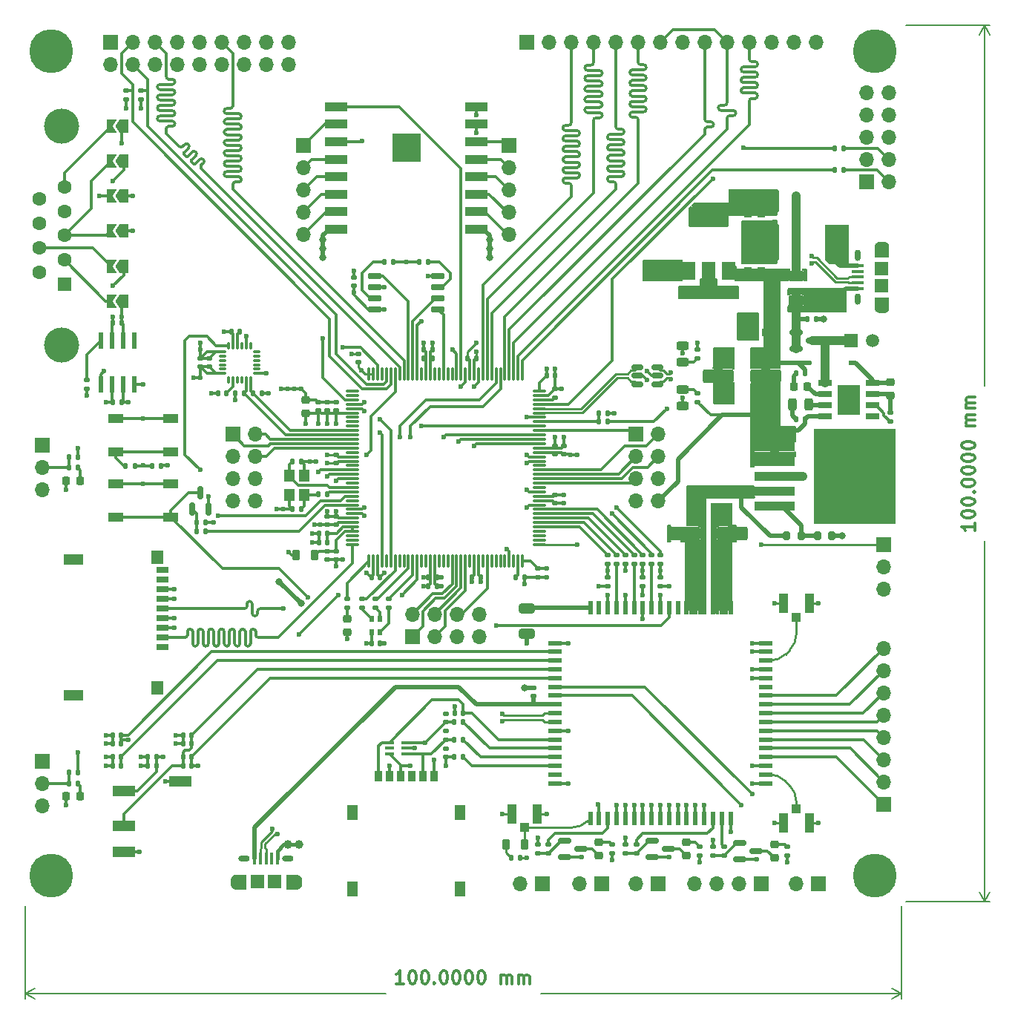
<source format=gbr>
%TF.GenerationSoftware,KiCad,Pcbnew,(6.0.0)*%
%TF.CreationDate,2022-01-12T18:34:34+03:00*%
%TF.ProjectId,UnderControl_V6,556e6465-7243-46f6-9e74-726f6c5f5636,1.6*%
%TF.SameCoordinates,Original*%
%TF.FileFunction,Copper,L1,Top*%
%TF.FilePolarity,Positive*%
%FSLAX46Y46*%
G04 Gerber Fmt 4.6, Leading zero omitted, Abs format (unit mm)*
G04 Created by KiCad (PCBNEW (6.0.0)) date 2022-01-12 18:34:34*
%MOMM*%
%LPD*%
G01*
G04 APERTURE LIST*
G04 Aperture macros list*
%AMRoundRect*
0 Rectangle with rounded corners*
0 $1 Rounding radius*
0 $2 $3 $4 $5 $6 $7 $8 $9 X,Y pos of 4 corners*
0 Add a 4 corners polygon primitive as box body*
4,1,4,$2,$3,$4,$5,$6,$7,$8,$9,$2,$3,0*
0 Add four circle primitives for the rounded corners*
1,1,$1+$1,$2,$3*
1,1,$1+$1,$4,$5*
1,1,$1+$1,$6,$7*
1,1,$1+$1,$8,$9*
0 Add four rect primitives between the rounded corners*
20,1,$1+$1,$2,$3,$4,$5,0*
20,1,$1+$1,$4,$5,$6,$7,0*
20,1,$1+$1,$6,$7,$8,$9,0*
20,1,$1+$1,$8,$9,$2,$3,0*%
%AMFreePoly0*
4,1,6,1.000000,0.000000,0.500000,-0.750000,-0.500000,-0.750000,-0.500000,0.750000,0.500000,0.750000,1.000000,0.000000,1.000000,0.000000,$1*%
%AMFreePoly1*
4,1,6,0.500000,-0.750000,-0.650000,-0.750000,-0.150000,0.000000,-0.650000,0.750000,0.500000,0.750000,0.500000,-0.750000,0.500000,-0.750000,$1*%
G04 Aperture macros list end*
%ADD10C,0.300000*%
%TA.AperFunction,NonConductor*%
%ADD11C,0.300000*%
%TD*%
%TA.AperFunction,NonConductor*%
%ADD12C,0.200000*%
%TD*%
%TA.AperFunction,EtchedComponent*%
%ADD13C,0.001000*%
%TD*%
%TA.AperFunction,SMDPad,CuDef*%
%ADD14RoundRect,0.075000X-0.662500X-0.075000X0.662500X-0.075000X0.662500X0.075000X-0.662500X0.075000X0*%
%TD*%
%TA.AperFunction,SMDPad,CuDef*%
%ADD15RoundRect,0.075000X-0.075000X-0.662500X0.075000X-0.662500X0.075000X0.662500X-0.075000X0.662500X0*%
%TD*%
%TA.AperFunction,SMDPad,CuDef*%
%ADD16RoundRect,0.135000X-0.185000X0.135000X-0.185000X-0.135000X0.185000X-0.135000X0.185000X0.135000X0*%
%TD*%
%TA.AperFunction,SMDPad,CuDef*%
%ADD17RoundRect,0.135000X0.185000X-0.135000X0.185000X0.135000X-0.185000X0.135000X-0.185000X-0.135000X0*%
%TD*%
%TA.AperFunction,SMDPad,CuDef*%
%ADD18RoundRect,0.135000X0.135000X0.185000X-0.135000X0.185000X-0.135000X-0.185000X0.135000X-0.185000X0*%
%TD*%
%TA.AperFunction,SMDPad,CuDef*%
%ADD19RoundRect,0.135000X-0.135000X-0.185000X0.135000X-0.185000X0.135000X0.185000X-0.135000X0.185000X0*%
%TD*%
%TA.AperFunction,SMDPad,CuDef*%
%ADD20RoundRect,0.150000X-0.587500X-0.150000X0.587500X-0.150000X0.587500X0.150000X-0.587500X0.150000X0*%
%TD*%
%TA.AperFunction,ComponentPad*%
%ADD21O,1.700000X1.700000*%
%TD*%
%TA.AperFunction,ComponentPad*%
%ADD22R,1.700000X1.700000*%
%TD*%
%TA.AperFunction,SMDPad,CuDef*%
%ADD23RoundRect,0.218750X0.256250X-0.218750X0.256250X0.218750X-0.256250X0.218750X-0.256250X-0.218750X0*%
%TD*%
%TA.AperFunction,SMDPad,CuDef*%
%ADD24RoundRect,0.218750X-0.218750X-0.256250X0.218750X-0.256250X0.218750X0.256250X-0.218750X0.256250X0*%
%TD*%
%TA.AperFunction,SMDPad,CuDef*%
%ADD25RoundRect,0.140000X0.170000X-0.140000X0.170000X0.140000X-0.170000X0.140000X-0.170000X-0.140000X0*%
%TD*%
%TA.AperFunction,SMDPad,CuDef*%
%ADD26RoundRect,0.140000X0.140000X0.170000X-0.140000X0.170000X-0.140000X-0.170000X0.140000X-0.170000X0*%
%TD*%
%TA.AperFunction,SMDPad,CuDef*%
%ADD27RoundRect,0.225000X0.225000X0.250000X-0.225000X0.250000X-0.225000X-0.250000X0.225000X-0.250000X0*%
%TD*%
%TA.AperFunction,SMDPad,CuDef*%
%ADD28RoundRect,0.250000X1.500000X0.550000X-1.500000X0.550000X-1.500000X-0.550000X1.500000X-0.550000X0*%
%TD*%
%TA.AperFunction,SMDPad,CuDef*%
%ADD29RoundRect,0.250000X-1.500000X-0.550000X1.500000X-0.550000X1.500000X0.550000X-1.500000X0.550000X0*%
%TD*%
%TA.AperFunction,SMDPad,CuDef*%
%ADD30RoundRect,0.225000X-0.225000X-0.250000X0.225000X-0.250000X0.225000X0.250000X-0.225000X0.250000X0*%
%TD*%
%TA.AperFunction,SMDPad,CuDef*%
%ADD31RoundRect,0.140000X-0.140000X-0.170000X0.140000X-0.170000X0.140000X0.170000X-0.140000X0.170000X0*%
%TD*%
%TA.AperFunction,SMDPad,CuDef*%
%ADD32RoundRect,0.250000X-0.650000X0.325000X-0.650000X-0.325000X0.650000X-0.325000X0.650000X0.325000X0*%
%TD*%
%TA.AperFunction,SMDPad,CuDef*%
%ADD33RoundRect,0.225000X-0.250000X0.225000X-0.250000X-0.225000X0.250000X-0.225000X0.250000X0.225000X0*%
%TD*%
%TA.AperFunction,SMDPad,CuDef*%
%ADD34RoundRect,0.225000X0.250000X-0.225000X0.250000X0.225000X-0.250000X0.225000X-0.250000X-0.225000X0*%
%TD*%
%TA.AperFunction,SMDPad,CuDef*%
%ADD35RoundRect,0.243750X0.456250X-0.243750X0.456250X0.243750X-0.456250X0.243750X-0.456250X-0.243750X0*%
%TD*%
%TA.AperFunction,SMDPad,CuDef*%
%ADD36RoundRect,0.243750X0.243750X0.456250X-0.243750X0.456250X-0.243750X-0.456250X0.243750X-0.456250X0*%
%TD*%
%TA.AperFunction,SMDPad,CuDef*%
%ADD37R,0.550000X0.800000*%
%TD*%
%TA.AperFunction,SMDPad,CuDef*%
%ADD38R,1.400000X0.700000*%
%TD*%
%TA.AperFunction,SMDPad,CuDef*%
%ADD39R,1.400000X1.600000*%
%TD*%
%TA.AperFunction,SMDPad,CuDef*%
%ADD40R,2.200000X1.200000*%
%TD*%
%TA.AperFunction,ComponentPad*%
%ADD41C,1.600000*%
%TD*%
%TA.AperFunction,ComponentPad*%
%ADD42R,1.600000X1.600000*%
%TD*%
%TA.AperFunction,ComponentPad*%
%ADD43C,4.000000*%
%TD*%
%TA.AperFunction,SMDPad,CuDef*%
%ADD44R,1.050000X1.100000*%
%TD*%
%TA.AperFunction,SMDPad,CuDef*%
%ADD45R,1.100000X2.250000*%
%TD*%
%TA.AperFunction,SMDPad,CuDef*%
%ADD46R,0.900000X1.200000*%
%TD*%
%TA.AperFunction,SMDPad,CuDef*%
%ADD47R,1.300000X1.800000*%
%TD*%
%TA.AperFunction,SMDPad,CuDef*%
%ADD48R,2.500000X1.200000*%
%TD*%
%TA.AperFunction,SMDPad,CuDef*%
%ADD49RoundRect,0.200000X-0.200000X-0.275000X0.200000X-0.275000X0.200000X0.275000X-0.200000X0.275000X0*%
%TD*%
%TA.AperFunction,SMDPad,CuDef*%
%ADD50FreePoly0,180.000000*%
%TD*%
%TA.AperFunction,SMDPad,CuDef*%
%ADD51FreePoly1,180.000000*%
%TD*%
%TA.AperFunction,SMDPad,CuDef*%
%ADD52RoundRect,0.140000X-0.170000X0.140000X-0.170000X-0.140000X0.170000X-0.140000X0.170000X0.140000X0*%
%TD*%
%TA.AperFunction,SMDPad,CuDef*%
%ADD53RoundRect,0.250000X-0.625000X0.375000X-0.625000X-0.375000X0.625000X-0.375000X0.625000X0.375000X0*%
%TD*%
%TA.AperFunction,SMDPad,CuDef*%
%ADD54RoundRect,0.218750X0.218750X0.256250X-0.218750X0.256250X-0.218750X-0.256250X0.218750X-0.256250X0*%
%TD*%
%TA.AperFunction,SMDPad,CuDef*%
%ADD55RoundRect,0.150000X0.512500X0.150000X-0.512500X0.150000X-0.512500X-0.150000X0.512500X-0.150000X0*%
%TD*%
%TA.AperFunction,SMDPad,CuDef*%
%ADD56R,2.600000X1.100000*%
%TD*%
%TA.AperFunction,SMDPad,CuDef*%
%ADD57R,3.200000X3.200000*%
%TD*%
%TA.AperFunction,SMDPad,CuDef*%
%ADD58RoundRect,0.218750X-0.218750X-0.381250X0.218750X-0.381250X0.218750X0.381250X-0.218750X0.381250X0*%
%TD*%
%TA.AperFunction,SMDPad,CuDef*%
%ADD59R,1.700000X1.000000*%
%TD*%
%TA.AperFunction,SMDPad,CuDef*%
%ADD60R,4.600000X1.100000*%
%TD*%
%TA.AperFunction,SMDPad,CuDef*%
%ADD61R,9.400000X10.800000*%
%TD*%
%TA.AperFunction,SMDPad,CuDef*%
%ADD62R,0.600000X1.600000*%
%TD*%
%TA.AperFunction,SMDPad,CuDef*%
%ADD63R,1.600000X0.600000*%
%TD*%
%TA.AperFunction,SMDPad,CuDef*%
%ADD64RoundRect,0.243750X-0.456250X0.243750X-0.456250X-0.243750X0.456250X-0.243750X0.456250X0.243750X0*%
%TD*%
%TA.AperFunction,SMDPad,CuDef*%
%ADD65RoundRect,0.075000X0.350000X0.075000X-0.350000X0.075000X-0.350000X-0.075000X0.350000X-0.075000X0*%
%TD*%
%TA.AperFunction,SMDPad,CuDef*%
%ADD66RoundRect,0.075000X-0.075000X0.350000X-0.075000X-0.350000X0.075000X-0.350000X0.075000X0.350000X0*%
%TD*%
%TA.AperFunction,SMDPad,CuDef*%
%ADD67RoundRect,0.218750X0.218750X0.381250X-0.218750X0.381250X-0.218750X-0.381250X0.218750X-0.381250X0*%
%TD*%
%TA.AperFunction,SMDPad,CuDef*%
%ADD68R,1.350000X0.400000*%
%TD*%
%TA.AperFunction,ComponentPad*%
%ADD69O,0.650000X1.300000*%
%TD*%
%TA.AperFunction,ComponentPad*%
%ADD70O,1.550000X0.775000*%
%TD*%
%TA.AperFunction,SMDPad,CuDef*%
%ADD71R,1.550000X1.500000*%
%TD*%
%TA.AperFunction,ComponentPad*%
%ADD72C,0.800000*%
%TD*%
%TA.AperFunction,ComponentPad*%
%ADD73C,5.000000*%
%TD*%
%TA.AperFunction,SMDPad,CuDef*%
%ADD74RoundRect,0.150000X0.150000X-0.587500X0.150000X0.587500X-0.150000X0.587500X-0.150000X-0.587500X0*%
%TD*%
%TA.AperFunction,SMDPad,CuDef*%
%ADD75RoundRect,0.150000X0.650000X0.150000X-0.650000X0.150000X-0.650000X-0.150000X0.650000X-0.150000X0*%
%TD*%
%TA.AperFunction,SMDPad,CuDef*%
%ADD76R,1.525000X0.700000*%
%TD*%
%TA.AperFunction,SMDPad,CuDef*%
%ADD77R,2.513000X3.402000*%
%TD*%
%TA.AperFunction,SMDPad,CuDef*%
%ADD78R,1.500000X2.000000*%
%TD*%
%TA.AperFunction,SMDPad,CuDef*%
%ADD79R,3.800000X2.000000*%
%TD*%
%TA.AperFunction,SMDPad,CuDef*%
%ADD80R,0.600000X1.970000*%
%TD*%
%TA.AperFunction,SMDPad,CuDef*%
%ADD81R,1.060000X0.390000*%
%TD*%
%TA.AperFunction,SMDPad,CuDef*%
%ADD82R,0.400000X1.350000*%
%TD*%
%TA.AperFunction,ComponentPad*%
%ADD83O,1.300000X0.650000*%
%TD*%
%TA.AperFunction,ComponentPad*%
%ADD84O,0.775000X1.550000*%
%TD*%
%TA.AperFunction,SMDPad,CuDef*%
%ADD85R,1.500000X1.550000*%
%TD*%
%TA.AperFunction,ComponentPad*%
%ADD86R,1.508000X1.508000*%
%TD*%
%TA.AperFunction,ComponentPad*%
%ADD87C,1.508000*%
%TD*%
%TA.AperFunction,SMDPad,CuDef*%
%ADD88R,1.200000X1.400000*%
%TD*%
%TA.AperFunction,ViaPad*%
%ADD89C,0.600000*%
%TD*%
%TA.AperFunction,ViaPad*%
%ADD90C,0.800000*%
%TD*%
%TA.AperFunction,ViaPad*%
%ADD91C,1.000000*%
%TD*%
%TA.AperFunction,Conductor*%
%ADD92C,0.293370*%
%TD*%
%TA.AperFunction,Conductor*%
%ADD93C,0.300000*%
%TD*%
%TA.AperFunction,Conductor*%
%ADD94C,0.500000*%
%TD*%
%TA.AperFunction,Conductor*%
%ADD95C,1.000000*%
%TD*%
%TA.AperFunction,Conductor*%
%ADD96C,0.400000*%
%TD*%
%TA.AperFunction,Conductor*%
%ADD97C,0.250000*%
%TD*%
%TA.AperFunction,Conductor*%
%ADD98C,0.261110*%
%TD*%
G04 APERTURE END LIST*
D10*
D11*
X159878842Y-109285714D02*
X159878842Y-110142857D01*
X159878842Y-109714285D02*
X158378842Y-109714285D01*
X158593128Y-109857142D01*
X158735985Y-110000000D01*
X158807413Y-110142857D01*
X158378842Y-108357142D02*
X158378842Y-108214285D01*
X158450271Y-108071428D01*
X158521699Y-108000000D01*
X158664556Y-107928571D01*
X158950271Y-107857142D01*
X159307413Y-107857142D01*
X159593128Y-107928571D01*
X159735985Y-108000000D01*
X159807413Y-108071428D01*
X159878842Y-108214285D01*
X159878842Y-108357142D01*
X159807413Y-108500000D01*
X159735985Y-108571428D01*
X159593128Y-108642857D01*
X159307413Y-108714285D01*
X158950271Y-108714285D01*
X158664556Y-108642857D01*
X158521699Y-108571428D01*
X158450271Y-108500000D01*
X158378842Y-108357142D01*
X158378842Y-106928571D02*
X158378842Y-106785714D01*
X158450271Y-106642857D01*
X158521699Y-106571428D01*
X158664556Y-106500000D01*
X158950271Y-106428571D01*
X159307413Y-106428571D01*
X159593128Y-106500000D01*
X159735985Y-106571428D01*
X159807413Y-106642857D01*
X159878842Y-106785714D01*
X159878842Y-106928571D01*
X159807413Y-107071428D01*
X159735985Y-107142857D01*
X159593128Y-107214285D01*
X159307413Y-107285714D01*
X158950271Y-107285714D01*
X158664556Y-107214285D01*
X158521699Y-107142857D01*
X158450271Y-107071428D01*
X158378842Y-106928571D01*
X159735985Y-105785714D02*
X159807413Y-105714285D01*
X159878842Y-105785714D01*
X159807413Y-105857142D01*
X159735985Y-105785714D01*
X159878842Y-105785714D01*
X158378842Y-104785714D02*
X158378842Y-104642857D01*
X158450271Y-104500000D01*
X158521699Y-104428571D01*
X158664556Y-104357142D01*
X158950271Y-104285714D01*
X159307413Y-104285714D01*
X159593128Y-104357142D01*
X159735985Y-104428571D01*
X159807413Y-104500000D01*
X159878842Y-104642857D01*
X159878842Y-104785714D01*
X159807413Y-104928571D01*
X159735985Y-105000000D01*
X159593128Y-105071428D01*
X159307413Y-105142857D01*
X158950271Y-105142857D01*
X158664556Y-105071428D01*
X158521699Y-105000000D01*
X158450271Y-104928571D01*
X158378842Y-104785714D01*
X158378842Y-103357142D02*
X158378842Y-103214285D01*
X158450271Y-103071428D01*
X158521699Y-103000000D01*
X158664556Y-102928571D01*
X158950271Y-102857142D01*
X159307413Y-102857142D01*
X159593128Y-102928571D01*
X159735985Y-103000000D01*
X159807413Y-103071428D01*
X159878842Y-103214285D01*
X159878842Y-103357142D01*
X159807413Y-103500000D01*
X159735985Y-103571428D01*
X159593128Y-103642857D01*
X159307413Y-103714285D01*
X158950271Y-103714285D01*
X158664556Y-103642857D01*
X158521699Y-103571428D01*
X158450271Y-103500000D01*
X158378842Y-103357142D01*
X158378842Y-101928571D02*
X158378842Y-101785714D01*
X158450271Y-101642857D01*
X158521699Y-101571428D01*
X158664556Y-101500000D01*
X158950271Y-101428571D01*
X159307413Y-101428571D01*
X159593128Y-101500000D01*
X159735985Y-101571428D01*
X159807413Y-101642857D01*
X159878842Y-101785714D01*
X159878842Y-101928571D01*
X159807413Y-102071428D01*
X159735985Y-102142857D01*
X159593128Y-102214285D01*
X159307413Y-102285714D01*
X158950271Y-102285714D01*
X158664556Y-102214285D01*
X158521699Y-102142857D01*
X158450271Y-102071428D01*
X158378842Y-101928571D01*
X158378842Y-100500000D02*
X158378842Y-100357142D01*
X158450271Y-100214285D01*
X158521699Y-100142857D01*
X158664556Y-100071428D01*
X158950271Y-100000000D01*
X159307413Y-100000000D01*
X159593128Y-100071428D01*
X159735985Y-100142857D01*
X159807413Y-100214285D01*
X159878842Y-100357142D01*
X159878842Y-100500000D01*
X159807413Y-100642857D01*
X159735985Y-100714285D01*
X159593128Y-100785714D01*
X159307413Y-100857142D01*
X158950271Y-100857142D01*
X158664556Y-100785714D01*
X158521699Y-100714285D01*
X158450271Y-100642857D01*
X158378842Y-100500000D01*
X159878842Y-98214285D02*
X158878842Y-98214285D01*
X159021699Y-98214285D02*
X158950271Y-98142857D01*
X158878842Y-98000000D01*
X158878842Y-97785714D01*
X158950271Y-97642857D01*
X159093128Y-97571428D01*
X159878842Y-97571428D01*
X159093128Y-97571428D02*
X158950271Y-97500000D01*
X158878842Y-97357142D01*
X158878842Y-97142857D01*
X158950271Y-97000000D01*
X159093128Y-96928571D01*
X159878842Y-96928571D01*
X159878842Y-96214285D02*
X158878842Y-96214285D01*
X159021699Y-96214285D02*
X158950271Y-96142857D01*
X158878842Y-96000000D01*
X158878842Y-95785714D01*
X158950271Y-95642857D01*
X159093128Y-95571428D01*
X159878842Y-95571428D01*
X159093128Y-95571428D02*
X158950271Y-95500000D01*
X158878842Y-95357142D01*
X158878842Y-95142857D01*
X158950271Y-95000000D01*
X159093128Y-94928571D01*
X159878842Y-94928571D01*
D12*
X152000000Y-152500000D02*
X161586691Y-152500000D01*
X152000000Y-52500000D02*
X161586691Y-52500000D01*
X161000271Y-152500000D02*
X161000271Y-111328571D01*
X161000271Y-93671428D02*
X161000271Y-52500000D01*
X161000271Y-152500000D02*
X161586692Y-151373496D01*
X161000271Y-152500000D02*
X160413850Y-151373496D01*
X161000271Y-52500000D02*
X160413850Y-53626504D01*
X161000271Y-52500000D02*
X161586692Y-53626504D01*
D10*
D11*
X94714285Y-161878571D02*
X93857142Y-161878571D01*
X94285714Y-161878571D02*
X94285714Y-160378571D01*
X94142857Y-160592857D01*
X94000000Y-160735714D01*
X93857142Y-160807142D01*
X95642857Y-160378571D02*
X95785714Y-160378571D01*
X95928571Y-160450000D01*
X96000000Y-160521428D01*
X96071428Y-160664285D01*
X96142857Y-160950000D01*
X96142857Y-161307142D01*
X96071428Y-161592857D01*
X96000000Y-161735714D01*
X95928571Y-161807142D01*
X95785714Y-161878571D01*
X95642857Y-161878571D01*
X95500000Y-161807142D01*
X95428571Y-161735714D01*
X95357142Y-161592857D01*
X95285714Y-161307142D01*
X95285714Y-160950000D01*
X95357142Y-160664285D01*
X95428571Y-160521428D01*
X95500000Y-160450000D01*
X95642857Y-160378571D01*
X97071428Y-160378571D02*
X97214285Y-160378571D01*
X97357142Y-160450000D01*
X97428571Y-160521428D01*
X97500000Y-160664285D01*
X97571428Y-160950000D01*
X97571428Y-161307142D01*
X97500000Y-161592857D01*
X97428571Y-161735714D01*
X97357142Y-161807142D01*
X97214285Y-161878571D01*
X97071428Y-161878571D01*
X96928571Y-161807142D01*
X96857142Y-161735714D01*
X96785714Y-161592857D01*
X96714285Y-161307142D01*
X96714285Y-160950000D01*
X96785714Y-160664285D01*
X96857142Y-160521428D01*
X96928571Y-160450000D01*
X97071428Y-160378571D01*
X98214285Y-161735714D02*
X98285714Y-161807142D01*
X98214285Y-161878571D01*
X98142857Y-161807142D01*
X98214285Y-161735714D01*
X98214285Y-161878571D01*
X99214285Y-160378571D02*
X99357142Y-160378571D01*
X99500000Y-160450000D01*
X99571428Y-160521428D01*
X99642857Y-160664285D01*
X99714285Y-160950000D01*
X99714285Y-161307142D01*
X99642857Y-161592857D01*
X99571428Y-161735714D01*
X99500000Y-161807142D01*
X99357142Y-161878571D01*
X99214285Y-161878571D01*
X99071428Y-161807142D01*
X99000000Y-161735714D01*
X98928571Y-161592857D01*
X98857142Y-161307142D01*
X98857142Y-160950000D01*
X98928571Y-160664285D01*
X99000000Y-160521428D01*
X99071428Y-160450000D01*
X99214285Y-160378571D01*
X100642857Y-160378571D02*
X100785714Y-160378571D01*
X100928571Y-160450000D01*
X101000000Y-160521428D01*
X101071428Y-160664285D01*
X101142857Y-160950000D01*
X101142857Y-161307142D01*
X101071428Y-161592857D01*
X101000000Y-161735714D01*
X100928571Y-161807142D01*
X100785714Y-161878571D01*
X100642857Y-161878571D01*
X100500000Y-161807142D01*
X100428571Y-161735714D01*
X100357142Y-161592857D01*
X100285714Y-161307142D01*
X100285714Y-160950000D01*
X100357142Y-160664285D01*
X100428571Y-160521428D01*
X100500000Y-160450000D01*
X100642857Y-160378571D01*
X102071428Y-160378571D02*
X102214285Y-160378571D01*
X102357142Y-160450000D01*
X102428571Y-160521428D01*
X102500000Y-160664285D01*
X102571428Y-160950000D01*
X102571428Y-161307142D01*
X102500000Y-161592857D01*
X102428571Y-161735714D01*
X102357142Y-161807142D01*
X102214285Y-161878571D01*
X102071428Y-161878571D01*
X101928571Y-161807142D01*
X101857142Y-161735714D01*
X101785714Y-161592857D01*
X101714285Y-161307142D01*
X101714285Y-160950000D01*
X101785714Y-160664285D01*
X101857142Y-160521428D01*
X101928571Y-160450000D01*
X102071428Y-160378571D01*
X103500000Y-160378571D02*
X103642857Y-160378571D01*
X103785714Y-160450000D01*
X103857142Y-160521428D01*
X103928571Y-160664285D01*
X104000000Y-160950000D01*
X104000000Y-161307142D01*
X103928571Y-161592857D01*
X103857142Y-161735714D01*
X103785714Y-161807142D01*
X103642857Y-161878571D01*
X103500000Y-161878571D01*
X103357142Y-161807142D01*
X103285714Y-161735714D01*
X103214285Y-161592857D01*
X103142857Y-161307142D01*
X103142857Y-160950000D01*
X103214285Y-160664285D01*
X103285714Y-160521428D01*
X103357142Y-160450000D01*
X103500000Y-160378571D01*
X105785714Y-161878571D02*
X105785714Y-160878571D01*
X105785714Y-161021428D02*
X105857142Y-160950000D01*
X106000000Y-160878571D01*
X106214285Y-160878571D01*
X106357142Y-160950000D01*
X106428571Y-161092857D01*
X106428571Y-161878571D01*
X106428571Y-161092857D02*
X106500000Y-160950000D01*
X106642857Y-160878571D01*
X106857142Y-160878571D01*
X107000000Y-160950000D01*
X107071428Y-161092857D01*
X107071428Y-161878571D01*
X107785714Y-161878571D02*
X107785714Y-160878571D01*
X107785714Y-161021428D02*
X107857142Y-160950000D01*
X108000000Y-160878571D01*
X108214285Y-160878571D01*
X108357142Y-160950000D01*
X108428571Y-161092857D01*
X108428571Y-161878571D01*
X108428571Y-161092857D02*
X108500000Y-160950000D01*
X108642857Y-160878571D01*
X108857142Y-160878571D01*
X109000000Y-160950000D01*
X109071428Y-161092857D01*
X109071428Y-161878571D01*
D12*
X151500000Y-153000000D02*
X151500000Y-163586420D01*
X51500000Y-153000000D02*
X51500000Y-163586420D01*
X151500000Y-163000000D02*
X110328572Y-163000000D01*
X92671429Y-163000000D02*
X51500000Y-163000000D01*
X151500000Y-163000000D02*
X150373496Y-162413579D01*
X151500000Y-163000000D02*
X150373496Y-163586421D01*
X51500000Y-163000000D02*
X52626504Y-163586421D01*
X51500000Y-163000000D02*
X52626504Y-162413579D01*
D13*
%TO.C,J8*%
X148470000Y-83550000D02*
X150025000Y-83550000D01*
X150025000Y-83550000D02*
X150025000Y-84748000D01*
X150025000Y-84748000D02*
X149825000Y-84748000D01*
X149825000Y-84748000D02*
X149825000Y-84736000D01*
X149825000Y-84736000D02*
X149824000Y-84723000D01*
X149824000Y-84723000D02*
X149822000Y-84710000D01*
X149822000Y-84710000D02*
X149820000Y-84697000D01*
X149820000Y-84697000D02*
X149817000Y-84684000D01*
X149817000Y-84684000D02*
X149813000Y-84672000D01*
X149813000Y-84672000D02*
X149808000Y-84660000D01*
X149808000Y-84660000D02*
X149803000Y-84648000D01*
X149803000Y-84648000D02*
X149798000Y-84636000D01*
X149798000Y-84636000D02*
X149792000Y-84624000D01*
X149792000Y-84624000D02*
X149785000Y-84613000D01*
X149785000Y-84613000D02*
X149777000Y-84603000D01*
X149777000Y-84603000D02*
X149770000Y-84592000D01*
X149770000Y-84592000D02*
X149761000Y-84582000D01*
X149761000Y-84582000D02*
X149752000Y-84573000D01*
X149752000Y-84573000D02*
X149743000Y-84564000D01*
X149743000Y-84564000D02*
X149733000Y-84555000D01*
X149733000Y-84555000D02*
X149722000Y-84548000D01*
X149722000Y-84548000D02*
X149712000Y-84540000D01*
X149712000Y-84540000D02*
X149701000Y-84533000D01*
X149701000Y-84533000D02*
X149689000Y-84527000D01*
X149689000Y-84527000D02*
X149677000Y-84522000D01*
X149677000Y-84522000D02*
X149665000Y-84517000D01*
X149665000Y-84517000D02*
X149653000Y-84512000D01*
X149653000Y-84512000D02*
X149641000Y-84508000D01*
X149641000Y-84508000D02*
X149628000Y-84505000D01*
X149628000Y-84505000D02*
X149615000Y-84503000D01*
X149615000Y-84503000D02*
X149602000Y-84501000D01*
X149602000Y-84501000D02*
X149589000Y-84500000D01*
X149589000Y-84500000D02*
X149575000Y-84500000D01*
X149575000Y-84500000D02*
X149565000Y-84500000D01*
X149565000Y-84500000D02*
X148935000Y-84500000D01*
X148935000Y-84500000D02*
X148925000Y-84500000D01*
X148925000Y-84500000D02*
X148912000Y-84500000D01*
X148912000Y-84500000D02*
X148899000Y-84501000D01*
X148899000Y-84501000D02*
X148886000Y-84503000D01*
X148886000Y-84503000D02*
X148873000Y-84505000D01*
X148873000Y-84505000D02*
X148860000Y-84509000D01*
X148860000Y-84509000D02*
X148848000Y-84512000D01*
X148848000Y-84512000D02*
X148835000Y-84517000D01*
X148835000Y-84517000D02*
X148823000Y-84522000D01*
X148823000Y-84522000D02*
X148812000Y-84527000D01*
X148812000Y-84527000D02*
X148800000Y-84533000D01*
X148800000Y-84533000D02*
X148789000Y-84540000D01*
X148789000Y-84540000D02*
X148778000Y-84548000D01*
X148778000Y-84548000D02*
X148768000Y-84556000D01*
X148768000Y-84556000D02*
X148758000Y-84564000D01*
X148758000Y-84564000D02*
X148748000Y-84573000D01*
X148748000Y-84573000D02*
X148739000Y-84583000D01*
X148739000Y-84583000D02*
X148731000Y-84593000D01*
X148731000Y-84593000D02*
X148723000Y-84603000D01*
X148723000Y-84603000D02*
X148715000Y-84614000D01*
X148715000Y-84614000D02*
X148708000Y-84625000D01*
X148708000Y-84625000D02*
X148702000Y-84637000D01*
X148702000Y-84637000D02*
X148697000Y-84648000D01*
X148697000Y-84648000D02*
X148692000Y-84660000D01*
X148692000Y-84660000D02*
X148687000Y-84673000D01*
X148687000Y-84673000D02*
X148684000Y-84685000D01*
X148684000Y-84685000D02*
X148680000Y-84698000D01*
X148680000Y-84698000D02*
X148678000Y-84711000D01*
X148678000Y-84711000D02*
X148676000Y-84724000D01*
X148676000Y-84724000D02*
X148675000Y-84737000D01*
X148675000Y-84737000D02*
X148675000Y-84750000D01*
X148675000Y-84750000D02*
X148675000Y-84763000D01*
X148675000Y-84763000D02*
X148676000Y-84776000D01*
X148676000Y-84776000D02*
X148678000Y-84789000D01*
X148678000Y-84789000D02*
X148680000Y-84802000D01*
X148680000Y-84802000D02*
X148684000Y-84815000D01*
X148684000Y-84815000D02*
X148687000Y-84827000D01*
X148687000Y-84827000D02*
X148692000Y-84840000D01*
X148692000Y-84840000D02*
X148697000Y-84852000D01*
X148697000Y-84852000D02*
X148702000Y-84863000D01*
X148702000Y-84863000D02*
X148708000Y-84875000D01*
X148708000Y-84875000D02*
X148715000Y-84886000D01*
X148715000Y-84886000D02*
X148723000Y-84897000D01*
X148723000Y-84897000D02*
X148731000Y-84907000D01*
X148731000Y-84907000D02*
X148739000Y-84917000D01*
X148739000Y-84917000D02*
X148748000Y-84927000D01*
X148748000Y-84927000D02*
X148758000Y-84936000D01*
X148758000Y-84936000D02*
X148768000Y-84944000D01*
X148768000Y-84944000D02*
X148778000Y-84952000D01*
X148778000Y-84952000D02*
X148789000Y-84960000D01*
X148789000Y-84960000D02*
X148800000Y-84967000D01*
X148800000Y-84967000D02*
X148812000Y-84973000D01*
X148812000Y-84973000D02*
X148823000Y-84978000D01*
X148823000Y-84978000D02*
X148835000Y-84983000D01*
X148835000Y-84983000D02*
X148848000Y-84988000D01*
X148848000Y-84988000D02*
X148860000Y-84991000D01*
X148860000Y-84991000D02*
X148873000Y-84995000D01*
X148873000Y-84995000D02*
X148886000Y-84997000D01*
X148886000Y-84997000D02*
X148899000Y-84999000D01*
X148899000Y-84999000D02*
X148912000Y-85000000D01*
X148912000Y-85000000D02*
X148925000Y-85000000D01*
X148925000Y-85000000D02*
X149575000Y-85000000D01*
X149575000Y-85000000D02*
X149589000Y-85000000D01*
X149589000Y-85000000D02*
X149602000Y-84999000D01*
X149602000Y-84999000D02*
X149615000Y-84997000D01*
X149615000Y-84997000D02*
X149628000Y-84995000D01*
X149628000Y-84995000D02*
X149641000Y-84992000D01*
X149641000Y-84992000D02*
X149653000Y-84988000D01*
X149653000Y-84988000D02*
X149665000Y-84983000D01*
X149665000Y-84983000D02*
X149677000Y-84978000D01*
X149677000Y-84978000D02*
X149689000Y-84973000D01*
X149689000Y-84973000D02*
X149701000Y-84967000D01*
X149701000Y-84967000D02*
X149712000Y-84960000D01*
X149712000Y-84960000D02*
X149722000Y-84952000D01*
X149722000Y-84952000D02*
X149733000Y-84945000D01*
X149733000Y-84945000D02*
X149743000Y-84936000D01*
X149743000Y-84936000D02*
X149752000Y-84927000D01*
X149752000Y-84927000D02*
X149761000Y-84918000D01*
X149761000Y-84918000D02*
X149770000Y-84908000D01*
X149770000Y-84908000D02*
X149777000Y-84897000D01*
X149777000Y-84897000D02*
X149785000Y-84887000D01*
X149785000Y-84887000D02*
X149792000Y-84876000D01*
X149792000Y-84876000D02*
X149798000Y-84864000D01*
X149798000Y-84864000D02*
X149803000Y-84852000D01*
X149803000Y-84852000D02*
X149808000Y-84840000D01*
X149808000Y-84840000D02*
X149813000Y-84828000D01*
X149813000Y-84828000D02*
X149817000Y-84816000D01*
X149817000Y-84816000D02*
X149820000Y-84803000D01*
X149820000Y-84803000D02*
X149822000Y-84790000D01*
X149822000Y-84790000D02*
X149824000Y-84777000D01*
X149824000Y-84777000D02*
X149825000Y-84764000D01*
X149825000Y-84764000D02*
X149825000Y-84752000D01*
X149825000Y-84752000D02*
X150025000Y-84752000D01*
X150025000Y-84752000D02*
X150024000Y-84777000D01*
X150024000Y-84777000D02*
X150022000Y-84803000D01*
X150022000Y-84803000D02*
X150019000Y-84829000D01*
X150019000Y-84829000D02*
X150014000Y-84855000D01*
X150014000Y-84855000D02*
X150008000Y-84880000D01*
X150008000Y-84880000D02*
X150001000Y-84905000D01*
X150001000Y-84905000D02*
X149992000Y-84930000D01*
X149992000Y-84930000D02*
X149982000Y-84954000D01*
X149982000Y-84954000D02*
X149971000Y-84978000D01*
X149971000Y-84978000D02*
X149958000Y-85001000D01*
X149958000Y-85001000D02*
X149945000Y-85023000D01*
X149945000Y-85023000D02*
X149930000Y-85044000D01*
X149930000Y-85044000D02*
X149914000Y-85065000D01*
X149914000Y-85065000D02*
X149897000Y-85085000D01*
X149897000Y-85085000D02*
X149879000Y-85104000D01*
X149879000Y-85104000D02*
X149860000Y-85122000D01*
X149860000Y-85122000D02*
X149840000Y-85139000D01*
X149840000Y-85139000D02*
X149819000Y-85155000D01*
X149819000Y-85155000D02*
X149798000Y-85170000D01*
X149798000Y-85170000D02*
X149776000Y-85183000D01*
X149776000Y-85183000D02*
X149753000Y-85196000D01*
X149753000Y-85196000D02*
X149729000Y-85207000D01*
X149729000Y-85207000D02*
X149705000Y-85217000D01*
X149705000Y-85217000D02*
X149680000Y-85226000D01*
X149680000Y-85226000D02*
X149655000Y-85233000D01*
X149655000Y-85233000D02*
X149630000Y-85239000D01*
X149630000Y-85239000D02*
X149604000Y-85244000D01*
X149604000Y-85244000D02*
X149578000Y-85247000D01*
X149578000Y-85247000D02*
X149552000Y-85249000D01*
X149552000Y-85249000D02*
X149525000Y-85250000D01*
X149525000Y-85250000D02*
X148975000Y-85250000D01*
X148975000Y-85250000D02*
X148949000Y-85249000D01*
X148949000Y-85249000D02*
X148923000Y-85247000D01*
X148923000Y-85247000D02*
X148897000Y-85244000D01*
X148897000Y-85244000D02*
X148871000Y-85239000D01*
X148871000Y-85239000D02*
X148846000Y-85233000D01*
X148846000Y-85233000D02*
X148820000Y-85226000D01*
X148820000Y-85226000D02*
X148796000Y-85217000D01*
X148796000Y-85217000D02*
X148772000Y-85207000D01*
X148772000Y-85207000D02*
X148748000Y-85196000D01*
X148748000Y-85196000D02*
X148725000Y-85183000D01*
X148725000Y-85183000D02*
X148703000Y-85169000D01*
X148703000Y-85169000D02*
X148681000Y-85155000D01*
X148681000Y-85155000D02*
X148660000Y-85139000D01*
X148660000Y-85139000D02*
X148640000Y-85122000D01*
X148640000Y-85122000D02*
X148621000Y-85104000D01*
X148621000Y-85104000D02*
X148603000Y-85085000D01*
X148603000Y-85085000D02*
X148586000Y-85065000D01*
X148586000Y-85065000D02*
X148570000Y-85044000D01*
X148570000Y-85044000D02*
X148556000Y-85022000D01*
X148556000Y-85022000D02*
X148542000Y-85000000D01*
X148542000Y-85000000D02*
X148529000Y-84977000D01*
X148529000Y-84977000D02*
X148518000Y-84953000D01*
X148518000Y-84953000D02*
X148508000Y-84929000D01*
X148508000Y-84929000D02*
X148499000Y-84905000D01*
X148499000Y-84905000D02*
X148492000Y-84879000D01*
X148492000Y-84879000D02*
X148486000Y-84854000D01*
X148486000Y-84854000D02*
X148481000Y-84828000D01*
X148481000Y-84828000D02*
X148478000Y-84802000D01*
X148478000Y-84802000D02*
X148476000Y-84776000D01*
X148476000Y-84776000D02*
X148475000Y-84750000D01*
X148475000Y-84750000D02*
X148475000Y-83555000D01*
X148475000Y-83555000D02*
X148470000Y-83555000D01*
X148470000Y-83555000D02*
X148470000Y-83550000D01*
X148470000Y-83550000D02*
X148470000Y-83550000D01*
G36*
X150025000Y-84748000D02*
G01*
X149825000Y-84748000D01*
X149825000Y-84736000D01*
X149824000Y-84723000D01*
X149820000Y-84697000D01*
X149817000Y-84684000D01*
X149813000Y-84672000D01*
X149798000Y-84636000D01*
X149792000Y-84624000D01*
X149785000Y-84613000D01*
X149777000Y-84603000D01*
X149770000Y-84592000D01*
X149761000Y-84582000D01*
X149743000Y-84564000D01*
X149733000Y-84555000D01*
X149722000Y-84548000D01*
X149712000Y-84540000D01*
X149701000Y-84533000D01*
X149689000Y-84527000D01*
X149653000Y-84512000D01*
X149641000Y-84508000D01*
X149628000Y-84505000D01*
X149602000Y-84501000D01*
X149589000Y-84500000D01*
X148912000Y-84500000D01*
X148899000Y-84501000D01*
X148873000Y-84505000D01*
X148860000Y-84509000D01*
X148848000Y-84512000D01*
X148835000Y-84517000D01*
X148823000Y-84522000D01*
X148812000Y-84527000D01*
X148800000Y-84533000D01*
X148789000Y-84540000D01*
X148778000Y-84548000D01*
X148758000Y-84564000D01*
X148748000Y-84573000D01*
X148739000Y-84583000D01*
X148723000Y-84603000D01*
X148715000Y-84614000D01*
X148708000Y-84625000D01*
X148702000Y-84637000D01*
X148697000Y-84648000D01*
X148692000Y-84660000D01*
X148687000Y-84673000D01*
X148684000Y-84685000D01*
X148680000Y-84698000D01*
X148676000Y-84724000D01*
X148675000Y-84737000D01*
X148675000Y-84763000D01*
X148676000Y-84776000D01*
X148680000Y-84802000D01*
X148684000Y-84815000D01*
X148687000Y-84827000D01*
X148692000Y-84840000D01*
X148697000Y-84852000D01*
X148702000Y-84863000D01*
X148708000Y-84875000D01*
X148715000Y-84886000D01*
X148723000Y-84897000D01*
X148739000Y-84917000D01*
X148748000Y-84927000D01*
X148758000Y-84936000D01*
X148778000Y-84952000D01*
X148789000Y-84960000D01*
X148800000Y-84967000D01*
X148812000Y-84973000D01*
X148823000Y-84978000D01*
X148835000Y-84983000D01*
X148848000Y-84988000D01*
X148860000Y-84991000D01*
X148873000Y-84995000D01*
X148899000Y-84999000D01*
X148912000Y-85000000D01*
X149589000Y-85000000D01*
X149602000Y-84999000D01*
X149628000Y-84995000D01*
X149641000Y-84992000D01*
X149653000Y-84988000D01*
X149689000Y-84973000D01*
X149701000Y-84967000D01*
X149712000Y-84960000D01*
X149722000Y-84952000D01*
X149733000Y-84945000D01*
X149743000Y-84936000D01*
X149761000Y-84918000D01*
X149770000Y-84908000D01*
X149777000Y-84897000D01*
X149785000Y-84887000D01*
X149792000Y-84876000D01*
X149798000Y-84864000D01*
X149813000Y-84828000D01*
X149817000Y-84816000D01*
X149820000Y-84803000D01*
X149824000Y-84777000D01*
X149825000Y-84764000D01*
X149825000Y-84752000D01*
X150025000Y-84752000D01*
X150024000Y-84777000D01*
X150022000Y-84803000D01*
X150019000Y-84829000D01*
X150014000Y-84855000D01*
X150008000Y-84880000D01*
X150001000Y-84905000D01*
X149992000Y-84930000D01*
X149982000Y-84954000D01*
X149971000Y-84978000D01*
X149958000Y-85001000D01*
X149945000Y-85023000D01*
X149930000Y-85044000D01*
X149914000Y-85065000D01*
X149897000Y-85085000D01*
X149879000Y-85104000D01*
X149860000Y-85122000D01*
X149840000Y-85139000D01*
X149819000Y-85155000D01*
X149798000Y-85170000D01*
X149776000Y-85183000D01*
X149753000Y-85196000D01*
X149729000Y-85207000D01*
X149705000Y-85217000D01*
X149680000Y-85226000D01*
X149655000Y-85233000D01*
X149630000Y-85239000D01*
X149604000Y-85244000D01*
X149578000Y-85247000D01*
X149552000Y-85249000D01*
X149525000Y-85250000D01*
X148975000Y-85250000D01*
X148949000Y-85249000D01*
X148923000Y-85247000D01*
X148897000Y-85244000D01*
X148871000Y-85239000D01*
X148846000Y-85233000D01*
X148820000Y-85226000D01*
X148796000Y-85217000D01*
X148772000Y-85207000D01*
X148748000Y-85196000D01*
X148725000Y-85183000D01*
X148681000Y-85155000D01*
X148660000Y-85139000D01*
X148640000Y-85122000D01*
X148621000Y-85104000D01*
X148603000Y-85085000D01*
X148586000Y-85065000D01*
X148570000Y-85044000D01*
X148542000Y-85000000D01*
X148529000Y-84977000D01*
X148518000Y-84953000D01*
X148508000Y-84929000D01*
X148499000Y-84905000D01*
X148492000Y-84879000D01*
X148486000Y-84854000D01*
X148481000Y-84828000D01*
X148478000Y-84802000D01*
X148476000Y-84776000D01*
X148475000Y-84750000D01*
X148475000Y-83555000D01*
X148470000Y-83555000D01*
X148470000Y-83550000D01*
X150025000Y-83550000D01*
X150025000Y-84748000D01*
G37*
X150025000Y-84748000D02*
X149825000Y-84748000D01*
X149825000Y-84736000D01*
X149824000Y-84723000D01*
X149820000Y-84697000D01*
X149817000Y-84684000D01*
X149813000Y-84672000D01*
X149798000Y-84636000D01*
X149792000Y-84624000D01*
X149785000Y-84613000D01*
X149777000Y-84603000D01*
X149770000Y-84592000D01*
X149761000Y-84582000D01*
X149743000Y-84564000D01*
X149733000Y-84555000D01*
X149722000Y-84548000D01*
X149712000Y-84540000D01*
X149701000Y-84533000D01*
X149689000Y-84527000D01*
X149653000Y-84512000D01*
X149641000Y-84508000D01*
X149628000Y-84505000D01*
X149602000Y-84501000D01*
X149589000Y-84500000D01*
X148912000Y-84500000D01*
X148899000Y-84501000D01*
X148873000Y-84505000D01*
X148860000Y-84509000D01*
X148848000Y-84512000D01*
X148835000Y-84517000D01*
X148823000Y-84522000D01*
X148812000Y-84527000D01*
X148800000Y-84533000D01*
X148789000Y-84540000D01*
X148778000Y-84548000D01*
X148758000Y-84564000D01*
X148748000Y-84573000D01*
X148739000Y-84583000D01*
X148723000Y-84603000D01*
X148715000Y-84614000D01*
X148708000Y-84625000D01*
X148702000Y-84637000D01*
X148697000Y-84648000D01*
X148692000Y-84660000D01*
X148687000Y-84673000D01*
X148684000Y-84685000D01*
X148680000Y-84698000D01*
X148676000Y-84724000D01*
X148675000Y-84737000D01*
X148675000Y-84763000D01*
X148676000Y-84776000D01*
X148680000Y-84802000D01*
X148684000Y-84815000D01*
X148687000Y-84827000D01*
X148692000Y-84840000D01*
X148697000Y-84852000D01*
X148702000Y-84863000D01*
X148708000Y-84875000D01*
X148715000Y-84886000D01*
X148723000Y-84897000D01*
X148739000Y-84917000D01*
X148748000Y-84927000D01*
X148758000Y-84936000D01*
X148778000Y-84952000D01*
X148789000Y-84960000D01*
X148800000Y-84967000D01*
X148812000Y-84973000D01*
X148823000Y-84978000D01*
X148835000Y-84983000D01*
X148848000Y-84988000D01*
X148860000Y-84991000D01*
X148873000Y-84995000D01*
X148899000Y-84999000D01*
X148912000Y-85000000D01*
X149589000Y-85000000D01*
X149602000Y-84999000D01*
X149628000Y-84995000D01*
X149641000Y-84992000D01*
X149653000Y-84988000D01*
X149689000Y-84973000D01*
X149701000Y-84967000D01*
X149712000Y-84960000D01*
X149722000Y-84952000D01*
X149733000Y-84945000D01*
X149743000Y-84936000D01*
X149761000Y-84918000D01*
X149770000Y-84908000D01*
X149777000Y-84897000D01*
X149785000Y-84887000D01*
X149792000Y-84876000D01*
X149798000Y-84864000D01*
X149813000Y-84828000D01*
X149817000Y-84816000D01*
X149820000Y-84803000D01*
X149824000Y-84777000D01*
X149825000Y-84764000D01*
X149825000Y-84752000D01*
X150025000Y-84752000D01*
X150024000Y-84777000D01*
X150022000Y-84803000D01*
X150019000Y-84829000D01*
X150014000Y-84855000D01*
X150008000Y-84880000D01*
X150001000Y-84905000D01*
X149992000Y-84930000D01*
X149982000Y-84954000D01*
X149971000Y-84978000D01*
X149958000Y-85001000D01*
X149945000Y-85023000D01*
X149930000Y-85044000D01*
X149914000Y-85065000D01*
X149897000Y-85085000D01*
X149879000Y-85104000D01*
X149860000Y-85122000D01*
X149840000Y-85139000D01*
X149819000Y-85155000D01*
X149798000Y-85170000D01*
X149776000Y-85183000D01*
X149753000Y-85196000D01*
X149729000Y-85207000D01*
X149705000Y-85217000D01*
X149680000Y-85226000D01*
X149655000Y-85233000D01*
X149630000Y-85239000D01*
X149604000Y-85244000D01*
X149578000Y-85247000D01*
X149552000Y-85249000D01*
X149525000Y-85250000D01*
X148975000Y-85250000D01*
X148949000Y-85249000D01*
X148923000Y-85247000D01*
X148897000Y-85244000D01*
X148871000Y-85239000D01*
X148846000Y-85233000D01*
X148820000Y-85226000D01*
X148796000Y-85217000D01*
X148772000Y-85207000D01*
X148748000Y-85196000D01*
X148725000Y-85183000D01*
X148681000Y-85155000D01*
X148660000Y-85139000D01*
X148640000Y-85122000D01*
X148621000Y-85104000D01*
X148603000Y-85085000D01*
X148586000Y-85065000D01*
X148570000Y-85044000D01*
X148542000Y-85000000D01*
X148529000Y-84977000D01*
X148518000Y-84953000D01*
X148508000Y-84929000D01*
X148499000Y-84905000D01*
X148492000Y-84879000D01*
X148486000Y-84854000D01*
X148481000Y-84828000D01*
X148478000Y-84802000D01*
X148476000Y-84776000D01*
X148475000Y-84750000D01*
X148475000Y-83555000D01*
X148470000Y-83555000D01*
X148470000Y-83550000D01*
X150025000Y-83550000D01*
X150025000Y-84748000D01*
X150030000Y-78950000D02*
X148475000Y-78950000D01*
X148475000Y-78950000D02*
X148475000Y-77752000D01*
X148475000Y-77752000D02*
X148675000Y-77752000D01*
X148675000Y-77752000D02*
X148675000Y-77764000D01*
X148675000Y-77764000D02*
X148676000Y-77777000D01*
X148676000Y-77777000D02*
X148678000Y-77790000D01*
X148678000Y-77790000D02*
X148680000Y-77803000D01*
X148680000Y-77803000D02*
X148683000Y-77816000D01*
X148683000Y-77816000D02*
X148687000Y-77828000D01*
X148687000Y-77828000D02*
X148692000Y-77840000D01*
X148692000Y-77840000D02*
X148697000Y-77852000D01*
X148697000Y-77852000D02*
X148702000Y-77864000D01*
X148702000Y-77864000D02*
X148708000Y-77876000D01*
X148708000Y-77876000D02*
X148715000Y-77887000D01*
X148715000Y-77887000D02*
X148723000Y-77897000D01*
X148723000Y-77897000D02*
X148730000Y-77908000D01*
X148730000Y-77908000D02*
X148739000Y-77918000D01*
X148739000Y-77918000D02*
X148748000Y-77927000D01*
X148748000Y-77927000D02*
X148757000Y-77936000D01*
X148757000Y-77936000D02*
X148767000Y-77945000D01*
X148767000Y-77945000D02*
X148778000Y-77952000D01*
X148778000Y-77952000D02*
X148788000Y-77960000D01*
X148788000Y-77960000D02*
X148799000Y-77967000D01*
X148799000Y-77967000D02*
X148811000Y-77973000D01*
X148811000Y-77973000D02*
X148823000Y-77978000D01*
X148823000Y-77978000D02*
X148835000Y-77983000D01*
X148835000Y-77983000D02*
X148847000Y-77988000D01*
X148847000Y-77988000D02*
X148859000Y-77992000D01*
X148859000Y-77992000D02*
X148872000Y-77995000D01*
X148872000Y-77995000D02*
X148885000Y-77997000D01*
X148885000Y-77997000D02*
X148898000Y-77999000D01*
X148898000Y-77999000D02*
X148911000Y-78000000D01*
X148911000Y-78000000D02*
X148925000Y-78000000D01*
X148925000Y-78000000D02*
X148935000Y-78000000D01*
X148935000Y-78000000D02*
X149565000Y-78000000D01*
X149565000Y-78000000D02*
X149575000Y-78000000D01*
X149575000Y-78000000D02*
X149588000Y-78000000D01*
X149588000Y-78000000D02*
X149601000Y-77999000D01*
X149601000Y-77999000D02*
X149614000Y-77997000D01*
X149614000Y-77997000D02*
X149627000Y-77995000D01*
X149627000Y-77995000D02*
X149640000Y-77991000D01*
X149640000Y-77991000D02*
X149652000Y-77988000D01*
X149652000Y-77988000D02*
X149665000Y-77983000D01*
X149665000Y-77983000D02*
X149677000Y-77978000D01*
X149677000Y-77978000D02*
X149688000Y-77973000D01*
X149688000Y-77973000D02*
X149700000Y-77967000D01*
X149700000Y-77967000D02*
X149711000Y-77960000D01*
X149711000Y-77960000D02*
X149722000Y-77952000D01*
X149722000Y-77952000D02*
X149732000Y-77944000D01*
X149732000Y-77944000D02*
X149742000Y-77936000D01*
X149742000Y-77936000D02*
X149752000Y-77927000D01*
X149752000Y-77927000D02*
X149761000Y-77917000D01*
X149761000Y-77917000D02*
X149769000Y-77907000D01*
X149769000Y-77907000D02*
X149777000Y-77897000D01*
X149777000Y-77897000D02*
X149785000Y-77886000D01*
X149785000Y-77886000D02*
X149792000Y-77875000D01*
X149792000Y-77875000D02*
X149798000Y-77863000D01*
X149798000Y-77863000D02*
X149803000Y-77852000D01*
X149803000Y-77852000D02*
X149808000Y-77840000D01*
X149808000Y-77840000D02*
X149813000Y-77827000D01*
X149813000Y-77827000D02*
X149816000Y-77815000D01*
X149816000Y-77815000D02*
X149820000Y-77802000D01*
X149820000Y-77802000D02*
X149822000Y-77789000D01*
X149822000Y-77789000D02*
X149824000Y-77776000D01*
X149824000Y-77776000D02*
X149825000Y-77763000D01*
X149825000Y-77763000D02*
X149825000Y-77750000D01*
X149825000Y-77750000D02*
X149825000Y-77737000D01*
X149825000Y-77737000D02*
X149824000Y-77724000D01*
X149824000Y-77724000D02*
X149822000Y-77711000D01*
X149822000Y-77711000D02*
X149820000Y-77698000D01*
X149820000Y-77698000D02*
X149816000Y-77685000D01*
X149816000Y-77685000D02*
X149813000Y-77673000D01*
X149813000Y-77673000D02*
X149808000Y-77660000D01*
X149808000Y-77660000D02*
X149803000Y-77648000D01*
X149803000Y-77648000D02*
X149798000Y-77637000D01*
X149798000Y-77637000D02*
X149792000Y-77625000D01*
X149792000Y-77625000D02*
X149785000Y-77614000D01*
X149785000Y-77614000D02*
X149777000Y-77603000D01*
X149777000Y-77603000D02*
X149769000Y-77593000D01*
X149769000Y-77593000D02*
X149761000Y-77583000D01*
X149761000Y-77583000D02*
X149752000Y-77573000D01*
X149752000Y-77573000D02*
X149742000Y-77564000D01*
X149742000Y-77564000D02*
X149732000Y-77556000D01*
X149732000Y-77556000D02*
X149722000Y-77548000D01*
X149722000Y-77548000D02*
X149711000Y-77540000D01*
X149711000Y-77540000D02*
X149700000Y-77533000D01*
X149700000Y-77533000D02*
X149688000Y-77527000D01*
X149688000Y-77527000D02*
X149677000Y-77522000D01*
X149677000Y-77522000D02*
X149665000Y-77517000D01*
X149665000Y-77517000D02*
X149652000Y-77512000D01*
X149652000Y-77512000D02*
X149640000Y-77509000D01*
X149640000Y-77509000D02*
X149627000Y-77505000D01*
X149627000Y-77505000D02*
X149614000Y-77503000D01*
X149614000Y-77503000D02*
X149601000Y-77501000D01*
X149601000Y-77501000D02*
X149588000Y-77500000D01*
X149588000Y-77500000D02*
X149575000Y-77500000D01*
X149575000Y-77500000D02*
X148925000Y-77500000D01*
X148925000Y-77500000D02*
X148911000Y-77500000D01*
X148911000Y-77500000D02*
X148898000Y-77501000D01*
X148898000Y-77501000D02*
X148885000Y-77503000D01*
X148885000Y-77503000D02*
X148872000Y-77505000D01*
X148872000Y-77505000D02*
X148859000Y-77508000D01*
X148859000Y-77508000D02*
X148847000Y-77512000D01*
X148847000Y-77512000D02*
X148835000Y-77517000D01*
X148835000Y-77517000D02*
X148823000Y-77522000D01*
X148823000Y-77522000D02*
X148811000Y-77527000D01*
X148811000Y-77527000D02*
X148799000Y-77533000D01*
X148799000Y-77533000D02*
X148788000Y-77540000D01*
X148788000Y-77540000D02*
X148778000Y-77548000D01*
X148778000Y-77548000D02*
X148767000Y-77555000D01*
X148767000Y-77555000D02*
X148757000Y-77564000D01*
X148757000Y-77564000D02*
X148748000Y-77573000D01*
X148748000Y-77573000D02*
X148739000Y-77582000D01*
X148739000Y-77582000D02*
X148730000Y-77592000D01*
X148730000Y-77592000D02*
X148723000Y-77603000D01*
X148723000Y-77603000D02*
X148715000Y-77613000D01*
X148715000Y-77613000D02*
X148708000Y-77624000D01*
X148708000Y-77624000D02*
X148702000Y-77636000D01*
X148702000Y-77636000D02*
X148697000Y-77648000D01*
X148697000Y-77648000D02*
X148692000Y-77660000D01*
X148692000Y-77660000D02*
X148687000Y-77672000D01*
X148687000Y-77672000D02*
X148683000Y-77684000D01*
X148683000Y-77684000D02*
X148680000Y-77697000D01*
X148680000Y-77697000D02*
X148678000Y-77710000D01*
X148678000Y-77710000D02*
X148676000Y-77723000D01*
X148676000Y-77723000D02*
X148675000Y-77736000D01*
X148675000Y-77736000D02*
X148675000Y-77748000D01*
X148675000Y-77748000D02*
X148475000Y-77748000D01*
X148475000Y-77748000D02*
X148476000Y-77723000D01*
X148476000Y-77723000D02*
X148478000Y-77697000D01*
X148478000Y-77697000D02*
X148481000Y-77671000D01*
X148481000Y-77671000D02*
X148486000Y-77645000D01*
X148486000Y-77645000D02*
X148492000Y-77620000D01*
X148492000Y-77620000D02*
X148499000Y-77595000D01*
X148499000Y-77595000D02*
X148508000Y-77570000D01*
X148508000Y-77570000D02*
X148518000Y-77546000D01*
X148518000Y-77546000D02*
X148529000Y-77522000D01*
X148529000Y-77522000D02*
X148542000Y-77499000D01*
X148542000Y-77499000D02*
X148555000Y-77477000D01*
X148555000Y-77477000D02*
X148570000Y-77456000D01*
X148570000Y-77456000D02*
X148586000Y-77435000D01*
X148586000Y-77435000D02*
X148603000Y-77415000D01*
X148603000Y-77415000D02*
X148621000Y-77396000D01*
X148621000Y-77396000D02*
X148640000Y-77378000D01*
X148640000Y-77378000D02*
X148660000Y-77361000D01*
X148660000Y-77361000D02*
X148681000Y-77345000D01*
X148681000Y-77345000D02*
X148702000Y-77330000D01*
X148702000Y-77330000D02*
X148724000Y-77317000D01*
X148724000Y-77317000D02*
X148747000Y-77304000D01*
X148747000Y-77304000D02*
X148771000Y-77293000D01*
X148771000Y-77293000D02*
X148795000Y-77283000D01*
X148795000Y-77283000D02*
X148820000Y-77274000D01*
X148820000Y-77274000D02*
X148845000Y-77267000D01*
X148845000Y-77267000D02*
X148870000Y-77261000D01*
X148870000Y-77261000D02*
X148896000Y-77256000D01*
X148896000Y-77256000D02*
X148922000Y-77253000D01*
X148922000Y-77253000D02*
X148948000Y-77251000D01*
X148948000Y-77251000D02*
X148975000Y-77250000D01*
X148975000Y-77250000D02*
X149525000Y-77250000D01*
X149525000Y-77250000D02*
X149551000Y-77251000D01*
X149551000Y-77251000D02*
X149577000Y-77253000D01*
X149577000Y-77253000D02*
X149603000Y-77256000D01*
X149603000Y-77256000D02*
X149629000Y-77261000D01*
X149629000Y-77261000D02*
X149654000Y-77267000D01*
X149654000Y-77267000D02*
X149680000Y-77274000D01*
X149680000Y-77274000D02*
X149704000Y-77283000D01*
X149704000Y-77283000D02*
X149728000Y-77293000D01*
X149728000Y-77293000D02*
X149752000Y-77304000D01*
X149752000Y-77304000D02*
X149775000Y-77317000D01*
X149775000Y-77317000D02*
X149797000Y-77331000D01*
X149797000Y-77331000D02*
X149819000Y-77345000D01*
X149819000Y-77345000D02*
X149840000Y-77361000D01*
X149840000Y-77361000D02*
X149860000Y-77378000D01*
X149860000Y-77378000D02*
X149879000Y-77396000D01*
X149879000Y-77396000D02*
X149897000Y-77415000D01*
X149897000Y-77415000D02*
X149914000Y-77435000D01*
X149914000Y-77435000D02*
X149930000Y-77456000D01*
X149930000Y-77456000D02*
X149944000Y-77478000D01*
X149944000Y-77478000D02*
X149958000Y-77500000D01*
X149958000Y-77500000D02*
X149971000Y-77523000D01*
X149971000Y-77523000D02*
X149982000Y-77547000D01*
X149982000Y-77547000D02*
X149992000Y-77571000D01*
X149992000Y-77571000D02*
X150001000Y-77595000D01*
X150001000Y-77595000D02*
X150008000Y-77621000D01*
X150008000Y-77621000D02*
X150014000Y-77646000D01*
X150014000Y-77646000D02*
X150019000Y-77672000D01*
X150019000Y-77672000D02*
X150022000Y-77698000D01*
X150022000Y-77698000D02*
X150024000Y-77724000D01*
X150024000Y-77724000D02*
X150025000Y-77750000D01*
X150025000Y-77750000D02*
X150025000Y-78945000D01*
X150025000Y-78945000D02*
X150030000Y-78945000D01*
X150030000Y-78945000D02*
X150030000Y-78950000D01*
X150030000Y-78950000D02*
X150030000Y-78950000D01*
G36*
X149551000Y-77251000D02*
G01*
X149577000Y-77253000D01*
X149603000Y-77256000D01*
X149629000Y-77261000D01*
X149654000Y-77267000D01*
X149680000Y-77274000D01*
X149704000Y-77283000D01*
X149728000Y-77293000D01*
X149752000Y-77304000D01*
X149775000Y-77317000D01*
X149819000Y-77345000D01*
X149840000Y-77361000D01*
X149860000Y-77378000D01*
X149879000Y-77396000D01*
X149897000Y-77415000D01*
X149914000Y-77435000D01*
X149930000Y-77456000D01*
X149958000Y-77500000D01*
X149971000Y-77523000D01*
X149982000Y-77547000D01*
X149992000Y-77571000D01*
X150001000Y-77595000D01*
X150008000Y-77621000D01*
X150014000Y-77646000D01*
X150019000Y-77672000D01*
X150022000Y-77698000D01*
X150024000Y-77724000D01*
X150025000Y-77750000D01*
X150025000Y-78945000D01*
X150030000Y-78945000D01*
X150030000Y-78950000D01*
X148475000Y-78950000D01*
X148475000Y-77752000D01*
X148675000Y-77752000D01*
X148675000Y-77764000D01*
X148676000Y-77777000D01*
X148680000Y-77803000D01*
X148683000Y-77816000D01*
X148687000Y-77828000D01*
X148702000Y-77864000D01*
X148708000Y-77876000D01*
X148715000Y-77887000D01*
X148723000Y-77897000D01*
X148730000Y-77908000D01*
X148739000Y-77918000D01*
X148757000Y-77936000D01*
X148767000Y-77945000D01*
X148778000Y-77952000D01*
X148788000Y-77960000D01*
X148799000Y-77967000D01*
X148811000Y-77973000D01*
X148847000Y-77988000D01*
X148859000Y-77992000D01*
X148872000Y-77995000D01*
X148898000Y-77999000D01*
X148911000Y-78000000D01*
X149588000Y-78000000D01*
X149601000Y-77999000D01*
X149627000Y-77995000D01*
X149640000Y-77991000D01*
X149652000Y-77988000D01*
X149665000Y-77983000D01*
X149677000Y-77978000D01*
X149688000Y-77973000D01*
X149700000Y-77967000D01*
X149711000Y-77960000D01*
X149722000Y-77952000D01*
X149742000Y-77936000D01*
X149752000Y-77927000D01*
X149761000Y-77917000D01*
X149777000Y-77897000D01*
X149785000Y-77886000D01*
X149792000Y-77875000D01*
X149798000Y-77863000D01*
X149803000Y-77852000D01*
X149808000Y-77840000D01*
X149813000Y-77827000D01*
X149816000Y-77815000D01*
X149820000Y-77802000D01*
X149824000Y-77776000D01*
X149825000Y-77763000D01*
X149825000Y-77737000D01*
X149824000Y-77724000D01*
X149820000Y-77698000D01*
X149816000Y-77685000D01*
X149813000Y-77673000D01*
X149808000Y-77660000D01*
X149803000Y-77648000D01*
X149798000Y-77637000D01*
X149792000Y-77625000D01*
X149785000Y-77614000D01*
X149777000Y-77603000D01*
X149761000Y-77583000D01*
X149752000Y-77573000D01*
X149742000Y-77564000D01*
X149722000Y-77548000D01*
X149711000Y-77540000D01*
X149700000Y-77533000D01*
X149688000Y-77527000D01*
X149677000Y-77522000D01*
X149665000Y-77517000D01*
X149652000Y-77512000D01*
X149640000Y-77509000D01*
X149627000Y-77505000D01*
X149601000Y-77501000D01*
X149588000Y-77500000D01*
X148911000Y-77500000D01*
X148898000Y-77501000D01*
X148872000Y-77505000D01*
X148859000Y-77508000D01*
X148847000Y-77512000D01*
X148811000Y-77527000D01*
X148799000Y-77533000D01*
X148788000Y-77540000D01*
X148778000Y-77548000D01*
X148767000Y-77555000D01*
X148757000Y-77564000D01*
X148739000Y-77582000D01*
X148730000Y-77592000D01*
X148723000Y-77603000D01*
X148715000Y-77613000D01*
X148708000Y-77624000D01*
X148702000Y-77636000D01*
X148687000Y-77672000D01*
X148683000Y-77684000D01*
X148680000Y-77697000D01*
X148676000Y-77723000D01*
X148675000Y-77736000D01*
X148675000Y-77748000D01*
X148475000Y-77748000D01*
X148476000Y-77723000D01*
X148478000Y-77697000D01*
X148481000Y-77671000D01*
X148486000Y-77645000D01*
X148492000Y-77620000D01*
X148499000Y-77595000D01*
X148508000Y-77570000D01*
X148518000Y-77546000D01*
X148529000Y-77522000D01*
X148542000Y-77499000D01*
X148555000Y-77477000D01*
X148570000Y-77456000D01*
X148586000Y-77435000D01*
X148603000Y-77415000D01*
X148621000Y-77396000D01*
X148640000Y-77378000D01*
X148660000Y-77361000D01*
X148681000Y-77345000D01*
X148702000Y-77330000D01*
X148724000Y-77317000D01*
X148747000Y-77304000D01*
X148771000Y-77293000D01*
X148795000Y-77283000D01*
X148820000Y-77274000D01*
X148845000Y-77267000D01*
X148870000Y-77261000D01*
X148896000Y-77256000D01*
X148922000Y-77253000D01*
X148948000Y-77251000D01*
X148975000Y-77250000D01*
X149525000Y-77250000D01*
X149551000Y-77251000D01*
G37*
X149551000Y-77251000D02*
X149577000Y-77253000D01*
X149603000Y-77256000D01*
X149629000Y-77261000D01*
X149654000Y-77267000D01*
X149680000Y-77274000D01*
X149704000Y-77283000D01*
X149728000Y-77293000D01*
X149752000Y-77304000D01*
X149775000Y-77317000D01*
X149819000Y-77345000D01*
X149840000Y-77361000D01*
X149860000Y-77378000D01*
X149879000Y-77396000D01*
X149897000Y-77415000D01*
X149914000Y-77435000D01*
X149930000Y-77456000D01*
X149958000Y-77500000D01*
X149971000Y-77523000D01*
X149982000Y-77547000D01*
X149992000Y-77571000D01*
X150001000Y-77595000D01*
X150008000Y-77621000D01*
X150014000Y-77646000D01*
X150019000Y-77672000D01*
X150022000Y-77698000D01*
X150024000Y-77724000D01*
X150025000Y-77750000D01*
X150025000Y-78945000D01*
X150030000Y-78945000D01*
X150030000Y-78950000D01*
X148475000Y-78950000D01*
X148475000Y-77752000D01*
X148675000Y-77752000D01*
X148675000Y-77764000D01*
X148676000Y-77777000D01*
X148680000Y-77803000D01*
X148683000Y-77816000D01*
X148687000Y-77828000D01*
X148702000Y-77864000D01*
X148708000Y-77876000D01*
X148715000Y-77887000D01*
X148723000Y-77897000D01*
X148730000Y-77908000D01*
X148739000Y-77918000D01*
X148757000Y-77936000D01*
X148767000Y-77945000D01*
X148778000Y-77952000D01*
X148788000Y-77960000D01*
X148799000Y-77967000D01*
X148811000Y-77973000D01*
X148847000Y-77988000D01*
X148859000Y-77992000D01*
X148872000Y-77995000D01*
X148898000Y-77999000D01*
X148911000Y-78000000D01*
X149588000Y-78000000D01*
X149601000Y-77999000D01*
X149627000Y-77995000D01*
X149640000Y-77991000D01*
X149652000Y-77988000D01*
X149665000Y-77983000D01*
X149677000Y-77978000D01*
X149688000Y-77973000D01*
X149700000Y-77967000D01*
X149711000Y-77960000D01*
X149722000Y-77952000D01*
X149742000Y-77936000D01*
X149752000Y-77927000D01*
X149761000Y-77917000D01*
X149777000Y-77897000D01*
X149785000Y-77886000D01*
X149792000Y-77875000D01*
X149798000Y-77863000D01*
X149803000Y-77852000D01*
X149808000Y-77840000D01*
X149813000Y-77827000D01*
X149816000Y-77815000D01*
X149820000Y-77802000D01*
X149824000Y-77776000D01*
X149825000Y-77763000D01*
X149825000Y-77737000D01*
X149824000Y-77724000D01*
X149820000Y-77698000D01*
X149816000Y-77685000D01*
X149813000Y-77673000D01*
X149808000Y-77660000D01*
X149803000Y-77648000D01*
X149798000Y-77637000D01*
X149792000Y-77625000D01*
X149785000Y-77614000D01*
X149777000Y-77603000D01*
X149761000Y-77583000D01*
X149752000Y-77573000D01*
X149742000Y-77564000D01*
X149722000Y-77548000D01*
X149711000Y-77540000D01*
X149700000Y-77533000D01*
X149688000Y-77527000D01*
X149677000Y-77522000D01*
X149665000Y-77517000D01*
X149652000Y-77512000D01*
X149640000Y-77509000D01*
X149627000Y-77505000D01*
X149601000Y-77501000D01*
X149588000Y-77500000D01*
X148911000Y-77500000D01*
X148898000Y-77501000D01*
X148872000Y-77505000D01*
X148859000Y-77508000D01*
X148847000Y-77512000D01*
X148811000Y-77527000D01*
X148799000Y-77533000D01*
X148788000Y-77540000D01*
X148778000Y-77548000D01*
X148767000Y-77555000D01*
X148757000Y-77564000D01*
X148739000Y-77582000D01*
X148730000Y-77592000D01*
X148723000Y-77603000D01*
X148715000Y-77613000D01*
X148708000Y-77624000D01*
X148702000Y-77636000D01*
X148687000Y-77672000D01*
X148683000Y-77684000D01*
X148680000Y-77697000D01*
X148676000Y-77723000D01*
X148675000Y-77736000D01*
X148675000Y-77748000D01*
X148475000Y-77748000D01*
X148476000Y-77723000D01*
X148478000Y-77697000D01*
X148481000Y-77671000D01*
X148486000Y-77645000D01*
X148492000Y-77620000D01*
X148499000Y-77595000D01*
X148508000Y-77570000D01*
X148518000Y-77546000D01*
X148529000Y-77522000D01*
X148542000Y-77499000D01*
X148555000Y-77477000D01*
X148570000Y-77456000D01*
X148586000Y-77435000D01*
X148603000Y-77415000D01*
X148621000Y-77396000D01*
X148640000Y-77378000D01*
X148660000Y-77361000D01*
X148681000Y-77345000D01*
X148702000Y-77330000D01*
X148724000Y-77317000D01*
X148747000Y-77304000D01*
X148771000Y-77293000D01*
X148795000Y-77283000D01*
X148820000Y-77274000D01*
X148845000Y-77267000D01*
X148870000Y-77261000D01*
X148896000Y-77256000D01*
X148922000Y-77253000D01*
X148948000Y-77251000D01*
X148975000Y-77250000D01*
X149525000Y-77250000D01*
X149551000Y-77251000D01*
%TO.C,J7*%
X81300000Y-151030000D02*
X81300000Y-149475000D01*
X81300000Y-149475000D02*
X82498000Y-149475000D01*
X82498000Y-149475000D02*
X82498000Y-149675000D01*
X82498000Y-149675000D02*
X82486000Y-149675000D01*
X82486000Y-149675000D02*
X82473000Y-149676000D01*
X82473000Y-149676000D02*
X82460000Y-149678000D01*
X82460000Y-149678000D02*
X82447000Y-149680000D01*
X82447000Y-149680000D02*
X82434000Y-149683000D01*
X82434000Y-149683000D02*
X82422000Y-149687000D01*
X82422000Y-149687000D02*
X82410000Y-149692000D01*
X82410000Y-149692000D02*
X82398000Y-149697000D01*
X82398000Y-149697000D02*
X82386000Y-149702000D01*
X82386000Y-149702000D02*
X82374000Y-149708000D01*
X82374000Y-149708000D02*
X82363000Y-149715000D01*
X82363000Y-149715000D02*
X82353000Y-149723000D01*
X82353000Y-149723000D02*
X82342000Y-149730000D01*
X82342000Y-149730000D02*
X82332000Y-149739000D01*
X82332000Y-149739000D02*
X82323000Y-149748000D01*
X82323000Y-149748000D02*
X82314000Y-149757000D01*
X82314000Y-149757000D02*
X82305000Y-149767000D01*
X82305000Y-149767000D02*
X82298000Y-149778000D01*
X82298000Y-149778000D02*
X82290000Y-149788000D01*
X82290000Y-149788000D02*
X82283000Y-149799000D01*
X82283000Y-149799000D02*
X82277000Y-149811000D01*
X82277000Y-149811000D02*
X82272000Y-149823000D01*
X82272000Y-149823000D02*
X82267000Y-149835000D01*
X82267000Y-149835000D02*
X82262000Y-149847000D01*
X82262000Y-149847000D02*
X82258000Y-149859000D01*
X82258000Y-149859000D02*
X82255000Y-149872000D01*
X82255000Y-149872000D02*
X82253000Y-149885000D01*
X82253000Y-149885000D02*
X82251000Y-149898000D01*
X82251000Y-149898000D02*
X82250000Y-149911000D01*
X82250000Y-149911000D02*
X82250000Y-149925000D01*
X82250000Y-149925000D02*
X82250000Y-149935000D01*
X82250000Y-149935000D02*
X82250000Y-150565000D01*
X82250000Y-150565000D02*
X82250000Y-150575000D01*
X82250000Y-150575000D02*
X82250000Y-150588000D01*
X82250000Y-150588000D02*
X82251000Y-150601000D01*
X82251000Y-150601000D02*
X82253000Y-150614000D01*
X82253000Y-150614000D02*
X82255000Y-150627000D01*
X82255000Y-150627000D02*
X82259000Y-150640000D01*
X82259000Y-150640000D02*
X82262000Y-150652000D01*
X82262000Y-150652000D02*
X82267000Y-150665000D01*
X82267000Y-150665000D02*
X82272000Y-150677000D01*
X82272000Y-150677000D02*
X82277000Y-150688000D01*
X82277000Y-150688000D02*
X82283000Y-150700000D01*
X82283000Y-150700000D02*
X82290000Y-150711000D01*
X82290000Y-150711000D02*
X82298000Y-150722000D01*
X82298000Y-150722000D02*
X82306000Y-150732000D01*
X82306000Y-150732000D02*
X82314000Y-150742000D01*
X82314000Y-150742000D02*
X82323000Y-150752000D01*
X82323000Y-150752000D02*
X82333000Y-150761000D01*
X82333000Y-150761000D02*
X82343000Y-150769000D01*
X82343000Y-150769000D02*
X82353000Y-150777000D01*
X82353000Y-150777000D02*
X82364000Y-150785000D01*
X82364000Y-150785000D02*
X82375000Y-150792000D01*
X82375000Y-150792000D02*
X82387000Y-150798000D01*
X82387000Y-150798000D02*
X82398000Y-150803000D01*
X82398000Y-150803000D02*
X82410000Y-150808000D01*
X82410000Y-150808000D02*
X82423000Y-150813000D01*
X82423000Y-150813000D02*
X82435000Y-150816000D01*
X82435000Y-150816000D02*
X82448000Y-150820000D01*
X82448000Y-150820000D02*
X82461000Y-150822000D01*
X82461000Y-150822000D02*
X82474000Y-150824000D01*
X82474000Y-150824000D02*
X82487000Y-150825000D01*
X82487000Y-150825000D02*
X82500000Y-150825000D01*
X82500000Y-150825000D02*
X82513000Y-150825000D01*
X82513000Y-150825000D02*
X82526000Y-150824000D01*
X82526000Y-150824000D02*
X82539000Y-150822000D01*
X82539000Y-150822000D02*
X82552000Y-150820000D01*
X82552000Y-150820000D02*
X82565000Y-150816000D01*
X82565000Y-150816000D02*
X82577000Y-150813000D01*
X82577000Y-150813000D02*
X82590000Y-150808000D01*
X82590000Y-150808000D02*
X82602000Y-150803000D01*
X82602000Y-150803000D02*
X82613000Y-150798000D01*
X82613000Y-150798000D02*
X82625000Y-150792000D01*
X82625000Y-150792000D02*
X82636000Y-150785000D01*
X82636000Y-150785000D02*
X82647000Y-150777000D01*
X82647000Y-150777000D02*
X82657000Y-150769000D01*
X82657000Y-150769000D02*
X82667000Y-150761000D01*
X82667000Y-150761000D02*
X82677000Y-150752000D01*
X82677000Y-150752000D02*
X82686000Y-150742000D01*
X82686000Y-150742000D02*
X82694000Y-150732000D01*
X82694000Y-150732000D02*
X82702000Y-150722000D01*
X82702000Y-150722000D02*
X82710000Y-150711000D01*
X82710000Y-150711000D02*
X82717000Y-150700000D01*
X82717000Y-150700000D02*
X82723000Y-150688000D01*
X82723000Y-150688000D02*
X82728000Y-150677000D01*
X82728000Y-150677000D02*
X82733000Y-150665000D01*
X82733000Y-150665000D02*
X82738000Y-150652000D01*
X82738000Y-150652000D02*
X82741000Y-150640000D01*
X82741000Y-150640000D02*
X82745000Y-150627000D01*
X82745000Y-150627000D02*
X82747000Y-150614000D01*
X82747000Y-150614000D02*
X82749000Y-150601000D01*
X82749000Y-150601000D02*
X82750000Y-150588000D01*
X82750000Y-150588000D02*
X82750000Y-150575000D01*
X82750000Y-150575000D02*
X82750000Y-149925000D01*
X82750000Y-149925000D02*
X82750000Y-149911000D01*
X82750000Y-149911000D02*
X82749000Y-149898000D01*
X82749000Y-149898000D02*
X82747000Y-149885000D01*
X82747000Y-149885000D02*
X82745000Y-149872000D01*
X82745000Y-149872000D02*
X82742000Y-149859000D01*
X82742000Y-149859000D02*
X82738000Y-149847000D01*
X82738000Y-149847000D02*
X82733000Y-149835000D01*
X82733000Y-149835000D02*
X82728000Y-149823000D01*
X82728000Y-149823000D02*
X82723000Y-149811000D01*
X82723000Y-149811000D02*
X82717000Y-149799000D01*
X82717000Y-149799000D02*
X82710000Y-149788000D01*
X82710000Y-149788000D02*
X82702000Y-149778000D01*
X82702000Y-149778000D02*
X82695000Y-149767000D01*
X82695000Y-149767000D02*
X82686000Y-149757000D01*
X82686000Y-149757000D02*
X82677000Y-149748000D01*
X82677000Y-149748000D02*
X82668000Y-149739000D01*
X82668000Y-149739000D02*
X82658000Y-149730000D01*
X82658000Y-149730000D02*
X82647000Y-149723000D01*
X82647000Y-149723000D02*
X82637000Y-149715000D01*
X82637000Y-149715000D02*
X82626000Y-149708000D01*
X82626000Y-149708000D02*
X82614000Y-149702000D01*
X82614000Y-149702000D02*
X82602000Y-149697000D01*
X82602000Y-149697000D02*
X82590000Y-149692000D01*
X82590000Y-149692000D02*
X82578000Y-149687000D01*
X82578000Y-149687000D02*
X82566000Y-149683000D01*
X82566000Y-149683000D02*
X82553000Y-149680000D01*
X82553000Y-149680000D02*
X82540000Y-149678000D01*
X82540000Y-149678000D02*
X82527000Y-149676000D01*
X82527000Y-149676000D02*
X82514000Y-149675000D01*
X82514000Y-149675000D02*
X82502000Y-149675000D01*
X82502000Y-149675000D02*
X82502000Y-149475000D01*
X82502000Y-149475000D02*
X82527000Y-149476000D01*
X82527000Y-149476000D02*
X82553000Y-149478000D01*
X82553000Y-149478000D02*
X82579000Y-149481000D01*
X82579000Y-149481000D02*
X82605000Y-149486000D01*
X82605000Y-149486000D02*
X82630000Y-149492000D01*
X82630000Y-149492000D02*
X82655000Y-149499000D01*
X82655000Y-149499000D02*
X82680000Y-149508000D01*
X82680000Y-149508000D02*
X82704000Y-149518000D01*
X82704000Y-149518000D02*
X82728000Y-149529000D01*
X82728000Y-149529000D02*
X82751000Y-149542000D01*
X82751000Y-149542000D02*
X82773000Y-149555000D01*
X82773000Y-149555000D02*
X82794000Y-149570000D01*
X82794000Y-149570000D02*
X82815000Y-149586000D01*
X82815000Y-149586000D02*
X82835000Y-149603000D01*
X82835000Y-149603000D02*
X82854000Y-149621000D01*
X82854000Y-149621000D02*
X82872000Y-149640000D01*
X82872000Y-149640000D02*
X82889000Y-149660000D01*
X82889000Y-149660000D02*
X82905000Y-149681000D01*
X82905000Y-149681000D02*
X82920000Y-149702000D01*
X82920000Y-149702000D02*
X82933000Y-149724000D01*
X82933000Y-149724000D02*
X82946000Y-149747000D01*
X82946000Y-149747000D02*
X82957000Y-149771000D01*
X82957000Y-149771000D02*
X82967000Y-149795000D01*
X82967000Y-149795000D02*
X82976000Y-149820000D01*
X82976000Y-149820000D02*
X82983000Y-149845000D01*
X82983000Y-149845000D02*
X82989000Y-149870000D01*
X82989000Y-149870000D02*
X82994000Y-149896000D01*
X82994000Y-149896000D02*
X82997000Y-149922000D01*
X82997000Y-149922000D02*
X82999000Y-149948000D01*
X82999000Y-149948000D02*
X83000000Y-149975000D01*
X83000000Y-149975000D02*
X83000000Y-150525000D01*
X83000000Y-150525000D02*
X82999000Y-150551000D01*
X82999000Y-150551000D02*
X82997000Y-150577000D01*
X82997000Y-150577000D02*
X82994000Y-150603000D01*
X82994000Y-150603000D02*
X82989000Y-150629000D01*
X82989000Y-150629000D02*
X82983000Y-150654000D01*
X82983000Y-150654000D02*
X82976000Y-150680000D01*
X82976000Y-150680000D02*
X82967000Y-150704000D01*
X82967000Y-150704000D02*
X82957000Y-150728000D01*
X82957000Y-150728000D02*
X82946000Y-150752000D01*
X82946000Y-150752000D02*
X82933000Y-150775000D01*
X82933000Y-150775000D02*
X82919000Y-150797000D01*
X82919000Y-150797000D02*
X82905000Y-150819000D01*
X82905000Y-150819000D02*
X82889000Y-150840000D01*
X82889000Y-150840000D02*
X82872000Y-150860000D01*
X82872000Y-150860000D02*
X82854000Y-150879000D01*
X82854000Y-150879000D02*
X82835000Y-150897000D01*
X82835000Y-150897000D02*
X82815000Y-150914000D01*
X82815000Y-150914000D02*
X82794000Y-150930000D01*
X82794000Y-150930000D02*
X82772000Y-150944000D01*
X82772000Y-150944000D02*
X82750000Y-150958000D01*
X82750000Y-150958000D02*
X82727000Y-150971000D01*
X82727000Y-150971000D02*
X82703000Y-150982000D01*
X82703000Y-150982000D02*
X82679000Y-150992000D01*
X82679000Y-150992000D02*
X82655000Y-151001000D01*
X82655000Y-151001000D02*
X82629000Y-151008000D01*
X82629000Y-151008000D02*
X82604000Y-151014000D01*
X82604000Y-151014000D02*
X82578000Y-151019000D01*
X82578000Y-151019000D02*
X82552000Y-151022000D01*
X82552000Y-151022000D02*
X82526000Y-151024000D01*
X82526000Y-151024000D02*
X82500000Y-151025000D01*
X82500000Y-151025000D02*
X81305000Y-151025000D01*
X81305000Y-151025000D02*
X81305000Y-151030000D01*
X81305000Y-151030000D02*
X81300000Y-151030000D01*
X81300000Y-151030000D02*
X81300000Y-151030000D01*
G36*
X82498000Y-149675000D02*
G01*
X82486000Y-149675000D01*
X82473000Y-149676000D01*
X82447000Y-149680000D01*
X82434000Y-149683000D01*
X82422000Y-149687000D01*
X82386000Y-149702000D01*
X82374000Y-149708000D01*
X82363000Y-149715000D01*
X82353000Y-149723000D01*
X82342000Y-149730000D01*
X82332000Y-149739000D01*
X82314000Y-149757000D01*
X82305000Y-149767000D01*
X82298000Y-149778000D01*
X82290000Y-149788000D01*
X82283000Y-149799000D01*
X82277000Y-149811000D01*
X82262000Y-149847000D01*
X82258000Y-149859000D01*
X82255000Y-149872000D01*
X82251000Y-149898000D01*
X82250000Y-149911000D01*
X82250000Y-150588000D01*
X82251000Y-150601000D01*
X82255000Y-150627000D01*
X82259000Y-150640000D01*
X82262000Y-150652000D01*
X82267000Y-150665000D01*
X82272000Y-150677000D01*
X82277000Y-150688000D01*
X82283000Y-150700000D01*
X82290000Y-150711000D01*
X82298000Y-150722000D01*
X82314000Y-150742000D01*
X82323000Y-150752000D01*
X82333000Y-150761000D01*
X82353000Y-150777000D01*
X82364000Y-150785000D01*
X82375000Y-150792000D01*
X82387000Y-150798000D01*
X82398000Y-150803000D01*
X82410000Y-150808000D01*
X82423000Y-150813000D01*
X82435000Y-150816000D01*
X82448000Y-150820000D01*
X82474000Y-150824000D01*
X82487000Y-150825000D01*
X82513000Y-150825000D01*
X82526000Y-150824000D01*
X82552000Y-150820000D01*
X82565000Y-150816000D01*
X82577000Y-150813000D01*
X82590000Y-150808000D01*
X82602000Y-150803000D01*
X82613000Y-150798000D01*
X82625000Y-150792000D01*
X82636000Y-150785000D01*
X82647000Y-150777000D01*
X82667000Y-150761000D01*
X82677000Y-150752000D01*
X82686000Y-150742000D01*
X82702000Y-150722000D01*
X82710000Y-150711000D01*
X82717000Y-150700000D01*
X82723000Y-150688000D01*
X82728000Y-150677000D01*
X82733000Y-150665000D01*
X82738000Y-150652000D01*
X82741000Y-150640000D01*
X82745000Y-150627000D01*
X82749000Y-150601000D01*
X82750000Y-150588000D01*
X82750000Y-149911000D01*
X82749000Y-149898000D01*
X82745000Y-149872000D01*
X82742000Y-149859000D01*
X82738000Y-149847000D01*
X82723000Y-149811000D01*
X82717000Y-149799000D01*
X82710000Y-149788000D01*
X82702000Y-149778000D01*
X82695000Y-149767000D01*
X82686000Y-149757000D01*
X82668000Y-149739000D01*
X82658000Y-149730000D01*
X82647000Y-149723000D01*
X82637000Y-149715000D01*
X82626000Y-149708000D01*
X82614000Y-149702000D01*
X82578000Y-149687000D01*
X82566000Y-149683000D01*
X82553000Y-149680000D01*
X82527000Y-149676000D01*
X82514000Y-149675000D01*
X82502000Y-149675000D01*
X82502000Y-149475000D01*
X82527000Y-149476000D01*
X82553000Y-149478000D01*
X82579000Y-149481000D01*
X82605000Y-149486000D01*
X82630000Y-149492000D01*
X82655000Y-149499000D01*
X82680000Y-149508000D01*
X82704000Y-149518000D01*
X82728000Y-149529000D01*
X82751000Y-149542000D01*
X82773000Y-149555000D01*
X82794000Y-149570000D01*
X82815000Y-149586000D01*
X82835000Y-149603000D01*
X82854000Y-149621000D01*
X82872000Y-149640000D01*
X82889000Y-149660000D01*
X82905000Y-149681000D01*
X82920000Y-149702000D01*
X82933000Y-149724000D01*
X82946000Y-149747000D01*
X82957000Y-149771000D01*
X82967000Y-149795000D01*
X82976000Y-149820000D01*
X82983000Y-149845000D01*
X82989000Y-149870000D01*
X82994000Y-149896000D01*
X82997000Y-149922000D01*
X82999000Y-149948000D01*
X83000000Y-149975000D01*
X83000000Y-150525000D01*
X82999000Y-150551000D01*
X82997000Y-150577000D01*
X82994000Y-150603000D01*
X82989000Y-150629000D01*
X82983000Y-150654000D01*
X82976000Y-150680000D01*
X82967000Y-150704000D01*
X82957000Y-150728000D01*
X82946000Y-150752000D01*
X82933000Y-150775000D01*
X82905000Y-150819000D01*
X82889000Y-150840000D01*
X82872000Y-150860000D01*
X82854000Y-150879000D01*
X82835000Y-150897000D01*
X82815000Y-150914000D01*
X82794000Y-150930000D01*
X82750000Y-150958000D01*
X82727000Y-150971000D01*
X82703000Y-150982000D01*
X82679000Y-150992000D01*
X82655000Y-151001000D01*
X82629000Y-151008000D01*
X82604000Y-151014000D01*
X82578000Y-151019000D01*
X82552000Y-151022000D01*
X82526000Y-151024000D01*
X82500000Y-151025000D01*
X81305000Y-151025000D01*
X81305000Y-151030000D01*
X81300000Y-151030000D01*
X81300000Y-149475000D01*
X82498000Y-149475000D01*
X82498000Y-149675000D01*
G37*
X82498000Y-149675000D02*
X82486000Y-149675000D01*
X82473000Y-149676000D01*
X82447000Y-149680000D01*
X82434000Y-149683000D01*
X82422000Y-149687000D01*
X82386000Y-149702000D01*
X82374000Y-149708000D01*
X82363000Y-149715000D01*
X82353000Y-149723000D01*
X82342000Y-149730000D01*
X82332000Y-149739000D01*
X82314000Y-149757000D01*
X82305000Y-149767000D01*
X82298000Y-149778000D01*
X82290000Y-149788000D01*
X82283000Y-149799000D01*
X82277000Y-149811000D01*
X82262000Y-149847000D01*
X82258000Y-149859000D01*
X82255000Y-149872000D01*
X82251000Y-149898000D01*
X82250000Y-149911000D01*
X82250000Y-150588000D01*
X82251000Y-150601000D01*
X82255000Y-150627000D01*
X82259000Y-150640000D01*
X82262000Y-150652000D01*
X82267000Y-150665000D01*
X82272000Y-150677000D01*
X82277000Y-150688000D01*
X82283000Y-150700000D01*
X82290000Y-150711000D01*
X82298000Y-150722000D01*
X82314000Y-150742000D01*
X82323000Y-150752000D01*
X82333000Y-150761000D01*
X82353000Y-150777000D01*
X82364000Y-150785000D01*
X82375000Y-150792000D01*
X82387000Y-150798000D01*
X82398000Y-150803000D01*
X82410000Y-150808000D01*
X82423000Y-150813000D01*
X82435000Y-150816000D01*
X82448000Y-150820000D01*
X82474000Y-150824000D01*
X82487000Y-150825000D01*
X82513000Y-150825000D01*
X82526000Y-150824000D01*
X82552000Y-150820000D01*
X82565000Y-150816000D01*
X82577000Y-150813000D01*
X82590000Y-150808000D01*
X82602000Y-150803000D01*
X82613000Y-150798000D01*
X82625000Y-150792000D01*
X82636000Y-150785000D01*
X82647000Y-150777000D01*
X82667000Y-150761000D01*
X82677000Y-150752000D01*
X82686000Y-150742000D01*
X82702000Y-150722000D01*
X82710000Y-150711000D01*
X82717000Y-150700000D01*
X82723000Y-150688000D01*
X82728000Y-150677000D01*
X82733000Y-150665000D01*
X82738000Y-150652000D01*
X82741000Y-150640000D01*
X82745000Y-150627000D01*
X82749000Y-150601000D01*
X82750000Y-150588000D01*
X82750000Y-149911000D01*
X82749000Y-149898000D01*
X82745000Y-149872000D01*
X82742000Y-149859000D01*
X82738000Y-149847000D01*
X82723000Y-149811000D01*
X82717000Y-149799000D01*
X82710000Y-149788000D01*
X82702000Y-149778000D01*
X82695000Y-149767000D01*
X82686000Y-149757000D01*
X82668000Y-149739000D01*
X82658000Y-149730000D01*
X82647000Y-149723000D01*
X82637000Y-149715000D01*
X82626000Y-149708000D01*
X82614000Y-149702000D01*
X82578000Y-149687000D01*
X82566000Y-149683000D01*
X82553000Y-149680000D01*
X82527000Y-149676000D01*
X82514000Y-149675000D01*
X82502000Y-149675000D01*
X82502000Y-149475000D01*
X82527000Y-149476000D01*
X82553000Y-149478000D01*
X82579000Y-149481000D01*
X82605000Y-149486000D01*
X82630000Y-149492000D01*
X82655000Y-149499000D01*
X82680000Y-149508000D01*
X82704000Y-149518000D01*
X82728000Y-149529000D01*
X82751000Y-149542000D01*
X82773000Y-149555000D01*
X82794000Y-149570000D01*
X82815000Y-149586000D01*
X82835000Y-149603000D01*
X82854000Y-149621000D01*
X82872000Y-149640000D01*
X82889000Y-149660000D01*
X82905000Y-149681000D01*
X82920000Y-149702000D01*
X82933000Y-149724000D01*
X82946000Y-149747000D01*
X82957000Y-149771000D01*
X82967000Y-149795000D01*
X82976000Y-149820000D01*
X82983000Y-149845000D01*
X82989000Y-149870000D01*
X82994000Y-149896000D01*
X82997000Y-149922000D01*
X82999000Y-149948000D01*
X83000000Y-149975000D01*
X83000000Y-150525000D01*
X82999000Y-150551000D01*
X82997000Y-150577000D01*
X82994000Y-150603000D01*
X82989000Y-150629000D01*
X82983000Y-150654000D01*
X82976000Y-150680000D01*
X82967000Y-150704000D01*
X82957000Y-150728000D01*
X82946000Y-150752000D01*
X82933000Y-150775000D01*
X82905000Y-150819000D01*
X82889000Y-150840000D01*
X82872000Y-150860000D01*
X82854000Y-150879000D01*
X82835000Y-150897000D01*
X82815000Y-150914000D01*
X82794000Y-150930000D01*
X82750000Y-150958000D01*
X82727000Y-150971000D01*
X82703000Y-150982000D01*
X82679000Y-150992000D01*
X82655000Y-151001000D01*
X82629000Y-151008000D01*
X82604000Y-151014000D01*
X82578000Y-151019000D01*
X82552000Y-151022000D01*
X82526000Y-151024000D01*
X82500000Y-151025000D01*
X81305000Y-151025000D01*
X81305000Y-151030000D01*
X81300000Y-151030000D01*
X81300000Y-149475000D01*
X82498000Y-149475000D01*
X82498000Y-149675000D01*
X76700000Y-149470000D02*
X76700000Y-151025000D01*
X76700000Y-151025000D02*
X75502000Y-151025000D01*
X75502000Y-151025000D02*
X75502000Y-150825000D01*
X75502000Y-150825000D02*
X75514000Y-150825000D01*
X75514000Y-150825000D02*
X75527000Y-150824000D01*
X75527000Y-150824000D02*
X75540000Y-150822000D01*
X75540000Y-150822000D02*
X75553000Y-150820000D01*
X75553000Y-150820000D02*
X75566000Y-150817000D01*
X75566000Y-150817000D02*
X75578000Y-150813000D01*
X75578000Y-150813000D02*
X75590000Y-150808000D01*
X75590000Y-150808000D02*
X75602000Y-150803000D01*
X75602000Y-150803000D02*
X75614000Y-150798000D01*
X75614000Y-150798000D02*
X75626000Y-150792000D01*
X75626000Y-150792000D02*
X75637000Y-150785000D01*
X75637000Y-150785000D02*
X75647000Y-150777000D01*
X75647000Y-150777000D02*
X75658000Y-150770000D01*
X75658000Y-150770000D02*
X75668000Y-150761000D01*
X75668000Y-150761000D02*
X75677000Y-150752000D01*
X75677000Y-150752000D02*
X75686000Y-150743000D01*
X75686000Y-150743000D02*
X75695000Y-150733000D01*
X75695000Y-150733000D02*
X75702000Y-150722000D01*
X75702000Y-150722000D02*
X75710000Y-150712000D01*
X75710000Y-150712000D02*
X75717000Y-150701000D01*
X75717000Y-150701000D02*
X75723000Y-150689000D01*
X75723000Y-150689000D02*
X75728000Y-150677000D01*
X75728000Y-150677000D02*
X75733000Y-150665000D01*
X75733000Y-150665000D02*
X75738000Y-150653000D01*
X75738000Y-150653000D02*
X75742000Y-150641000D01*
X75742000Y-150641000D02*
X75745000Y-150628000D01*
X75745000Y-150628000D02*
X75747000Y-150615000D01*
X75747000Y-150615000D02*
X75749000Y-150602000D01*
X75749000Y-150602000D02*
X75750000Y-150589000D01*
X75750000Y-150589000D02*
X75750000Y-150575000D01*
X75750000Y-150575000D02*
X75750000Y-150565000D01*
X75750000Y-150565000D02*
X75750000Y-149935000D01*
X75750000Y-149935000D02*
X75750000Y-149925000D01*
X75750000Y-149925000D02*
X75750000Y-149912000D01*
X75750000Y-149912000D02*
X75749000Y-149899000D01*
X75749000Y-149899000D02*
X75747000Y-149886000D01*
X75747000Y-149886000D02*
X75745000Y-149873000D01*
X75745000Y-149873000D02*
X75741000Y-149860000D01*
X75741000Y-149860000D02*
X75738000Y-149848000D01*
X75738000Y-149848000D02*
X75733000Y-149835000D01*
X75733000Y-149835000D02*
X75728000Y-149823000D01*
X75728000Y-149823000D02*
X75723000Y-149812000D01*
X75723000Y-149812000D02*
X75717000Y-149800000D01*
X75717000Y-149800000D02*
X75710000Y-149789000D01*
X75710000Y-149789000D02*
X75702000Y-149778000D01*
X75702000Y-149778000D02*
X75694000Y-149768000D01*
X75694000Y-149768000D02*
X75686000Y-149758000D01*
X75686000Y-149758000D02*
X75677000Y-149748000D01*
X75677000Y-149748000D02*
X75667000Y-149739000D01*
X75667000Y-149739000D02*
X75657000Y-149731000D01*
X75657000Y-149731000D02*
X75647000Y-149723000D01*
X75647000Y-149723000D02*
X75636000Y-149715000D01*
X75636000Y-149715000D02*
X75625000Y-149708000D01*
X75625000Y-149708000D02*
X75613000Y-149702000D01*
X75613000Y-149702000D02*
X75602000Y-149697000D01*
X75602000Y-149697000D02*
X75590000Y-149692000D01*
X75590000Y-149692000D02*
X75577000Y-149687000D01*
X75577000Y-149687000D02*
X75565000Y-149684000D01*
X75565000Y-149684000D02*
X75552000Y-149680000D01*
X75552000Y-149680000D02*
X75539000Y-149678000D01*
X75539000Y-149678000D02*
X75526000Y-149676000D01*
X75526000Y-149676000D02*
X75513000Y-149675000D01*
X75513000Y-149675000D02*
X75500000Y-149675000D01*
X75500000Y-149675000D02*
X75487000Y-149675000D01*
X75487000Y-149675000D02*
X75474000Y-149676000D01*
X75474000Y-149676000D02*
X75461000Y-149678000D01*
X75461000Y-149678000D02*
X75448000Y-149680000D01*
X75448000Y-149680000D02*
X75435000Y-149684000D01*
X75435000Y-149684000D02*
X75423000Y-149687000D01*
X75423000Y-149687000D02*
X75410000Y-149692000D01*
X75410000Y-149692000D02*
X75398000Y-149697000D01*
X75398000Y-149697000D02*
X75387000Y-149702000D01*
X75387000Y-149702000D02*
X75375000Y-149708000D01*
X75375000Y-149708000D02*
X75364000Y-149715000D01*
X75364000Y-149715000D02*
X75353000Y-149723000D01*
X75353000Y-149723000D02*
X75343000Y-149731000D01*
X75343000Y-149731000D02*
X75333000Y-149739000D01*
X75333000Y-149739000D02*
X75323000Y-149748000D01*
X75323000Y-149748000D02*
X75314000Y-149758000D01*
X75314000Y-149758000D02*
X75306000Y-149768000D01*
X75306000Y-149768000D02*
X75298000Y-149778000D01*
X75298000Y-149778000D02*
X75290000Y-149789000D01*
X75290000Y-149789000D02*
X75283000Y-149800000D01*
X75283000Y-149800000D02*
X75277000Y-149812000D01*
X75277000Y-149812000D02*
X75272000Y-149823000D01*
X75272000Y-149823000D02*
X75267000Y-149835000D01*
X75267000Y-149835000D02*
X75262000Y-149848000D01*
X75262000Y-149848000D02*
X75259000Y-149860000D01*
X75259000Y-149860000D02*
X75255000Y-149873000D01*
X75255000Y-149873000D02*
X75253000Y-149886000D01*
X75253000Y-149886000D02*
X75251000Y-149899000D01*
X75251000Y-149899000D02*
X75250000Y-149912000D01*
X75250000Y-149912000D02*
X75250000Y-149925000D01*
X75250000Y-149925000D02*
X75250000Y-150575000D01*
X75250000Y-150575000D02*
X75250000Y-150589000D01*
X75250000Y-150589000D02*
X75251000Y-150602000D01*
X75251000Y-150602000D02*
X75253000Y-150615000D01*
X75253000Y-150615000D02*
X75255000Y-150628000D01*
X75255000Y-150628000D02*
X75258000Y-150641000D01*
X75258000Y-150641000D02*
X75262000Y-150653000D01*
X75262000Y-150653000D02*
X75267000Y-150665000D01*
X75267000Y-150665000D02*
X75272000Y-150677000D01*
X75272000Y-150677000D02*
X75277000Y-150689000D01*
X75277000Y-150689000D02*
X75283000Y-150701000D01*
X75283000Y-150701000D02*
X75290000Y-150712000D01*
X75290000Y-150712000D02*
X75298000Y-150722000D01*
X75298000Y-150722000D02*
X75305000Y-150733000D01*
X75305000Y-150733000D02*
X75314000Y-150743000D01*
X75314000Y-150743000D02*
X75323000Y-150752000D01*
X75323000Y-150752000D02*
X75332000Y-150761000D01*
X75332000Y-150761000D02*
X75342000Y-150770000D01*
X75342000Y-150770000D02*
X75353000Y-150777000D01*
X75353000Y-150777000D02*
X75363000Y-150785000D01*
X75363000Y-150785000D02*
X75374000Y-150792000D01*
X75374000Y-150792000D02*
X75386000Y-150798000D01*
X75386000Y-150798000D02*
X75398000Y-150803000D01*
X75398000Y-150803000D02*
X75410000Y-150808000D01*
X75410000Y-150808000D02*
X75422000Y-150813000D01*
X75422000Y-150813000D02*
X75434000Y-150817000D01*
X75434000Y-150817000D02*
X75447000Y-150820000D01*
X75447000Y-150820000D02*
X75460000Y-150822000D01*
X75460000Y-150822000D02*
X75473000Y-150824000D01*
X75473000Y-150824000D02*
X75486000Y-150825000D01*
X75486000Y-150825000D02*
X75498000Y-150825000D01*
X75498000Y-150825000D02*
X75498000Y-151025000D01*
X75498000Y-151025000D02*
X75473000Y-151024000D01*
X75473000Y-151024000D02*
X75447000Y-151022000D01*
X75447000Y-151022000D02*
X75421000Y-151019000D01*
X75421000Y-151019000D02*
X75395000Y-151014000D01*
X75395000Y-151014000D02*
X75370000Y-151008000D01*
X75370000Y-151008000D02*
X75345000Y-151001000D01*
X75345000Y-151001000D02*
X75320000Y-150992000D01*
X75320000Y-150992000D02*
X75296000Y-150982000D01*
X75296000Y-150982000D02*
X75272000Y-150971000D01*
X75272000Y-150971000D02*
X75249000Y-150958000D01*
X75249000Y-150958000D02*
X75227000Y-150945000D01*
X75227000Y-150945000D02*
X75206000Y-150930000D01*
X75206000Y-150930000D02*
X75185000Y-150914000D01*
X75185000Y-150914000D02*
X75165000Y-150897000D01*
X75165000Y-150897000D02*
X75146000Y-150879000D01*
X75146000Y-150879000D02*
X75128000Y-150860000D01*
X75128000Y-150860000D02*
X75111000Y-150840000D01*
X75111000Y-150840000D02*
X75095000Y-150819000D01*
X75095000Y-150819000D02*
X75080000Y-150798000D01*
X75080000Y-150798000D02*
X75067000Y-150776000D01*
X75067000Y-150776000D02*
X75054000Y-150753000D01*
X75054000Y-150753000D02*
X75043000Y-150729000D01*
X75043000Y-150729000D02*
X75033000Y-150705000D01*
X75033000Y-150705000D02*
X75024000Y-150680000D01*
X75024000Y-150680000D02*
X75017000Y-150655000D01*
X75017000Y-150655000D02*
X75011000Y-150630000D01*
X75011000Y-150630000D02*
X75006000Y-150604000D01*
X75006000Y-150604000D02*
X75003000Y-150578000D01*
X75003000Y-150578000D02*
X75001000Y-150552000D01*
X75001000Y-150552000D02*
X75000000Y-150525000D01*
X75000000Y-150525000D02*
X75000000Y-149975000D01*
X75000000Y-149975000D02*
X75001000Y-149949000D01*
X75001000Y-149949000D02*
X75003000Y-149923000D01*
X75003000Y-149923000D02*
X75006000Y-149897000D01*
X75006000Y-149897000D02*
X75011000Y-149871000D01*
X75011000Y-149871000D02*
X75017000Y-149846000D01*
X75017000Y-149846000D02*
X75024000Y-149820000D01*
X75024000Y-149820000D02*
X75033000Y-149796000D01*
X75033000Y-149796000D02*
X75043000Y-149772000D01*
X75043000Y-149772000D02*
X75054000Y-149748000D01*
X75054000Y-149748000D02*
X75067000Y-149725000D01*
X75067000Y-149725000D02*
X75081000Y-149703000D01*
X75081000Y-149703000D02*
X75095000Y-149681000D01*
X75095000Y-149681000D02*
X75111000Y-149660000D01*
X75111000Y-149660000D02*
X75128000Y-149640000D01*
X75128000Y-149640000D02*
X75146000Y-149621000D01*
X75146000Y-149621000D02*
X75165000Y-149603000D01*
X75165000Y-149603000D02*
X75185000Y-149586000D01*
X75185000Y-149586000D02*
X75206000Y-149570000D01*
X75206000Y-149570000D02*
X75228000Y-149556000D01*
X75228000Y-149556000D02*
X75250000Y-149542000D01*
X75250000Y-149542000D02*
X75273000Y-149529000D01*
X75273000Y-149529000D02*
X75297000Y-149518000D01*
X75297000Y-149518000D02*
X75321000Y-149508000D01*
X75321000Y-149508000D02*
X75345000Y-149499000D01*
X75345000Y-149499000D02*
X75371000Y-149492000D01*
X75371000Y-149492000D02*
X75396000Y-149486000D01*
X75396000Y-149486000D02*
X75422000Y-149481000D01*
X75422000Y-149481000D02*
X75448000Y-149478000D01*
X75448000Y-149478000D02*
X75474000Y-149476000D01*
X75474000Y-149476000D02*
X75500000Y-149475000D01*
X75500000Y-149475000D02*
X76695000Y-149475000D01*
X76695000Y-149475000D02*
X76695000Y-149470000D01*
X76695000Y-149470000D02*
X76700000Y-149470000D01*
X76700000Y-149470000D02*
X76700000Y-149470000D01*
G36*
X76700000Y-151025000D02*
G01*
X75502000Y-151025000D01*
X75502000Y-150825000D01*
X75514000Y-150825000D01*
X75527000Y-150824000D01*
X75553000Y-150820000D01*
X75566000Y-150817000D01*
X75578000Y-150813000D01*
X75614000Y-150798000D01*
X75626000Y-150792000D01*
X75637000Y-150785000D01*
X75647000Y-150777000D01*
X75658000Y-150770000D01*
X75668000Y-150761000D01*
X75686000Y-150743000D01*
X75695000Y-150733000D01*
X75702000Y-150722000D01*
X75710000Y-150712000D01*
X75717000Y-150701000D01*
X75723000Y-150689000D01*
X75738000Y-150653000D01*
X75742000Y-150641000D01*
X75745000Y-150628000D01*
X75749000Y-150602000D01*
X75750000Y-150589000D01*
X75750000Y-149912000D01*
X75749000Y-149899000D01*
X75745000Y-149873000D01*
X75741000Y-149860000D01*
X75738000Y-149848000D01*
X75733000Y-149835000D01*
X75728000Y-149823000D01*
X75723000Y-149812000D01*
X75717000Y-149800000D01*
X75710000Y-149789000D01*
X75702000Y-149778000D01*
X75686000Y-149758000D01*
X75677000Y-149748000D01*
X75667000Y-149739000D01*
X75647000Y-149723000D01*
X75636000Y-149715000D01*
X75625000Y-149708000D01*
X75613000Y-149702000D01*
X75602000Y-149697000D01*
X75590000Y-149692000D01*
X75577000Y-149687000D01*
X75565000Y-149684000D01*
X75552000Y-149680000D01*
X75526000Y-149676000D01*
X75513000Y-149675000D01*
X75487000Y-149675000D01*
X75474000Y-149676000D01*
X75448000Y-149680000D01*
X75435000Y-149684000D01*
X75423000Y-149687000D01*
X75410000Y-149692000D01*
X75398000Y-149697000D01*
X75387000Y-149702000D01*
X75375000Y-149708000D01*
X75364000Y-149715000D01*
X75353000Y-149723000D01*
X75333000Y-149739000D01*
X75323000Y-149748000D01*
X75314000Y-149758000D01*
X75298000Y-149778000D01*
X75290000Y-149789000D01*
X75283000Y-149800000D01*
X75277000Y-149812000D01*
X75272000Y-149823000D01*
X75267000Y-149835000D01*
X75262000Y-149848000D01*
X75259000Y-149860000D01*
X75255000Y-149873000D01*
X75251000Y-149899000D01*
X75250000Y-149912000D01*
X75250000Y-150589000D01*
X75251000Y-150602000D01*
X75255000Y-150628000D01*
X75258000Y-150641000D01*
X75262000Y-150653000D01*
X75277000Y-150689000D01*
X75283000Y-150701000D01*
X75290000Y-150712000D01*
X75298000Y-150722000D01*
X75305000Y-150733000D01*
X75314000Y-150743000D01*
X75332000Y-150761000D01*
X75342000Y-150770000D01*
X75353000Y-150777000D01*
X75363000Y-150785000D01*
X75374000Y-150792000D01*
X75386000Y-150798000D01*
X75422000Y-150813000D01*
X75434000Y-150817000D01*
X75447000Y-150820000D01*
X75473000Y-150824000D01*
X75486000Y-150825000D01*
X75498000Y-150825000D01*
X75498000Y-151025000D01*
X75473000Y-151024000D01*
X75447000Y-151022000D01*
X75421000Y-151019000D01*
X75395000Y-151014000D01*
X75370000Y-151008000D01*
X75345000Y-151001000D01*
X75320000Y-150992000D01*
X75296000Y-150982000D01*
X75272000Y-150971000D01*
X75249000Y-150958000D01*
X75227000Y-150945000D01*
X75206000Y-150930000D01*
X75185000Y-150914000D01*
X75165000Y-150897000D01*
X75146000Y-150879000D01*
X75128000Y-150860000D01*
X75111000Y-150840000D01*
X75095000Y-150819000D01*
X75080000Y-150798000D01*
X75067000Y-150776000D01*
X75054000Y-150753000D01*
X75043000Y-150729000D01*
X75033000Y-150705000D01*
X75024000Y-150680000D01*
X75017000Y-150655000D01*
X75011000Y-150630000D01*
X75006000Y-150604000D01*
X75003000Y-150578000D01*
X75001000Y-150552000D01*
X75000000Y-150525000D01*
X75000000Y-149975000D01*
X75001000Y-149949000D01*
X75003000Y-149923000D01*
X75006000Y-149897000D01*
X75011000Y-149871000D01*
X75017000Y-149846000D01*
X75024000Y-149820000D01*
X75033000Y-149796000D01*
X75043000Y-149772000D01*
X75054000Y-149748000D01*
X75067000Y-149725000D01*
X75095000Y-149681000D01*
X75111000Y-149660000D01*
X75128000Y-149640000D01*
X75146000Y-149621000D01*
X75165000Y-149603000D01*
X75185000Y-149586000D01*
X75206000Y-149570000D01*
X75250000Y-149542000D01*
X75273000Y-149529000D01*
X75297000Y-149518000D01*
X75321000Y-149508000D01*
X75345000Y-149499000D01*
X75371000Y-149492000D01*
X75396000Y-149486000D01*
X75422000Y-149481000D01*
X75448000Y-149478000D01*
X75474000Y-149476000D01*
X75500000Y-149475000D01*
X76695000Y-149475000D01*
X76695000Y-149470000D01*
X76700000Y-149470000D01*
X76700000Y-151025000D01*
G37*
X76700000Y-151025000D02*
X75502000Y-151025000D01*
X75502000Y-150825000D01*
X75514000Y-150825000D01*
X75527000Y-150824000D01*
X75553000Y-150820000D01*
X75566000Y-150817000D01*
X75578000Y-150813000D01*
X75614000Y-150798000D01*
X75626000Y-150792000D01*
X75637000Y-150785000D01*
X75647000Y-150777000D01*
X75658000Y-150770000D01*
X75668000Y-150761000D01*
X75686000Y-150743000D01*
X75695000Y-150733000D01*
X75702000Y-150722000D01*
X75710000Y-150712000D01*
X75717000Y-150701000D01*
X75723000Y-150689000D01*
X75738000Y-150653000D01*
X75742000Y-150641000D01*
X75745000Y-150628000D01*
X75749000Y-150602000D01*
X75750000Y-150589000D01*
X75750000Y-149912000D01*
X75749000Y-149899000D01*
X75745000Y-149873000D01*
X75741000Y-149860000D01*
X75738000Y-149848000D01*
X75733000Y-149835000D01*
X75728000Y-149823000D01*
X75723000Y-149812000D01*
X75717000Y-149800000D01*
X75710000Y-149789000D01*
X75702000Y-149778000D01*
X75686000Y-149758000D01*
X75677000Y-149748000D01*
X75667000Y-149739000D01*
X75647000Y-149723000D01*
X75636000Y-149715000D01*
X75625000Y-149708000D01*
X75613000Y-149702000D01*
X75602000Y-149697000D01*
X75590000Y-149692000D01*
X75577000Y-149687000D01*
X75565000Y-149684000D01*
X75552000Y-149680000D01*
X75526000Y-149676000D01*
X75513000Y-149675000D01*
X75487000Y-149675000D01*
X75474000Y-149676000D01*
X75448000Y-149680000D01*
X75435000Y-149684000D01*
X75423000Y-149687000D01*
X75410000Y-149692000D01*
X75398000Y-149697000D01*
X75387000Y-149702000D01*
X75375000Y-149708000D01*
X75364000Y-149715000D01*
X75353000Y-149723000D01*
X75333000Y-149739000D01*
X75323000Y-149748000D01*
X75314000Y-149758000D01*
X75298000Y-149778000D01*
X75290000Y-149789000D01*
X75283000Y-149800000D01*
X75277000Y-149812000D01*
X75272000Y-149823000D01*
X75267000Y-149835000D01*
X75262000Y-149848000D01*
X75259000Y-149860000D01*
X75255000Y-149873000D01*
X75251000Y-149899000D01*
X75250000Y-149912000D01*
X75250000Y-150589000D01*
X75251000Y-150602000D01*
X75255000Y-150628000D01*
X75258000Y-150641000D01*
X75262000Y-150653000D01*
X75277000Y-150689000D01*
X75283000Y-150701000D01*
X75290000Y-150712000D01*
X75298000Y-150722000D01*
X75305000Y-150733000D01*
X75314000Y-150743000D01*
X75332000Y-150761000D01*
X75342000Y-150770000D01*
X75353000Y-150777000D01*
X75363000Y-150785000D01*
X75374000Y-150792000D01*
X75386000Y-150798000D01*
X75422000Y-150813000D01*
X75434000Y-150817000D01*
X75447000Y-150820000D01*
X75473000Y-150824000D01*
X75486000Y-150825000D01*
X75498000Y-150825000D01*
X75498000Y-151025000D01*
X75473000Y-151024000D01*
X75447000Y-151022000D01*
X75421000Y-151019000D01*
X75395000Y-151014000D01*
X75370000Y-151008000D01*
X75345000Y-151001000D01*
X75320000Y-150992000D01*
X75296000Y-150982000D01*
X75272000Y-150971000D01*
X75249000Y-150958000D01*
X75227000Y-150945000D01*
X75206000Y-150930000D01*
X75185000Y-150914000D01*
X75165000Y-150897000D01*
X75146000Y-150879000D01*
X75128000Y-150860000D01*
X75111000Y-150840000D01*
X75095000Y-150819000D01*
X75080000Y-150798000D01*
X75067000Y-150776000D01*
X75054000Y-150753000D01*
X75043000Y-150729000D01*
X75033000Y-150705000D01*
X75024000Y-150680000D01*
X75017000Y-150655000D01*
X75011000Y-150630000D01*
X75006000Y-150604000D01*
X75003000Y-150578000D01*
X75001000Y-150552000D01*
X75000000Y-150525000D01*
X75000000Y-149975000D01*
X75001000Y-149949000D01*
X75003000Y-149923000D01*
X75006000Y-149897000D01*
X75011000Y-149871000D01*
X75017000Y-149846000D01*
X75024000Y-149820000D01*
X75033000Y-149796000D01*
X75043000Y-149772000D01*
X75054000Y-149748000D01*
X75067000Y-149725000D01*
X75095000Y-149681000D01*
X75111000Y-149660000D01*
X75128000Y-149640000D01*
X75146000Y-149621000D01*
X75165000Y-149603000D01*
X75185000Y-149586000D01*
X75206000Y-149570000D01*
X75250000Y-149542000D01*
X75273000Y-149529000D01*
X75297000Y-149518000D01*
X75321000Y-149508000D01*
X75345000Y-149499000D01*
X75371000Y-149492000D01*
X75396000Y-149486000D01*
X75422000Y-149481000D01*
X75448000Y-149478000D01*
X75474000Y-149476000D01*
X75500000Y-149475000D01*
X76695000Y-149475000D01*
X76695000Y-149470000D01*
X76700000Y-149470000D01*
X76700000Y-151025000D01*
%TD*%
D14*
%TO.P,U7,1,PE2*%
%TO.N,PE2*%
X88837500Y-94250000D03*
%TO.P,U7,2,PE3*%
%TO.N,PE3*%
X88837500Y-94750000D03*
%TO.P,U7,3,PE4*%
%TO.N,DCMI_D4*%
X88837500Y-95250000D03*
%TO.P,U7,4,PE5*%
%TO.N,DCMI_D6*%
X88837500Y-95750000D03*
%TO.P,U7,5,PE6*%
%TO.N,DCMI_D7*%
X88837500Y-96250000D03*
%TO.P,U7,6,VBAT*%
%TO.N,+3V3*%
X88837500Y-96750000D03*
%TO.P,U7,7,PC13*%
%TO.N,PC13*%
X88837500Y-97250000D03*
%TO.P,U7,8,PC14*%
%TO.N,PC14*%
X88837500Y-97750000D03*
%TO.P,U7,9,PC15*%
%TO.N,PC15*%
X88837500Y-98250000D03*
%TO.P,U7,10,PF0*%
%TO.N,I2C2_SDA*%
X88837500Y-98750000D03*
%TO.P,U7,11,PF1*%
%TO.N,I2C2_SCL*%
X88837500Y-99250000D03*
%TO.P,U7,12,PF2*%
%TO.N,PF2*%
X88837500Y-99750000D03*
%TO.P,U7,13,PF3*%
%TO.N,PF3*%
X88837500Y-100250000D03*
%TO.P,U7,14,PF4*%
%TO.N,PF4*%
X88837500Y-100750000D03*
%TO.P,U7,15,PF5*%
%TO.N,PF5*%
X88837500Y-101250000D03*
%TO.P,U7,16,VSS*%
%TO.N,GND*%
X88837500Y-101750000D03*
%TO.P,U7,17,VDD*%
%TO.N,+3V3*%
X88837500Y-102250000D03*
%TO.P,U7,18,PF6*%
%TO.N,PF6*%
X88837500Y-102750000D03*
%TO.P,U7,19,PF7*%
%TO.N,PF7*%
X88837500Y-103250000D03*
%TO.P,U7,20,PF8*%
%TO.N,PF8*%
X88837500Y-103750000D03*
%TO.P,U7,21,PF9*%
%TO.N,Gyro_INT*%
X88837500Y-104250000D03*
%TO.P,U7,22,PF10*%
%TO.N,PF10*%
X88837500Y-104750000D03*
%TO.P,U7,23,PH0*%
%TO.N,HSE_IN*%
X88837500Y-105250000D03*
%TO.P,U7,24,PH1*%
%TO.N,HSE_OUT*%
X88837500Y-105750000D03*
%TO.P,U7,25,NRST*%
%TO.N,NRST*%
X88837500Y-106250000D03*
%TO.P,U7,26,PC0*%
%TO.N,PC0*%
X88837500Y-106750000D03*
%TO.P,U7,27,PC1*%
%TO.N,SIM_Power*%
X88837500Y-107250000D03*
%TO.P,U7,28,PC2*%
%TO.N,SPI2_MISO*%
X88837500Y-107750000D03*
%TO.P,U7,29,PC3*%
%TO.N,SPI2_MOSI*%
X88837500Y-108250000D03*
%TO.P,U7,30,VDD*%
%TO.N,+3V3*%
X88837500Y-108750000D03*
%TO.P,U7,31,VSSA*%
%TO.N,GND*%
X88837500Y-109250000D03*
%TO.P,U7,32,VREF+*%
%TO.N,+3.3VA*%
X88837500Y-109750000D03*
%TO.P,U7,33,VDDA*%
X88837500Y-110250000D03*
%TO.P,U7,34,PA0*%
%TO.N,PA0*%
X88837500Y-110750000D03*
%TO.P,U7,35,PA1*%
%TO.N,PA1*%
X88837500Y-111250000D03*
%TO.P,U7,36,PA2*%
%TO.N,SPI2_CS_SD*%
X88837500Y-111750000D03*
D15*
%TO.P,U7,37,PA3*%
%TO.N,Blink_LED*%
X90750000Y-113662500D03*
%TO.P,U7,38,VSS*%
%TO.N,GND*%
X91250000Y-113662500D03*
%TO.P,U7,39,VDD*%
%TO.N,+3V3*%
X91750000Y-113662500D03*
%TO.P,U7,40,PA4*%
%TO.N,DCMI_HS*%
X92250000Y-113662500D03*
%TO.P,U7,41,PA5*%
%TO.N,PA5*%
X92750000Y-113662500D03*
%TO.P,U7,42,PA6*%
%TO.N,DCMI_PCLK*%
X93250000Y-113662500D03*
%TO.P,U7,43,PA7*%
%TO.N,TIM3_CH2*%
X93750000Y-113662500D03*
%TO.P,U7,44,PC4*%
%TO.N,PC4*%
X94250000Y-113662500D03*
%TO.P,U7,45,PC5*%
%TO.N,PC5*%
X94750000Y-113662500D03*
%TO.P,U7,46,PB0*%
%TO.N,TIM3_CH3*%
X95250000Y-113662500D03*
%TO.P,U7,47,PB1*%
%TO.N,TIM3_CH4*%
X95750000Y-113662500D03*
%TO.P,U7,48,PB2*%
%TO.N,BOOT1*%
X96250000Y-113662500D03*
%TO.P,U7,49,PF11*%
%TO.N,PF11*%
X96750000Y-113662500D03*
%TO.P,U7,50,PF12*%
%TO.N,PF12*%
X97250000Y-113662500D03*
%TO.P,U7,51,VSS*%
%TO.N,GND*%
X97750000Y-113662500D03*
%TO.P,U7,52,VDD*%
%TO.N,+3V3*%
X98250000Y-113662500D03*
%TO.P,U7,53,PF13*%
%TO.N,PF13*%
X98750000Y-113662500D03*
%TO.P,U7,54,PF14*%
%TO.N,PF14*%
X99250000Y-113662500D03*
%TO.P,U7,55,PF15*%
%TO.N,PF15*%
X99750000Y-113662500D03*
%TO.P,U7,56,PG0*%
%TO.N,PG0*%
X100250000Y-113662500D03*
%TO.P,U7,57,PG1*%
%TO.N,PG1*%
X100750000Y-113662500D03*
%TO.P,U7,58,PE7*%
%TO.N,PE7*%
X101250000Y-113662500D03*
%TO.P,U7,59,PE8*%
%TO.N,PE8*%
X101750000Y-113662500D03*
%TO.P,U7,60,PE9*%
%TO.N,PE9*%
X102250000Y-113662500D03*
%TO.P,U7,61,VSS*%
%TO.N,GND*%
X102750000Y-113662500D03*
%TO.P,U7,62,VDD*%
%TO.N,+3V3*%
X103250000Y-113662500D03*
%TO.P,U7,63,PE10*%
%TO.N,PE10*%
X103750000Y-113662500D03*
%TO.P,U7,64,PE11*%
%TO.N,PE11*%
X104250000Y-113662500D03*
%TO.P,U7,65,PE12*%
%TO.N,PE12*%
X104750000Y-113662500D03*
%TO.P,U7,66,PE13*%
%TO.N,PE13*%
X105250000Y-113662500D03*
%TO.P,U7,67,PE14*%
%TO.N,PE14*%
X105750000Y-113662500D03*
%TO.P,U7,68,PE15*%
%TO.N,PE15*%
X106250000Y-113662500D03*
%TO.P,U7,69,PB10*%
%TO.N,SPI2_SCK*%
X106750000Y-113662500D03*
%TO.P,U7,70,PB11*%
%TO.N,PB11*%
X107250000Y-113662500D03*
%TO.P,U7,71,VCAP_1*%
%TO.N,Net-(C16-Pad1)*%
X107750000Y-113662500D03*
%TO.P,U7,72,VDD*%
%TO.N,+3V3*%
X108250000Y-113662500D03*
D14*
%TO.P,U7,73,PB12*%
%TO.N,RF_Data*%
X110162500Y-111750000D03*
%TO.P,U7,74,PB13*%
%TO.N,PB13*%
X110162500Y-111250000D03*
%TO.P,U7,75,PB14*%
%TO.N,PB14*%
X110162500Y-110750000D03*
%TO.P,U7,76,PB15*%
%TO.N,PB15*%
X110162500Y-110250000D03*
%TO.P,U7,77,PD8*%
%TO.N,SIM_TXD*%
X110162500Y-109750000D03*
%TO.P,U7,78,PD9*%
%TO.N,SIM_RXD*%
X110162500Y-109250000D03*
%TO.P,U7,79,PD10*%
%TO.N,SIM_DCD*%
X110162500Y-108750000D03*
%TO.P,U7,80,PD11*%
%TO.N,SIM_CTS*%
X110162500Y-108250000D03*
%TO.P,U7,81,PD12*%
%TO.N,SIM_RTS*%
X110162500Y-107750000D03*
%TO.P,U7,82,PD13*%
%TO.N,SIM_INT*%
X110162500Y-107250000D03*
%TO.P,U7,83,VSS*%
%TO.N,GND*%
X110162500Y-106750000D03*
%TO.P,U7,84,VDD*%
%TO.N,+3V3*%
X110162500Y-106250000D03*
%TO.P,U7,85,PD14*%
%TO.N,SIM_DTR*%
X110162500Y-105750000D03*
%TO.P,U7,86,PD15*%
%TO.N,PD15*%
X110162500Y-105250000D03*
%TO.P,U7,87,PG2*%
%TO.N,PG2*%
X110162500Y-104750000D03*
%TO.P,U7,88,PG3*%
%TO.N,PG3*%
X110162500Y-104250000D03*
%TO.P,U7,89,PG4*%
%TO.N,PG4*%
X110162500Y-103750000D03*
%TO.P,U7,90,PG5*%
%TO.N,PG5*%
X110162500Y-103250000D03*
%TO.P,U7,91,PG6*%
%TO.N,PG6*%
X110162500Y-102750000D03*
%TO.P,U7,92,PG7*%
%TO.N,DCMI_RST*%
X110162500Y-102250000D03*
%TO.P,U7,93,PG8*%
%TO.N,DCMI_PWD*%
X110162500Y-101750000D03*
%TO.P,U7,94,VSS*%
%TO.N,GND*%
X110162500Y-101250000D03*
%TO.P,U7,95,VDD*%
%TO.N,+3V3*%
X110162500Y-100750000D03*
%TO.P,U7,96,PC6*%
%TO.N,DCMI_D0*%
X110162500Y-100250000D03*
%TO.P,U7,97,PC7*%
%TO.N,DCMI_D1*%
X110162500Y-99750000D03*
%TO.P,U7,98,PC8*%
%TO.N,DCMI_D2*%
X110162500Y-99250000D03*
%TO.P,U7,99,PC9*%
%TO.N,PC9*%
X110162500Y-98750000D03*
%TO.P,U7,100,PA8*%
%TO.N,DCMI_XCLK*%
X110162500Y-98250000D03*
%TO.P,U7,101,PA9*%
%TO.N,BAT_DIV*%
X110162500Y-97750000D03*
%TO.P,U7,102,PA10*%
%TO.N,Touch_INT*%
X110162500Y-97250000D03*
%TO.P,U7,103,PA11*%
%TO.N,USB_D-*%
X110162500Y-96750000D03*
%TO.P,U7,104,PA12*%
%TO.N,USB_D+*%
X110162500Y-96250000D03*
%TO.P,U7,105,PA13*%
%TO.N,SWDIO*%
X110162500Y-95750000D03*
%TO.P,U7,106,VCAP_2*%
%TO.N,Net-(C17-Pad1)*%
X110162500Y-95250000D03*
%TO.P,U7,107,VSS*%
%TO.N,GND*%
X110162500Y-94750000D03*
%TO.P,U7,108,VDD*%
%TO.N,+3V3*%
X110162500Y-94250000D03*
D15*
%TO.P,U7,109,PA14*%
%TO.N,SWCLK*%
X108250000Y-92337500D03*
%TO.P,U7,110,PA15*%
%TO.N,SPI3_CS_Touch*%
X107750000Y-92337500D03*
%TO.P,U7,111,PC10*%
%TO.N,SPI3_SCK*%
X107250000Y-92337500D03*
%TO.P,U7,112,PC11*%
%TO.N,SPI3_MISO*%
X106750000Y-92337500D03*
%TO.P,U7,113,PC12*%
%TO.N,SPI3_MOSI*%
X106250000Y-92337500D03*
%TO.P,U7,114,PD0*%
%TO.N,CAN_RX*%
X105750000Y-92337500D03*
%TO.P,U7,115,PD1*%
%TO.N,CAN_TX*%
X105250000Y-92337500D03*
%TO.P,U7,116,PD2*%
%TO.N,LCD_DC*%
X104750000Y-92337500D03*
%TO.P,U7,117,PD3*%
%TO.N,LCD_RST*%
X104250000Y-92337500D03*
%TO.P,U7,118,PD4*%
%TO.N,SPI3_CS_LCD*%
X103750000Y-92337500D03*
%TO.P,U7,119,PD5*%
%TO.N,WIFI_TX*%
X103250000Y-92337500D03*
%TO.P,U7,120,VSS*%
%TO.N,GND*%
X102750000Y-92337500D03*
%TO.P,U7,121,VDD*%
%TO.N,+3V3*%
X102250000Y-92337500D03*
%TO.P,U7,122,PD6*%
%TO.N,WIFI_RX*%
X101750000Y-92337500D03*
%TO.P,U7,123,PD7*%
%TO.N,WIFI_RST*%
X101250000Y-92337500D03*
%TO.P,U7,124,PG9*%
%TO.N,WIFI_EN*%
X100750000Y-92337500D03*
%TO.P,U7,125,PG10*%
%TO.N,PG10*%
X100250000Y-92337500D03*
%TO.P,U7,126,PG11*%
%TO.N,PG11*%
X99750000Y-92337500D03*
%TO.P,U7,127,PG12*%
%TO.N,SPI1_CS_Flash*%
X99250000Y-92337500D03*
%TO.P,U7,128,PG13*%
%TO.N,PG13*%
X98750000Y-92337500D03*
%TO.P,U7,129,PG14*%
%TO.N,PG14*%
X98250000Y-92337500D03*
%TO.P,U7,130,VSS*%
%TO.N,GND*%
X97750000Y-92337500D03*
%TO.P,U7,131,VDD*%
%TO.N,+3V3*%
X97250000Y-92337500D03*
%TO.P,U7,132,PG15*%
%TO.N,PG15*%
X96750000Y-92337500D03*
%TO.P,U7,133,PB3*%
%TO.N,SPI1_SCK*%
X96250000Y-92337500D03*
%TO.P,U7,134,PB4*%
%TO.N,SPI1_MISO*%
X95750000Y-92337500D03*
%TO.P,U7,135,PB5*%
%TO.N,SPI1_MOSI*%
X95250000Y-92337500D03*
%TO.P,U7,136,PB6*%
%TO.N,DCMI_D5*%
X94750000Y-92337500D03*
%TO.P,U7,137,PB7*%
%TO.N,DCMI_VS*%
X94250000Y-92337500D03*
%TO.P,U7,138,BOOT0*%
%TO.N,BOOT0*%
X93750000Y-92337500D03*
%TO.P,U7,139,PB8*%
%TO.N,DCMI_SCL*%
X93250000Y-92337500D03*
%TO.P,U7,140,PB9*%
%TO.N,DCMI_SDA*%
X92750000Y-92337500D03*
%TO.P,U7,141,PE0*%
%TO.N,PE0*%
X92250000Y-92337500D03*
%TO.P,U7,142,PE1*%
%TO.N,DCMI_D3*%
X91750000Y-92337500D03*
%TO.P,U7,143,PDR_ON*%
%TO.N,+3V3*%
X91250000Y-92337500D03*
%TO.P,U7,144,VDD*%
X90750000Y-92337500D03*
%TD*%
D16*
%TO.P,R55,2*%
%TO.N,Net-(Q5-Pad1)*%
X110000000Y-147010000D03*
%TO.P,R55,1*%
%TO.N,GND*%
X110000000Y-145990000D03*
%TD*%
%TO.P,R54,2*%
%TO.N,Net-(Q4-Pad1)*%
X120000000Y-147010000D03*
%TO.P,R54,1*%
%TO.N,GND*%
X120000000Y-145990000D03*
%TD*%
%TO.P,R53,2*%
%TO.N,Net-(Q3-Pad1)*%
X130000000Y-147260000D03*
%TO.P,R53,1*%
%TO.N,GND*%
X130000000Y-146240000D03*
%TD*%
D17*
%TO.P,R52,2*%
%TO.N,PPS*%
X111250000Y-145990000D03*
%TO.P,R52,1*%
%TO.N,Net-(Q5-Pad1)*%
X111250000Y-147010000D03*
%TD*%
%TO.P,R51,2*%
%TO.N,STATUS*%
X121250000Y-145990000D03*
%TO.P,R51,1*%
%TO.N,Net-(Q4-Pad1)*%
X121250000Y-147010000D03*
%TD*%
%TO.P,R50,2*%
%TO.N,NETLED*%
X131250000Y-146240000D03*
%TO.P,R50,1*%
%TO.N,Net-(Q3-Pad1)*%
X131250000Y-147260000D03*
%TD*%
D16*
%TO.P,R49,2*%
%TO.N,+3V3*%
X118500000Y-147010000D03*
%TO.P,R49,1*%
%TO.N,Net-(D11-Pad2)*%
X118500000Y-145990000D03*
%TD*%
%TO.P,R48,2*%
%TO.N,+3V3*%
X128500000Y-147260000D03*
%TO.P,R48,1*%
%TO.N,Net-(D10-Pad2)*%
X128500000Y-146240000D03*
%TD*%
%TO.P,R47,1*%
%TO.N,Net-(D9-Pad2)*%
X138500000Y-146240000D03*
%TO.P,R47,2*%
%TO.N,+3V3*%
X138500000Y-147260000D03*
%TD*%
D18*
%TO.P,R46,1*%
%TO.N,/BOOT_GPIO/BOOT1_LED*%
X57510000Y-139000000D03*
%TO.P,R46,2*%
%TO.N,/BOOT_GPIO/BOOT1_L*%
X56490000Y-139000000D03*
%TD*%
%TO.P,R45,2*%
%TO.N,/BOOT_GPIO/BOOT0_L*%
X56490000Y-103000000D03*
%TO.P,R45,1*%
%TO.N,/BOOT_GPIO/BOOT_LED*%
X57510000Y-103000000D03*
%TD*%
D19*
%TO.P,R44,2*%
%TO.N,BOOT1*%
X57510000Y-137750000D03*
%TO.P,R44,1*%
%TO.N,/BOOT_GPIO/BOOT1_L*%
X56490000Y-137750000D03*
%TD*%
%TO.P,R43,2*%
%TO.N,BOOT0*%
X57510000Y-101750000D03*
%TO.P,R43,1*%
%TO.N,/BOOT_GPIO/BOOT0_L*%
X56490000Y-101750000D03*
%TD*%
%TO.P,R6,2*%
%TO.N,GND*%
X141760000Y-86000000D03*
%TO.P,R6,1*%
%TO.N,VBUS*%
X140740000Y-86000000D03*
%TD*%
D20*
%TO.P,Q5,3,C*%
%TO.N,Net-(D11-Pad1)*%
X114937500Y-146500000D03*
%TO.P,Q5,2,E*%
%TO.N,GND*%
X113062500Y-147450000D03*
%TO.P,Q5,1,B*%
%TO.N,Net-(Q5-Pad1)*%
X113062500Y-145550000D03*
%TD*%
%TO.P,Q4,3,C*%
%TO.N,Net-(D10-Pad1)*%
X124937500Y-146500000D03*
%TO.P,Q4,2,E*%
%TO.N,GND*%
X123062500Y-147450000D03*
%TO.P,Q4,1,B*%
%TO.N,Net-(Q4-Pad1)*%
X123062500Y-145550000D03*
%TD*%
%TO.P,Q3,3,C*%
%TO.N,Net-(D9-Pad1)*%
X134937500Y-146750000D03*
%TO.P,Q3,2,E*%
%TO.N,GND*%
X133062500Y-147700000D03*
%TO.P,Q3,1,B*%
%TO.N,Net-(Q3-Pad1)*%
X133062500Y-145800000D03*
%TD*%
D21*
%TO.P,J27,8,Pin_8*%
%TO.N,GND*%
X103320000Y-119735000D03*
%TO.P,J27,7,Pin_7*%
%TO.N,+5V*%
X103320000Y-122275000D03*
%TO.P,J27,6,Pin_6*%
%TO.N,PE11*%
X100780000Y-119735000D03*
%TO.P,J27,5,Pin_5*%
%TO.N,+3V3*%
X100780000Y-122275000D03*
%TO.P,J27,4,Pin_4*%
%TO.N,PE7*%
X98240000Y-119735000D03*
%TO.P,J27,3,Pin_3*%
%TO.N,PE8*%
X98240000Y-122275000D03*
%TO.P,J27,2,Pin_2*%
%TO.N,PG0*%
X95700000Y-119735000D03*
D22*
%TO.P,J27,1,Pin_1*%
%TO.N,PG1*%
X95700000Y-122275000D03*
%TD*%
D21*
%TO.P,J26,8,Pin_8*%
%TO.N,+5V*%
X123765000Y-106820000D03*
%TO.P,J26,7,Pin_7*%
%TO.N,GND*%
X121225000Y-106820000D03*
%TO.P,J26,6,Pin_6*%
%TO.N,+3V3*%
X123765000Y-104280000D03*
%TO.P,J26,5,Pin_5*%
%TO.N,PG2*%
X121225000Y-104280000D03*
%TO.P,J26,4,Pin_4*%
%TO.N,PG3*%
X123765000Y-101740000D03*
%TO.P,J26,3,Pin_3*%
%TO.N,PG4*%
X121225000Y-101740000D03*
%TO.P,J26,2,Pin_2*%
%TO.N,PG5*%
X123765000Y-99200000D03*
D22*
%TO.P,J26,1,Pin_1*%
%TO.N,PC9*%
X121225000Y-99200000D03*
%TD*%
D21*
%TO.P,J25,8,Pin_8*%
%TO.N,GND*%
X77765000Y-106820000D03*
%TO.P,J25,7,Pin_7*%
%TO.N,+5V*%
X75225000Y-106820000D03*
%TO.P,J25,6,Pin_6*%
%TO.N,PF8*%
X77765000Y-104280000D03*
%TO.P,J25,5,Pin_5*%
%TO.N,+3V3*%
X75225000Y-104280000D03*
%TO.P,J25,4,Pin_4*%
%TO.N,PF4*%
X77765000Y-101740000D03*
%TO.P,J25,3,Pin_3*%
%TO.N,PF7*%
X75225000Y-101740000D03*
%TO.P,J25,2,Pin_2*%
%TO.N,PF2*%
X77765000Y-99200000D03*
D22*
%TO.P,J25,1,Pin_1*%
%TO.N,PF3*%
X75225000Y-99200000D03*
%TD*%
D21*
%TO.P,J24,3,C*%
%TO.N,GND*%
X53500000Y-141555000D03*
%TO.P,J24,2,B*%
%TO.N,/BOOT_GPIO/BOOT1_L*%
X53500000Y-139015000D03*
D22*
%TO.P,J24,1,A*%
%TO.N,+3V3*%
X53500000Y-136475000D03*
%TD*%
%TO.P,J23,1,A*%
%TO.N,+3V3*%
X53500000Y-100460000D03*
D21*
%TO.P,J23,2,B*%
%TO.N,/BOOT_GPIO/BOOT0_L*%
X53500000Y-103000000D03*
%TO.P,J23,3,C*%
%TO.N,GND*%
X53500000Y-105540000D03*
%TD*%
D23*
%TO.P,D11,2,A*%
%TO.N,Net-(D11-Pad2)*%
X117000000Y-145712500D03*
%TO.P,D11,1,K*%
%TO.N,Net-(D11-Pad1)*%
X117000000Y-147287500D03*
%TD*%
%TO.P,D10,2,A*%
%TO.N,Net-(D10-Pad2)*%
X127000000Y-145712500D03*
%TO.P,D10,1,K*%
%TO.N,Net-(D10-Pad1)*%
X127000000Y-147287500D03*
%TD*%
%TO.P,D9,2,A*%
%TO.N,Net-(D9-Pad2)*%
X137000000Y-145962500D03*
%TO.P,D9,1,K*%
%TO.N,Net-(D9-Pad1)*%
X137000000Y-147537500D03*
%TD*%
D24*
%TO.P,D8,2,A*%
%TO.N,/BOOT_GPIO/BOOT1_LED*%
X57787500Y-140500000D03*
%TO.P,D8,1,K*%
%TO.N,GND*%
X56212500Y-140500000D03*
%TD*%
%TO.P,D7,2,A*%
%TO.N,/BOOT_GPIO/BOOT_LED*%
X57787500Y-104500000D03*
%TO.P,D7,1,K*%
%TO.N,GND*%
X56212500Y-104500000D03*
%TD*%
D25*
%TO.P,C8,2*%
%TO.N,GND*%
X109500000Y-128120000D03*
%TO.P,C8,1*%
%TO.N,SIM_VBUS*%
X109500000Y-129080000D03*
%TD*%
D26*
%TO.P,C9,2*%
%TO.N,GND*%
X135040000Y-86020000D03*
%TO.P,C9,1*%
%TO.N,+5V*%
X136000000Y-86020000D03*
%TD*%
D27*
%TO.P,C10,2*%
%TO.N,GND*%
X134450000Y-87520000D03*
%TO.P,C10,1*%
%TO.N,+5V*%
X136000000Y-87520000D03*
%TD*%
D28*
%TO.P,C11,2*%
%TO.N,GND*%
X130600000Y-92520000D03*
%TO.P,C11,1*%
%TO.N,+5V*%
X136000000Y-92520000D03*
%TD*%
D29*
%TO.P,C12,2*%
%TO.N,GND*%
X132200000Y-110500000D03*
%TO.P,C12,1*%
%TO.N,+4V*%
X126800000Y-110500000D03*
%TD*%
D30*
%TO.P,C13,2*%
%TO.N,GND*%
X130275000Y-115000000D03*
%TO.P,C13,1*%
%TO.N,+4V*%
X128725000Y-115000000D03*
%TD*%
D31*
%TO.P,C14,2*%
%TO.N,GND*%
X129980000Y-116500000D03*
%TO.P,C14,1*%
%TO.N,+4V*%
X129020000Y-116500000D03*
%TD*%
%TO.P,C15,2*%
%TO.N,GND*%
X66980000Y-102770000D03*
%TO.P,C15,1*%
%TO.N,NRST*%
X66020000Y-102770000D03*
%TD*%
D32*
%TO.P,C7,2*%
%TO.N,GND*%
X108750000Y-121975000D03*
%TO.P,C7,1*%
%TO.N,VRTC*%
X108750000Y-119025000D03*
%TD*%
D33*
%TO.P,C20,2*%
%TO.N,GND*%
X150250000Y-94775000D03*
%TO.P,C20,1*%
%TO.N,+5V*%
X150250000Y-93225000D03*
%TD*%
D31*
%TO.P,C21,2*%
%TO.N,GND*%
X82980000Y-102250000D03*
%TO.P,C21,1*%
%TO.N,HSE_IN*%
X82020000Y-102250000D03*
%TD*%
D34*
%TO.P,C49,2*%
%TO.N,GND*%
X83500000Y-95225000D03*
%TO.P,C49,1*%
%TO.N,+3V3*%
X83500000Y-96775000D03*
%TD*%
D25*
%TO.P,C50,2*%
%TO.N,GND*%
X86000000Y-95520000D03*
%TO.P,C50,1*%
%TO.N,+3V3*%
X86000000Y-96480000D03*
%TD*%
D35*
%TO.P,D1,2,A*%
%TO.N,/5V_LED*%
X126500000Y-94062500D03*
%TO.P,D1,1,K*%
%TO.N,GND*%
X126500000Y-95937500D03*
%TD*%
D36*
%TO.P,D4,2,A*%
%TO.N,Net-(D4-Pad2)*%
X139062500Y-95750000D03*
%TO.P,D4,1,K*%
%TO.N,Net-(D4-Pad1)*%
X140937500Y-95750000D03*
%TD*%
D37*
%TO.P,D6,4,A*%
%TO.N,+3V3*%
X91050000Y-121800000D03*
%TO.P,D6,3,BK*%
%TO.N,Net-(D6-Pad3)*%
X91950000Y-121800000D03*
%TO.P,D6,2,GK*%
%TO.N,Net-(D6-Pad2)*%
X91950000Y-120200000D03*
%TO.P,D6,1,RK*%
%TO.N,Net-(D6-Pad1)*%
X91050000Y-120200000D03*
%TD*%
D21*
%TO.P,J10,2,Pin_2*%
%TO.N,/SIM_ADC_P1*%
X139460000Y-150500000D03*
D22*
%TO.P,J10,1,Pin_1*%
%TO.N,/SIM_ADC_P0*%
X142000000Y-150500000D03*
%TD*%
D21*
%TO.P,J12,3,Pin_3*%
%TO.N,GND*%
X149500000Y-116830000D03*
%TO.P,J12,2,Pin_2*%
%TO.N,+5V*%
X149500000Y-114290000D03*
D22*
%TO.P,J12,1,Pin_1*%
%TO.N,RF_Data*%
X149500000Y-111750000D03*
%TD*%
D21*
%TO.P,J13,5,Pin_5*%
%TO.N,Net-(J13-Pad5)*%
X106750000Y-76410000D03*
%TO.P,J13,4,Pin_4*%
%TO.N,Net-(J13-Pad4)*%
X106750000Y-73870000D03*
%TO.P,J13,3,Pin_3*%
%TO.N,Net-(J13-Pad3)*%
X106750000Y-71330000D03*
%TO.P,J13,2,Pin_2*%
%TO.N,Net-(J13-Pad2)*%
X106750000Y-68790000D03*
D22*
%TO.P,J13,1,Pin_1*%
%TO.N,Net-(J13-Pad1)*%
X106750000Y-66250000D03*
%TD*%
D38*
%TO.P,J14,1,DAT2*%
%TO.N,unconnected-(J14-Pad1)*%
X67200000Y-123475000D03*
%TO.P,J14,2,CD/DAT3*%
%TO.N,SPI2_CS_SD*%
X67200000Y-122375000D03*
%TO.P,J14,3,CMD*%
%TO.N,SPI2_MOSI*%
X67200000Y-121275000D03*
%TO.P,J14,4,VDD*%
%TO.N,+3V3*%
X67200000Y-120175000D03*
%TO.P,J14,5,CLX*%
%TO.N,SPI2_SCK*%
X67200000Y-119075000D03*
%TO.P,J14,6,VSS*%
%TO.N,GND*%
X67200000Y-117975000D03*
%TO.P,J14,7,DAT0*%
%TO.N,SPI2_MISO*%
X67200000Y-116875000D03*
%TO.P,J14,8,DAT1*%
%TO.N,unconnected-(J14-Pad8)*%
X67200000Y-115775000D03*
%TO.P,J14,9,CARD_DETECT*%
%TO.N,unconnected-(J14-Pad9)*%
X67200000Y-114675000D03*
D39*
%TO.P,J14,MP1,MP1*%
%TO.N,unconnected-(J14-PadMP1)*%
X66600000Y-113225000D03*
%TO.P,J14,MP2,MP2*%
%TO.N,unconnected-(J14-PadMP2)*%
X66600000Y-128075000D03*
D40*
%TO.P,J14,MP3,MP3*%
%TO.N,unconnected-(J14-PadMP3)*%
X57000000Y-113475000D03*
%TO.P,J14,MP4,MP4*%
%TO.N,unconnected-(J14-PadMP4)*%
X57000000Y-128975000D03*
%TD*%
D41*
%TO.P,J15,9,9*%
%TO.N,unconnected-(J15-Pad9)*%
X53145000Y-72355000D03*
%TO.P,J15,8,8*%
%TO.N,unconnected-(J15-Pad8)*%
X53145000Y-75125000D03*
%TO.P,J15,7,7*%
%TO.N,OBD1_CANH*%
X53145000Y-77895000D03*
%TO.P,J15,6,6*%
%TO.N,unconnected-(J15-Pad6)*%
X53145000Y-80665000D03*
%TO.P,J15,5,5*%
%TO.N,OBD2_CANL*%
X55985000Y-70970000D03*
%TO.P,J15,4,4*%
%TO.N,unconnected-(J15-Pad4)*%
X55985000Y-73740000D03*
%TO.P,J15,3,3*%
%TO.N,OBD1_GND*%
X55985000Y-76510000D03*
%TO.P,J15,2,2*%
%TO.N,OBD1_CANL*%
X55985000Y-79280000D03*
D42*
%TO.P,J15,1,1*%
%TO.N,OBD2_GND*%
X55985000Y-82050000D03*
D43*
%TO.P,J15,0,PAD*%
%TO.N,unconnected-(J15-Pad0)*%
X55685000Y-89010000D03*
X55685000Y-64010000D03*
%TD*%
D21*
%TO.P,J16,18,Pin_18*%
%TO.N,DCMI_PWD*%
X81570000Y-57000000D03*
%TO.P,J16,17,Pin_17*%
%TO.N,DCMI_RST*%
X81570000Y-54460000D03*
%TO.P,J16,16,Pin_16*%
%TO.N,DCMI_D0*%
X79030000Y-57000000D03*
%TO.P,J16,15,Pin_15*%
%TO.N,DCMI_D1*%
X79030000Y-54460000D03*
%TO.P,J16,14,Pin_14*%
%TO.N,DCMI_D2*%
X76490000Y-57000000D03*
%TO.P,J16,13,Pin_13*%
%TO.N,DCMI_D3*%
X76490000Y-54460000D03*
%TO.P,J16,12,Pin_12*%
%TO.N,DCMI_D4*%
X73950000Y-57000000D03*
%TO.P,J16,11,Pin_11*%
%TO.N,DCMI_D5*%
X73950000Y-54460000D03*
%TO.P,J16,10,Pin_10*%
%TO.N,DCMI_D6*%
X71410000Y-57000000D03*
%TO.P,J16,9,Pin_9*%
%TO.N,DCMI_D7*%
X71410000Y-54460000D03*
%TO.P,J16,8,Pin_8*%
%TO.N,DCMI_XCLK*%
X68870000Y-57000000D03*
%TO.P,J16,7,Pin_7*%
%TO.N,DCMI_PCLK*%
X68870000Y-54460000D03*
%TO.P,J16,6,Pin_6*%
%TO.N,DCMI_HS*%
X66330000Y-57000000D03*
%TO.P,J16,5,Pin_5*%
%TO.N,DCMI_VS*%
X66330000Y-54460000D03*
%TO.P,J16,4,Pin_4*%
%TO.N,DCMI_SDA*%
X63790000Y-57000000D03*
%TO.P,J16,3,Pin_3*%
%TO.N,DCMI_SCL*%
X63790000Y-54460000D03*
%TO.P,J16,2,Pin_2*%
%TO.N,GND*%
X61250000Y-57000000D03*
D22*
%TO.P,J16,1,Pin_1*%
%TO.N,+3V3*%
X61250000Y-54460000D03*
%TD*%
D21*
%TO.P,J17,14,Pin_14*%
%TO.N,Touch_INT*%
X141770000Y-54460000D03*
%TO.P,J17,13,Pin_13*%
%TO.N,SPI3_MISO*%
X139230000Y-54460000D03*
%TO.P,J17,12,Pin_12*%
%TO.N,SPI3_MOSI*%
X136690000Y-54460000D03*
%TO.P,J17,11,Pin_11*%
%TO.N,SPI3_CS_Touch*%
X134150000Y-54460000D03*
%TO.P,J17,10,Pin_10*%
%TO.N,SPI3_SCK*%
X131610000Y-54460000D03*
%TO.P,J17,9,Pin_9*%
%TO.N,SPI3_MISO*%
X129070000Y-54460000D03*
%TO.P,J17,8,Pin_8*%
%TO.N,+3V3*%
X126530000Y-54460000D03*
%TO.P,J17,7,Pin_7*%
%TO.N,SPI3_SCK*%
X123990000Y-54460000D03*
%TO.P,J17,6,Pin_6*%
%TO.N,SPI3_MOSI*%
X121450000Y-54460000D03*
%TO.P,J17,5,Pin_5*%
%TO.N,LCD_DC*%
X118910000Y-54460000D03*
%TO.P,J17,4,Pin_4*%
%TO.N,LCD_RST*%
X116370000Y-54460000D03*
%TO.P,J17,3,Pin_3*%
%TO.N,SPI3_CS_LCD*%
X113830000Y-54460000D03*
%TO.P,J17,2,Pin_2*%
%TO.N,GND*%
X111290000Y-54460000D03*
D22*
%TO.P,J17,1,Pin_1*%
%TO.N,+3V3*%
X108750000Y-54460000D03*
%TD*%
D44*
%TO.P,J18,3,GND*%
%TO.N,BT_ANT*%
X139500000Y-141950000D03*
D45*
%TO.P,J18,2,GND*%
%TO.N,GND*%
X138025000Y-143500000D03*
%TO.P,J18,1,In*%
X140975000Y-143500000D03*
%TD*%
D44*
%TO.P,J19,3,GND*%
%TO.N,GPS_ANT*%
X108500000Y-144050000D03*
D45*
%TO.P,J19,2,GND*%
%TO.N,GND*%
X109975000Y-142500000D03*
%TO.P,J19,1,In*%
X107025000Y-142500000D03*
%TD*%
D46*
%TO.P,J20,C7,I/O*%
%TO.N,/SIM_DATA_Pro*%
X98175000Y-138200000D03*
%TO.P,J20,C6,VPP/SWP*%
%TO.N,unconnected-(J20-PadC6)*%
X95635000Y-138200000D03*
%TO.P,J20,C5,GND*%
%TO.N,GND*%
X93095000Y-138200000D03*
%TO.P,J20,C3,CLK*%
%TO.N,/SIM_CLK_Pro*%
X96905000Y-138200000D03*
%TO.P,J20,C2,RST*%
%TO.N,/SIM_RST_Pro*%
X94365000Y-138200000D03*
%TO.P,J20,C1,VCC*%
%TO.N,SIM_VDD*%
X91825000Y-138200000D03*
D47*
%TO.P,J20,11,11*%
%TO.N,unconnected-(J20-Pad11)*%
X88850000Y-142300000D03*
%TO.P,J20,10,10*%
%TO.N,unconnected-(J20-Pad10)*%
X88850000Y-151100000D03*
%TO.P,J20,9,9*%
%TO.N,unconnected-(J20-Pad9)*%
X101150000Y-151100000D03*
%TO.P,J20,8,8*%
%TO.N,unconnected-(J20-Pad8)*%
X101150000Y-142300000D03*
%TD*%
D44*
%TO.P,J21,3,GND*%
%TO.N,GSM_ANT*%
X139500000Y-120050000D03*
D45*
%TO.P,J21,2,GND*%
%TO.N,GND*%
X140975000Y-118500000D03*
%TO.P,J21,1,In*%
X138025000Y-118500000D03*
%TD*%
D48*
%TO.P,J22,T*%
%TO.N,Left*%
X62750000Y-139845000D03*
%TO.P,J22,S*%
%TO.N,MIC1P*%
X69250000Y-138745000D03*
%TO.P,J22,R2*%
%TO.N,GND*%
X62750000Y-146845000D03*
%TO.P,J22,R1*%
%TO.N,Right*%
X62750000Y-143845000D03*
%TD*%
D16*
%TO.P,R4,2*%
%TO.N,/3.3V_LED*%
X128250000Y-90530000D03*
%TO.P,R4,1*%
%TO.N,+3V3*%
X128250000Y-89510000D03*
%TD*%
D49*
%TO.P,R5,2*%
%TO.N,/5V_REG_ADJ*%
X140075000Y-110750000D03*
%TO.P,R5,1*%
%TO.N,+4V*%
X138425000Y-110750000D03*
%TD*%
D19*
%TO.P,R3,2*%
%TO.N,GND*%
X118010000Y-96750000D03*
%TO.P,R3,1*%
%TO.N,BAT_DIV*%
X116990000Y-96750000D03*
%TD*%
D49*
%TO.P,R7,2*%
%TO.N,GND*%
X143575000Y-110750000D03*
%TO.P,R7,1*%
%TO.N,/5V_REG_ADJ*%
X141925000Y-110750000D03*
%TD*%
D22*
%TO.P,J11,1,Pin_1*%
%TO.N,Net-(J11-Pad1)*%
X83250000Y-66250000D03*
D21*
%TO.P,J11,2,Pin_2*%
%TO.N,Net-(J11-Pad2)*%
X83250000Y-68790000D03*
%TO.P,J11,3,Pin_3*%
%TO.N,Net-(J11-Pad3)*%
X83250000Y-71330000D03*
%TO.P,J11,4,Pin_4*%
%TO.N,Net-(J11-Pad4)*%
X83250000Y-73870000D03*
%TO.P,J11,5,Pin_5*%
%TO.N,Net-(J11-Pad5)*%
X83250000Y-76410000D03*
%TD*%
D50*
%TO.P,JP5,1,A*%
%TO.N,CAN_L*%
X62750000Y-64000000D03*
D51*
%TO.P,JP5,2,B*%
%TO.N,OBD2_CANL*%
X61300000Y-64000000D03*
%TD*%
D17*
%TO.P,R22,1*%
%TO.N,+3V3*%
X63000000Y-61010000D03*
%TO.P,R22,2*%
%TO.N,DCMI_SCL*%
X63000000Y-59990000D03*
%TD*%
D19*
%TO.P,R30,1*%
%TO.N,/SIM_CLK_Pro*%
X100490000Y-134000000D03*
%TO.P,R30,2*%
%TO.N,SIM_CLK*%
X101510000Y-134000000D03*
%TD*%
D22*
%TO.P,J3,1,Pin_1*%
%TO.N,/SIM_PCM_P1*%
X135500000Y-150500000D03*
D21*
%TO.P,J3,2,Pin_2*%
%TO.N,/SIM_PCM_P2*%
X132960000Y-150500000D03*
%TO.P,J3,3,Pin_3*%
%TO.N,/SIM_PCM_P3*%
X130420000Y-150500000D03*
%TO.P,J3,4,Pin_4*%
%TO.N,/SIM_PCM_P4*%
X127880000Y-150500000D03*
%TD*%
D52*
%TO.P,C30,1*%
%TO.N,unconnected-(C30-Pad1)*%
X99500000Y-133040000D03*
%TO.P,C30,2*%
%TO.N,/SIM_CLK_Pro*%
X99500000Y-134000000D03*
%TD*%
D31*
%TO.P,C28,1*%
%TO.N,GND*%
X61545000Y-95500000D03*
%TO.P,C28,2*%
%TO.N,+3V3*%
X62505000Y-95500000D03*
%TD*%
%TO.P,C39,1*%
%TO.N,+3V3*%
X97020000Y-89500000D03*
%TO.P,C39,2*%
%TO.N,GND*%
X97980000Y-89500000D03*
%TD*%
D53*
%TO.P,F1,1*%
%TO.N,+5V*%
X139500000Y-81100000D03*
%TO.P,F1,2*%
%TO.N,VBUS*%
X139500000Y-83900000D03*
%TD*%
D22*
%TO.P,J1,1,Pin_1*%
%TO.N,/KBR3*%
X149475000Y-141375000D03*
D21*
%TO.P,J1,2,Pin_2*%
%TO.N,/KBR2*%
X149475000Y-138835000D03*
%TO.P,J1,3,Pin_3*%
%TO.N,/KBR1*%
X149475000Y-136295000D03*
%TO.P,J1,4,Pin_4*%
%TO.N,/KBR0*%
X149475000Y-133755000D03*
%TO.P,J1,5,Pin_5*%
%TO.N,/KBC3*%
X149475000Y-131215000D03*
%TO.P,J1,6,Pin_6*%
%TO.N,/KBC2*%
X149475000Y-128675000D03*
%TO.P,J1,7,Pin_7*%
%TO.N,/KBC1*%
X149475000Y-126135000D03*
%TO.P,J1,8,Pin_8*%
%TO.N,/KBC0*%
X149475000Y-123595000D03*
%TD*%
D54*
%TO.P,D3,1,K*%
%TO.N,Net-(D3-Pad1)*%
X140787500Y-93750000D03*
%TO.P,D3,2,A*%
%TO.N,Net-(D3-Pad2)*%
X139212500Y-93750000D03*
%TD*%
D55*
%TO.P,U4,1,I/O1*%
%TO.N,USB_CONN_D-*%
X123637500Y-93450000D03*
%TO.P,U4,2,GND*%
%TO.N,GND*%
X123637500Y-92500000D03*
%TO.P,U4,3,I/O2*%
%TO.N,USB_CONN_D+*%
X123637500Y-91550000D03*
%TO.P,U4,4,I/O2*%
%TO.N,USB_D+*%
X121362500Y-91550000D03*
%TO.P,U4,5,VBUS*%
%TO.N,+5V*%
X121362500Y-92500000D03*
%TO.P,U4,6,I/O1*%
%TO.N,USB_D-*%
X121362500Y-93450000D03*
%TD*%
D56*
%TO.P,U5,1,RST*%
%TO.N,WIFI_RST*%
X87000000Y-61800000D03*
%TO.P,U5,2,ADC*%
%TO.N,Net-(J11-Pad1)*%
X87000000Y-63800000D03*
%TO.P,U5,3,EN*%
%TO.N,WIFI_EN*%
X87000000Y-65800000D03*
%TO.P,U5,4,IO16*%
%TO.N,Net-(J11-Pad2)*%
X87000000Y-67800000D03*
%TO.P,U5,5,IO14*%
%TO.N,Net-(J11-Pad3)*%
X87000000Y-69800000D03*
%TO.P,U5,6,IO12*%
%TO.N,Net-(J11-Pad4)*%
X87000000Y-71800000D03*
%TO.P,U5,7,IO13*%
%TO.N,Net-(J11-Pad5)*%
X87000000Y-73800000D03*
%TO.P,U5,8,VCC*%
%TO.N,+3V3*%
X87000000Y-75800000D03*
%TO.P,U5,9,GND*%
%TO.N,GND*%
X103000000Y-75800000D03*
%TO.P,U5,10,IO15*%
%TO.N,Net-(J13-Pad5)*%
X103000000Y-73800000D03*
%TO.P,U5,11,IO2*%
%TO.N,Net-(J13-Pad4)*%
X103000000Y-71800000D03*
%TO.P,U5,12,IO0*%
%TO.N,Net-(J13-Pad3)*%
X103000000Y-69800000D03*
%TO.P,U5,13,IO4*%
%TO.N,Net-(J13-Pad2)*%
X103000000Y-67800000D03*
%TO.P,U5,14,IO5*%
%TO.N,Net-(J13-Pad1)*%
X103000000Y-65800000D03*
%TO.P,U5,15,RXD0*%
%TO.N,WIFI_TX*%
X103000000Y-63800000D03*
%TO.P,U5,16,TXD0*%
%TO.N,WIFI_RX*%
X103000000Y-61800000D03*
D57*
%TO.P,U5,P$1,GND*%
%TO.N,GND*%
X95000000Y-66500000D03*
%TD*%
D52*
%TO.P,C44,1*%
%TO.N,+3V3*%
X86000000Y-108520000D03*
%TO.P,C44,2*%
%TO.N,GND*%
X86000000Y-109480000D03*
%TD*%
D22*
%TO.P,J4,1,Pin_1*%
%TO.N,/SIM_GPIO_P1*%
X123775000Y-150500000D03*
D21*
%TO.P,J4,2,Pin_2*%
%TO.N,/SIM_GPIO_P2*%
X121235000Y-150500000D03*
%TD*%
D58*
%TO.P,L1,1*%
%TO.N,/GPS_RL*%
X106375000Y-146000000D03*
%TO.P,L1,2*%
%TO.N,GPS_ANT*%
X108500000Y-146000000D03*
%TD*%
D18*
%TO.P,R15,1*%
%TO.N,HSE_OUT*%
X86010000Y-106000000D03*
%TO.P,R15,2*%
%TO.N,/Crystal_RC*%
X84990000Y-106000000D03*
%TD*%
D16*
%TO.P,R41,1*%
%TO.N,TIM3_CH3*%
X91500000Y-117990000D03*
%TO.P,R41,2*%
%TO.N,Net-(D6-Pad2)*%
X91500000Y-119010000D03*
%TD*%
D33*
%TO.P,C6,1*%
%TO.N,+3V3*%
X135500000Y-74000000D03*
%TO.P,C6,2*%
%TO.N,GND*%
X135500000Y-75550000D03*
%TD*%
D16*
%TO.P,R16,1*%
%TO.N,GND*%
X150250000Y-96740000D03*
%TO.P,R16,2*%
%TO.N,Net-(R16-Pad2)*%
X150250000Y-97760000D03*
%TD*%
D52*
%TO.P,C37,1*%
%TO.N,+3V3*%
X110000000Y-114520000D03*
%TO.P,C37,2*%
%TO.N,GND*%
X110000000Y-115480000D03*
%TD*%
D31*
%TO.P,C16,1*%
%TO.N,Net-(C16-Pad1)*%
X107520000Y-115500000D03*
%TO.P,C16,2*%
%TO.N,GND*%
X108480000Y-115500000D03*
%TD*%
D17*
%TO.P,R21,1*%
%TO.N,+3V3*%
X64750000Y-61010000D03*
%TO.P,R21,2*%
%TO.N,DCMI_SDA*%
X64750000Y-59990000D03*
%TD*%
D19*
%TO.P,R27,1*%
%TO.N,CAN_H*%
X61515000Y-86500000D03*
%TO.P,R27,2*%
%TO.N,CAN_L*%
X62535000Y-86500000D03*
%TD*%
D26*
%TO.P,C56,1*%
%TO.N,Left*%
X66480000Y-137000000D03*
%TO.P,C56,2*%
%TO.N,GND*%
X65520000Y-137000000D03*
%TD*%
D52*
%TO.P,C29,1*%
%TO.N,unconnected-(C29-Pad1)*%
X99500000Y-131040000D03*
%TO.P,C29,2*%
%TO.N,/SIM_DATA_Pro*%
X99500000Y-132000000D03*
%TD*%
D19*
%TO.P,R8,1*%
%TO.N,/NRTS_P*%
X62990000Y-102770000D03*
%TO.P,R8,2*%
%TO.N,NRST*%
X64010000Y-102770000D03*
%TD*%
D16*
%TO.P,R40,1*%
%TO.N,TIM3_CH2*%
X90000000Y-117990000D03*
%TO.P,R40,2*%
%TO.N,Net-(D6-Pad1)*%
X90000000Y-119010000D03*
%TD*%
D31*
%TO.P,C33,1*%
%TO.N,GND*%
X69520000Y-133500000D03*
%TO.P,C33,2*%
%TO.N,Right*%
X70480000Y-133500000D03*
%TD*%
D22*
%TO.P,J5,1,Pin_1*%
%TO.N,/SIM_PWM_P1*%
X117275000Y-150500000D03*
D21*
%TO.P,J5,2,Pin_2*%
%TO.N,/SIM_PWM_P2*%
X114735000Y-150500000D03*
%TD*%
D31*
%TO.P,C36,1*%
%TO.N,Right*%
X69520000Y-136000000D03*
%TO.P,C36,2*%
%TO.N,Left*%
X70480000Y-136000000D03*
%TD*%
D26*
%TO.P,C58,1*%
%TO.N,GND*%
X97980000Y-90500000D03*
%TO.P,C58,2*%
%TO.N,+3V3*%
X97020000Y-90500000D03*
%TD*%
D20*
%TO.P,Q1,1,G*%
%TO.N,VBUS*%
X139500000Y-87550000D03*
%TO.P,Q1,2,S*%
X139500000Y-89450000D03*
%TO.P,Q1,3,D*%
%TO.N,+BATT*%
X141375000Y-88500000D03*
%TD*%
D26*
%TO.P,C42,1*%
%TO.N,+3V3*%
X98480000Y-116500000D03*
%TO.P,C42,2*%
%TO.N,GND*%
X97520000Y-116500000D03*
%TD*%
D52*
%TO.P,C4,1*%
%TO.N,+3V3*%
X137000000Y-74000000D03*
%TO.P,C4,2*%
%TO.N,GND*%
X137000000Y-74960000D03*
%TD*%
%TO.P,C54,1*%
%TO.N,+3.3VA*%
X87000000Y-112520000D03*
%TO.P,C54,2*%
%TO.N,GND*%
X87000000Y-113480000D03*
%TD*%
D19*
%TO.P,R29,1*%
%TO.N,/SIM_RST_Pro*%
X100490000Y-136000000D03*
%TO.P,R29,2*%
%TO.N,SIM_RST*%
X101510000Y-136000000D03*
%TD*%
D16*
%TO.P,R33,1*%
%TO.N,/CAN_TR_RS*%
X58525000Y-92990000D03*
%TO.P,R33,2*%
%TO.N,GND*%
X58525000Y-94010000D03*
%TD*%
D59*
%TO.P,S1,1,1*%
%TO.N,/NRTS_P*%
X61850000Y-101150000D03*
%TO.P,S1,2,2*%
X68150000Y-101150000D03*
%TO.P,S1,3,3*%
%TO.N,GND*%
X61850000Y-97350000D03*
%TO.P,S1,4,4*%
X68150000Y-97350000D03*
%TD*%
%TO.P,S2,1,1*%
%TO.N,PWRKEY*%
X61850000Y-108650000D03*
%TO.P,S2,2,2*%
X68150000Y-108650000D03*
%TO.P,S2,3,3*%
%TO.N,GND*%
X61850000Y-104850000D03*
%TO.P,S2,4,4*%
X68150000Y-104850000D03*
%TD*%
D26*
%TO.P,C46,1*%
%TO.N,MIC1N*%
X62480000Y-136000000D03*
%TO.P,C46,2*%
%TO.N,GND*%
X61520000Y-136000000D03*
%TD*%
%TO.P,C47,1*%
%TO.N,MIC1P*%
X62480000Y-133500000D03*
%TO.P,C47,2*%
%TO.N,GND*%
X61520000Y-133500000D03*
%TD*%
D25*
%TO.P,C38,1*%
%TO.N,+3V3*%
X87000000Y-102480000D03*
%TO.P,C38,2*%
%TO.N,GND*%
X87000000Y-101520000D03*
%TD*%
D26*
%TO.P,C27,1*%
%TO.N,Net-(C27-Pad1)*%
X74480000Y-94500000D03*
%TO.P,C27,2*%
%TO.N,GND*%
X73520000Y-94500000D03*
%TD*%
D33*
%TO.P,C5,1*%
%TO.N,+3V3*%
X134000000Y-74000000D03*
%TO.P,C5,2*%
%TO.N,GND*%
X134000000Y-75550000D03*
%TD*%
D25*
%TO.P,C17,1*%
%TO.N,Net-(C17-Pad1)*%
X112000000Y-94980000D03*
%TO.P,C17,2*%
%TO.N,GND*%
X112000000Y-94020000D03*
%TD*%
D52*
%TO.P,C60,1*%
%TO.N,GND*%
X89500000Y-90020000D03*
%TO.P,C60,2*%
%TO.N,+3V3*%
X89500000Y-90980000D03*
%TD*%
D60*
%TO.P,U2,1,EN*%
%TO.N,+5V*%
X137020000Y-100600000D03*
%TO.P,U2,2,VIN*%
X137020000Y-102300000D03*
%TO.P,U2,3,GND*%
%TO.N,GND*%
X137020000Y-104000000D03*
D61*
X146170000Y-104000000D03*
D60*
%TO.P,U2,4,VOUT*%
%TO.N,+4V*%
X137020000Y-105700000D03*
%TO.P,U2,5,ADJ*%
%TO.N,/5V_REG_ADJ*%
X137020000Y-107400000D03*
%TD*%
D19*
%TO.P,R26,1*%
%TO.N,/GPS_RL*%
X106990000Y-147500000D03*
%TO.P,R26,2*%
%TO.N,+3V3*%
X108010000Y-147500000D03*
%TD*%
D52*
%TO.P,C23,1*%
%TO.N,+3V3*%
X72500000Y-90520000D03*
%TO.P,C23,2*%
%TO.N,GND*%
X72500000Y-91480000D03*
%TD*%
D34*
%TO.P,C3,1*%
%TO.N,+5V*%
X134000000Y-80500000D03*
%TO.P,C3,2*%
%TO.N,GND*%
X134000000Y-78950000D03*
%TD*%
D25*
%TO.P,C51,1*%
%TO.N,+3V3*%
X87000000Y-96480000D03*
%TO.P,C51,2*%
%TO.N,GND*%
X87000000Y-95520000D03*
%TD*%
D26*
%TO.P,C63,1*%
%TO.N,GND*%
X111980000Y-92500000D03*
%TO.P,C63,2*%
%TO.N,+3V3*%
X111020000Y-92500000D03*
%TD*%
D50*
%TO.P,JP3,1,A*%
%TO.N,GND*%
X62750000Y-76000000D03*
D51*
%TO.P,JP3,2,B*%
%TO.N,OBD1_GND*%
X61300000Y-76000000D03*
%TD*%
D18*
%TO.P,R10,1*%
%TO.N,/SWDIO_P*%
X144910000Y-66550000D03*
%TO.P,R10,2*%
%TO.N,SWDIO*%
X143890000Y-66550000D03*
%TD*%
D62*
%TO.P,U3,1,GND*%
%TO.N,GND*%
X132000000Y-119000000D03*
%TO.P,U3,2,GND*%
X131000000Y-119000000D03*
%TO.P,U3,3,GND*%
X130000000Y-119000000D03*
%TO.P,U3,4,VBAT*%
%TO.N,+4V*%
X129000000Y-119000000D03*
%TO.P,U3,5,VBAT*%
X128000000Y-119000000D03*
%TO.P,U3,6,VBAT*%
X127000000Y-119000000D03*
%TO.P,U3,7,VDD_EXT*%
%TO.N,unconnected-(U3-Pad7)*%
X126000000Y-119000000D03*
%TO.P,U3,8,PWRKEY*%
%TO.N,PWRKEY*%
X125000000Y-119000000D03*
%TO.P,U3,9,DTR*%
%TO.N,SIM_DTRM*%
X124000000Y-119000000D03*
%TO.P,U3,10,RI*%
%TO.N,SIM_INTM*%
X123000000Y-119000000D03*
%TO.P,U3,11,DCD*%
%TO.N,SIM_DCDM*%
X122000000Y-119000000D03*
%TO.P,U3,12,CTS*%
%TO.N,SIM_CTSM*%
X121000000Y-119000000D03*
%TO.P,U3,13,RTS*%
%TO.N,SIM_RTSM*%
X120000000Y-119000000D03*
%TO.P,U3,14,TXD*%
%TO.N,SIM_TXM*%
X119000000Y-119000000D03*
%TO.P,U3,15,RXD*%
%TO.N,SIM_RXM*%
X118000000Y-119000000D03*
%TO.P,U3,16,~{RESET}*%
%TO.N,unconnected-(U3-Pad16)*%
X117000000Y-119000000D03*
%TO.P,U3,17,VRTC*%
%TO.N,VRTC*%
X116000000Y-119000000D03*
D63*
%TO.P,U3,18,GND*%
%TO.N,GND*%
X112000000Y-123000000D03*
%TO.P,U3,19,MIC1P*%
%TO.N,MIC1P*%
X112000000Y-124000000D03*
%TO.P,U3,20,MIC1N*%
%TO.N,MIC1N*%
X112000000Y-125000000D03*
%TO.P,U3,21,SPK1P*%
%TO.N,Right*%
X112000000Y-126000000D03*
%TO.P,U3,22,SPK1N*%
%TO.N,Left*%
X112000000Y-127000000D03*
%TO.P,U3,23,ADC0*%
%TO.N,/SIM_ADC_P0*%
X112000000Y-128000000D03*
%TO.P,U3,24,ADC1*%
%TO.N,/SIM_ADC_P1*%
X112000000Y-129000000D03*
%TO.P,U3,25,VCHG*%
%TO.N,SIM_VBUS*%
X112000000Y-130000000D03*
%TO.P,U3,26,USB_DP*%
%TO.N,SIM_USB_D+*%
X112000000Y-131000000D03*
%TO.P,U3,27,USB_DN*%
%TO.N,SIM_USB_D-*%
X112000000Y-132000000D03*
%TO.P,U3,28,GND*%
%TO.N,GND*%
X112000000Y-133000000D03*
%TO.P,U3,29,SIM_VDD*%
%TO.N,SIM_VDD*%
X112000000Y-134000000D03*
%TO.P,U3,30,SIM_DATA*%
%TO.N,SIM_DATA*%
X112000000Y-135000000D03*
%TO.P,U3,31,SIM_CLK*%
%TO.N,SIM_CLK*%
X112000000Y-136000000D03*
%TO.P,U3,32,SIM_RST*%
%TO.N,SIM_RST*%
X112000000Y-137000000D03*
%TO.P,U3,33,SIM_DET*%
%TO.N,unconnected-(U3-Pad33)*%
X112000000Y-138000000D03*
%TO.P,U3,34,GND*%
%TO.N,GND*%
X112000000Y-139000000D03*
D62*
%TO.P,U3,35,GPS_ANT*%
%TO.N,GPS_ANT*%
X116000000Y-143000000D03*
%TO.P,U3,36,GND*%
%TO.N,GND*%
X117000000Y-143000000D03*
%TO.P,U3,37,1PPS*%
%TO.N,PPS*%
X118000000Y-143000000D03*
%TO.P,U3,38,SDA*%
%TO.N,/SIM_I2C_P2*%
X119000000Y-143000000D03*
%TO.P,U3,39,SCL*%
%TO.N,/SIM_I2C_P1*%
X120000000Y-143000000D03*
%TO.P,U3,40,GND*%
%TO.N,GND*%
X121000000Y-143000000D03*
%TO.P,U3,41,PWM2*%
%TO.N,/SIM_PWM_P2*%
X122000000Y-143000000D03*
%TO.P,U3,42,PWM1*%
%TO.N,/SIM_PWM_P1*%
X123000000Y-143000000D03*
%TO.P,U3,43,GPIO19*%
%TO.N,/SIM_GPIO_P2*%
X124000000Y-143000000D03*
%TO.P,U3,44,GPIO17*%
%TO.N,/SIM_GPIO_P1*%
X125000000Y-143000000D03*
%TO.P,U3,45,PCM_SYNC*%
%TO.N,/SIM_PCM_P4*%
X126000000Y-143000000D03*
%TO.P,U3,46,PCM_CLK*%
%TO.N,/SIM_PCM_P3*%
X127000000Y-143000000D03*
%TO.P,U3,47,PCM_IN*%
%TO.N,/SIM_PCM_P2*%
X128000000Y-143000000D03*
%TO.P,U3,48,PCM_OUT*%
%TO.N,/SIM_PCM_P1*%
X129000000Y-143000000D03*
%TO.P,U3,49,STATUS*%
%TO.N,STATUS*%
X130000000Y-143000000D03*
%TO.P,U3,50,NETLIGHT*%
%TO.N,NETLED*%
X131000000Y-143000000D03*
%TO.P,U3,51,GND*%
%TO.N,GND*%
X132000000Y-143000000D03*
D63*
%TO.P,U3,52,GND*%
X136000000Y-139000000D03*
%TO.P,U3,53,BT_ANT*%
%TO.N,BT_ANT*%
X136000000Y-138000000D03*
%TO.P,U3,54,GND*%
%TO.N,GND*%
X136000000Y-137000000D03*
%TO.P,U3,55,KBR3*%
%TO.N,/KBR3*%
X136000000Y-136000000D03*
%TO.P,U3,56,KBR2*%
%TO.N,/KBR2*%
X136000000Y-135000000D03*
%TO.P,U3,57,KBR1*%
%TO.N,/KBR1*%
X136000000Y-134000000D03*
%TO.P,U3,58,KBR0*%
%TO.N,/KBR0*%
X136000000Y-133000000D03*
%TO.P,U3,59,KBC3*%
%TO.N,/KBC3*%
X136000000Y-132000000D03*
%TO.P,U3,60,KBC2*%
%TO.N,/KBC2*%
X136000000Y-131000000D03*
%TO.P,U3,61,KBC1*%
%TO.N,/KBC1*%
X136000000Y-130000000D03*
%TO.P,U3,62,KBC0*%
%TO.N,/KBC0*%
X136000000Y-129000000D03*
%TO.P,U3,63,RFSYNC*%
%TO.N,unconnected-(U3-Pad63)*%
X136000000Y-128000000D03*
%TO.P,U3,64,GND*%
%TO.N,GND*%
X136000000Y-127000000D03*
%TO.P,U3,65,GND*%
X136000000Y-126000000D03*
%TO.P,U3,66,GSM_ANT*%
%TO.N,GSM_ANT*%
X136000000Y-125000000D03*
%TO.P,U3,67,GND*%
%TO.N,GND*%
X136000000Y-124000000D03*
%TO.P,U3,68,GND*%
X136000000Y-123000000D03*
%TD*%
D23*
%TO.P,D5,1,K*%
%TO.N,GND*%
X88250000Y-121787500D03*
%TO.P,D5,2,A*%
%TO.N,/LED*%
X88250000Y-120212500D03*
%TD*%
D26*
%TO.P,C22,1*%
%TO.N,/Crystal_RC*%
X82980000Y-107750000D03*
%TO.P,C22,2*%
%TO.N,GND*%
X82020000Y-107750000D03*
%TD*%
D64*
%TO.P,D2,1,K*%
%TO.N,GND*%
X126500000Y-89082500D03*
%TO.P,D2,2,A*%
%TO.N,/3.3V_LED*%
X126500000Y-90957500D03*
%TD*%
D26*
%TO.P,C48,1*%
%TO.N,MIC1P*%
X62480000Y-134500000D03*
%TO.P,C48,2*%
%TO.N,GND*%
X61520000Y-134500000D03*
%TD*%
D25*
%TO.P,C1,1*%
%TO.N,+5V*%
X137000000Y-80500000D03*
%TO.P,C1,2*%
%TO.N,GND*%
X137000000Y-79540000D03*
%TD*%
D19*
%TO.P,R14,1*%
%TO.N,Net-(D4-Pad2)*%
X139490000Y-97500000D03*
%TO.P,R14,2*%
%TO.N,+5V*%
X140510000Y-97500000D03*
%TD*%
D22*
%TO.P,J9,1,Pin_1*%
%TO.N,unconnected-(J9-Pad1)*%
X147500000Y-70350000D03*
D21*
%TO.P,J9,2,Pin_2*%
%TO.N,/SWCLK_P*%
X150040000Y-70350000D03*
%TO.P,J9,3,Pin_3*%
%TO.N,unconnected-(J9-Pad3)*%
X147500000Y-67810000D03*
%TO.P,J9,4,Pin_4*%
%TO.N,/SWDIO_P*%
X150040000Y-67810000D03*
%TO.P,J9,5,Pin_5*%
%TO.N,GND*%
X147500000Y-65270000D03*
%TO.P,J9,6,Pin_6*%
X150040000Y-65270000D03*
%TO.P,J9,7,Pin_7*%
%TO.N,+3V3*%
X147500000Y-62730000D03*
%TO.P,J9,8,Pin_8*%
X150040000Y-62730000D03*
%TO.P,J9,9,Pin_9*%
%TO.N,+5V*%
X147500000Y-60190000D03*
%TO.P,J9,10,Pin_10*%
X150040000Y-60190000D03*
%TD*%
D52*
%TO.P,C24,1*%
%TO.N,+3V3*%
X71500000Y-90520000D03*
%TO.P,C24,2*%
%TO.N,GND*%
X71500000Y-91480000D03*
%TD*%
D65*
%TO.P,U9,1,CLKIN*%
%TO.N,GND*%
X77950000Y-92250000D03*
%TO.P,U9,2,2*%
%TO.N,unconnected-(U9-Pad2)*%
X77950000Y-91750000D03*
%TO.P,U9,3,3*%
%TO.N,unconnected-(U9-Pad3)*%
X77950000Y-91250000D03*
%TO.P,U9,4,4*%
%TO.N,unconnected-(U9-Pad4)*%
X77950000Y-90750000D03*
%TO.P,U9,5,5*%
%TO.N,unconnected-(U9-Pad5)*%
X77950000Y-90250000D03*
%TO.P,U9,6,AUX_SDA*%
%TO.N,unconnected-(U9-Pad6)*%
X77950000Y-89750000D03*
D66*
%TO.P,U9,7,AUX_SCL*%
%TO.N,unconnected-(U9-Pad7)*%
X77250000Y-89050000D03*
%TO.P,U9,8,VDDIO*%
%TO.N,+3V3*%
X76750000Y-89050000D03*
%TO.P,U9,9,AD0*%
%TO.N,unconnected-(U9-Pad9)*%
X76250000Y-89050000D03*
%TO.P,U9,10,REGOUT*%
%TO.N,Net-(C26-Pad1)*%
X75750000Y-89050000D03*
%TO.P,U9,11,FSYNC*%
%TO.N,GND*%
X75250000Y-89050000D03*
%TO.P,U9,12,INT*%
%TO.N,Gyro_INT*%
X74750000Y-89050000D03*
D65*
%TO.P,U9,13,VDD*%
%TO.N,+3V3*%
X74050000Y-89750000D03*
%TO.P,U9,14,14*%
%TO.N,unconnected-(U9-Pad14)*%
X74050000Y-90250000D03*
%TO.P,U9,15,15*%
%TO.N,unconnected-(U9-Pad15)*%
X74050000Y-90750000D03*
%TO.P,U9,16,16*%
%TO.N,unconnected-(U9-Pad16)*%
X74050000Y-91250000D03*
%TO.P,U9,17,17*%
%TO.N,unconnected-(U9-Pad17)*%
X74050000Y-91750000D03*
%TO.P,U9,18,GND*%
%TO.N,GND*%
X74050000Y-92250000D03*
D66*
%TO.P,U9,19,19*%
%TO.N,unconnected-(U9-Pad19)*%
X74750000Y-92950000D03*
%TO.P,U9,20,CPOUT*%
%TO.N,Net-(C27-Pad1)*%
X75250000Y-92950000D03*
%TO.P,U9,21,21*%
%TO.N,unconnected-(U9-Pad21)*%
X75750000Y-92950000D03*
%TO.P,U9,22,22*%
%TO.N,unconnected-(U9-Pad22)*%
X76250000Y-92950000D03*
%TO.P,U9,23,SCL*%
%TO.N,I2C2_SCL*%
X76750000Y-92950000D03*
%TO.P,U9,24,SDA*%
%TO.N,I2C2_SDA*%
X77250000Y-92950000D03*
%TD*%
D18*
%TO.P,R2,1*%
%TO.N,+BATT*%
X118010000Y-97750000D03*
%TO.P,R2,2*%
%TO.N,BAT_DIV*%
X116990000Y-97750000D03*
%TD*%
D67*
%TO.P,FB1,1*%
%TO.N,+3.3VA*%
X84562500Y-113000000D03*
%TO.P,FB1,2*%
%TO.N,+3V3*%
X82437500Y-113000000D03*
%TD*%
D26*
%TO.P,C19,1*%
%TO.N,+3.3VA*%
X85980000Y-110500000D03*
%TO.P,C19,2*%
%TO.N,GND*%
X85020000Y-110500000D03*
%TD*%
D17*
%TO.P,R37,1*%
%TO.N,GND*%
X122000000Y-116510000D03*
%TO.P,R37,2*%
%TO.N,SIM_RTSM*%
X122000000Y-115490000D03*
%TD*%
D25*
%TO.P,C64,1*%
%TO.N,GND*%
X113000000Y-101480000D03*
%TO.P,C64,2*%
%TO.N,+3V3*%
X113000000Y-100520000D03*
%TD*%
D68*
%TO.P,J8,1,VBUS*%
%TO.N,VBUS*%
X146550000Y-82550000D03*
%TO.P,J8,2,D-*%
%TO.N,USB_CONN_D-*%
X146550000Y-81900000D03*
%TO.P,J8,3,D+*%
%TO.N,USB_CONN_D+*%
X146550000Y-81250000D03*
%TO.P,J8,4,ID*%
%TO.N,unconnected-(J8-Pad4)*%
X146550000Y-80600000D03*
%TO.P,J8,5,GND*%
%TO.N,GND*%
X146550000Y-79950000D03*
D69*
%TO.P,J8,S1,S1*%
%TO.N,unconnected-(J8-PadS1)*%
X146550000Y-83750000D03*
%TO.P,J8,S2,S2*%
%TO.N,unconnected-(J8-PadS2)*%
X146550000Y-78750000D03*
D70*
%TO.P,J8,S3,S3*%
%TO.N,unconnected-(J8-PadS3)*%
X149250000Y-84750000D03*
D71*
%TO.P,J8,S4,S4*%
%TO.N,unconnected-(J8-PadS4)*%
X149250000Y-82250000D03*
%TO.P,J8,S5,S5*%
%TO.N,unconnected-(J8-PadS5)*%
X149250000Y-80250000D03*
D70*
%TO.P,J8,S6,S6*%
%TO.N,unconnected-(J8-PadS6)*%
X149250000Y-77750000D03*
%TD*%
D52*
%TO.P,C31,1*%
%TO.N,unconnected-(C31-Pad1)*%
X99500000Y-135040000D03*
%TO.P,C31,2*%
%TO.N,/SIM_RST_Pro*%
X99500000Y-136000000D03*
%TD*%
D72*
%TO.P,H1,1,1*%
%TO.N,GND*%
X147174175Y-148174175D03*
X148500000Y-147625000D03*
X150375000Y-149500000D03*
X147174175Y-150825825D03*
X149825825Y-150825825D03*
D73*
X148500000Y-149500000D03*
D72*
X148500000Y-151375000D03*
X149825825Y-148174175D03*
X146625000Y-149500000D03*
%TD*%
D50*
%TO.P,JP6,1,A*%
%TO.N,GND*%
X62750000Y-72000000D03*
D51*
%TO.P,JP6,2,B*%
%TO.N,OBD2_GND*%
X61300000Y-72000000D03*
%TD*%
D52*
%TO.P,C53,1*%
%TO.N,+3.3VA*%
X86000000Y-112520000D03*
%TO.P,C53,2*%
%TO.N,GND*%
X86000000Y-113480000D03*
%TD*%
D26*
%TO.P,C61,1*%
%TO.N,GND*%
X102980000Y-90500000D03*
%TO.P,C61,2*%
%TO.N,+3V3*%
X102020000Y-90500000D03*
%TD*%
D17*
%TO.P,R38,2*%
%TO.N,SIM_RXM*%
X118000000Y-115490000D03*
%TO.P,R38,1*%
%TO.N,GND*%
X118000000Y-116510000D03*
%TD*%
D50*
%TO.P,JP4,1,A*%
%TO.N,CAN_H*%
X62750000Y-68000000D03*
D51*
%TO.P,JP4,2,B*%
%TO.N,OBD1_GND*%
X61300000Y-68000000D03*
%TD*%
D16*
%TO.P,R42,1*%
%TO.N,TIM3_CH4*%
X93000000Y-117990000D03*
%TO.P,R42,2*%
%TO.N,Net-(D6-Pad3)*%
X93000000Y-119010000D03*
%TD*%
D18*
%TO.P,R19,1*%
%TO.N,+3V3*%
X93510000Y-79500000D03*
%TO.P,R19,2*%
%TO.N,Net-(R19-Pad2)*%
X92490000Y-79500000D03*
%TD*%
D22*
%TO.P,J6,1,Pin_1*%
%TO.N,/SIM_I2C_P1*%
X110500000Y-150500000D03*
D21*
%TO.P,J6,2,Pin_2*%
%TO.N,/SIM_I2C_P2*%
X107960000Y-150500000D03*
%TD*%
D74*
%TO.P,Q2,1,B*%
%TO.N,/PWRKEY_TB*%
X70550000Y-107687500D03*
%TO.P,Q2,2,E*%
%TO.N,GND*%
X72450000Y-107687500D03*
%TO.P,Q2,3,C*%
%TO.N,PWRKEY*%
X71500000Y-105812500D03*
%TD*%
D72*
%TO.P,H3,1,1*%
%TO.N,GND*%
X54500000Y-151375000D03*
X52625000Y-149500000D03*
X54500000Y-147625000D03*
X56375000Y-149500000D03*
X53174175Y-148174175D03*
X55825825Y-150825825D03*
X53174175Y-150825825D03*
X55825825Y-148174175D03*
D73*
X54500000Y-149500000D03*
%TD*%
D75*
%TO.P,U8,1,~{CS}*%
%TO.N,SPI1_CS_Flash*%
X98600000Y-84905000D03*
%TO.P,U8,2,DO(IO1)*%
%TO.N,SPI1_MISO*%
X98600000Y-83635000D03*
%TO.P,U8,3,IO2*%
%TO.N,Net-(R20-Pad1)*%
X98600000Y-82365000D03*
%TO.P,U8,4,GND*%
%TO.N,GND*%
X98600000Y-81095000D03*
%TO.P,U8,5,DI(IO0)*%
%TO.N,SPI1_MOSI*%
X91400000Y-81095000D03*
%TO.P,U8,6,CLK*%
%TO.N,SPI1_SCK*%
X91400000Y-82365000D03*
%TO.P,U8,7,IO3*%
%TO.N,Net-(R19-Pad2)*%
X91400000Y-83635000D03*
%TO.P,U8,8,VCC*%
%TO.N,+3V3*%
X91400000Y-84905000D03*
%TD*%
D26*
%TO.P,C26,1*%
%TO.N,Net-(C26-Pad1)*%
X75980000Y-87500000D03*
%TO.P,C26,2*%
%TO.N,GND*%
X75020000Y-87500000D03*
%TD*%
D31*
%TO.P,C32,1*%
%TO.N,GND*%
X100520000Y-131000000D03*
%TO.P,C32,2*%
%TO.N,SIM_VDD*%
X101480000Y-131000000D03*
%TD*%
D76*
%TO.P,U6,1,TEMP*%
%TO.N,unconnected-(U6-Pad1)*%
X148212000Y-97155000D03*
%TO.P,U6,2,PROG*%
%TO.N,Net-(R16-Pad2)*%
X148212000Y-95885000D03*
%TO.P,U6,3,GND*%
%TO.N,GND*%
X148212000Y-94615000D03*
%TO.P,U6,4,VCC*%
%TO.N,+5V*%
X148212000Y-93345000D03*
%TO.P,U6,5,BAT*%
%TO.N,+BATT*%
X142788000Y-93345000D03*
%TO.P,U6,6,STDBY*%
%TO.N,Net-(D3-Pad1)*%
X142788000Y-94615000D03*
%TO.P,U6,7,CHRG*%
%TO.N,Net-(D4-Pad1)*%
X142788000Y-95885000D03*
%TO.P,U6,8,CE*%
%TO.N,+5V*%
X142788000Y-97155000D03*
D77*
%TO.P,U6,9,EP*%
%TO.N,GND*%
X145500000Y-95250000D03*
%TD*%
D16*
%TO.P,R24,1*%
%TO.N,SIM_TXD*%
X118000000Y-112990000D03*
%TO.P,R24,2*%
%TO.N,SIM_RXM*%
X118000000Y-114010000D03*
%TD*%
D78*
%TO.P,U1,1,GND*%
%TO.N,GND*%
X127200000Y-80500000D03*
%TO.P,U1,2,VO*%
%TO.N,+3V3*%
X129500000Y-80500000D03*
D79*
X129500000Y-74200000D03*
D78*
%TO.P,U1,3,VI*%
%TO.N,+5V*%
X131800000Y-80500000D03*
%TD*%
D26*
%TO.P,C18,1*%
%TO.N,+3.3VA*%
X85980000Y-111500000D03*
%TO.P,C18,2*%
%TO.N,GND*%
X85020000Y-111500000D03*
%TD*%
D19*
%TO.P,R13,1*%
%TO.N,Net-(D3-Pad2)*%
X139490000Y-92250000D03*
%TO.P,R13,2*%
%TO.N,+5V*%
X140510000Y-92250000D03*
%TD*%
D31*
%TO.P,C35,1*%
%TO.N,Right*%
X69520000Y-137000000D03*
%TO.P,C35,2*%
%TO.N,Left*%
X70480000Y-137000000D03*
%TD*%
D19*
%TO.P,R34,1*%
%TO.N,/SIM_DATA_Pro*%
X100490000Y-132000000D03*
%TO.P,R34,2*%
%TO.N,SIM_DATA*%
X101510000Y-132000000D03*
%TD*%
D25*
%TO.P,C52,1*%
%TO.N,+3V3*%
X85000000Y-96480000D03*
%TO.P,C52,2*%
%TO.N,GND*%
X85000000Y-95520000D03*
%TD*%
D17*
%TO.P,R36,1*%
%TO.N,GND*%
X124000000Y-116510000D03*
%TO.P,R36,2*%
%TO.N,SIM_DTRM*%
X124000000Y-115490000D03*
%TD*%
D80*
%TO.P,U10,1,D*%
%TO.N,CAN_TX*%
X60120000Y-93470000D03*
%TO.P,U10,2,GND*%
%TO.N,GND*%
X61390000Y-93470000D03*
%TO.P,U10,3,VCC*%
%TO.N,+3V3*%
X62660000Y-93470000D03*
%TO.P,U10,4,R*%
%TO.N,CAN_RX*%
X63930000Y-93470000D03*
%TO.P,U10,5,VREF*%
%TO.N,unconnected-(U10-Pad5)*%
X63930000Y-88530000D03*
%TO.P,U10,6,CANL*%
%TO.N,CAN_L*%
X62660000Y-88530000D03*
%TO.P,U10,7,CANH*%
%TO.N,CAN_H*%
X61390000Y-88530000D03*
%TO.P,U10,8,RS*%
%TO.N,/CAN_TR_RS*%
X60120000Y-88530000D03*
%TD*%
D16*
%TO.P,R35,1*%
%TO.N,SIM_INT*%
X123000000Y-112990000D03*
%TO.P,R35,2*%
%TO.N,SIM_INTM*%
X123000000Y-114010000D03*
%TD*%
D72*
%TO.P,H4,1,1*%
%TO.N,GND*%
X54500000Y-53625000D03*
X53174175Y-54174175D03*
X53174175Y-56825825D03*
X56375000Y-55500000D03*
D73*
X54500000Y-55500000D03*
D72*
X55825825Y-56825825D03*
X52625000Y-55500000D03*
X54500000Y-57375000D03*
X55825825Y-54174175D03*
%TD*%
D18*
%TO.P,R12,1*%
%TO.N,GND*%
X72060000Y-109250000D03*
%TO.P,R12,2*%
%TO.N,/PWRKEY_TB*%
X71040000Y-109250000D03*
%TD*%
D31*
%TO.P,C65,1*%
%TO.N,+3V3*%
X91020000Y-123000000D03*
%TO.P,C65,2*%
%TO.N,GND*%
X91980000Y-123000000D03*
%TD*%
D16*
%TO.P,R28,1*%
%TO.N,SIM_CTS*%
X121000000Y-112990000D03*
%TO.P,R28,2*%
%TO.N,SIM_CTSM*%
X121000000Y-114010000D03*
%TD*%
D81*
%TO.P,U11,1*%
%TO.N,/SIM_CLK_Pro*%
X94935000Y-135650000D03*
%TO.P,U11,2*%
%TO.N,GND*%
X94935000Y-135000000D03*
%TO.P,U11,3*%
%TO.N,/SIM_DATA_Pro*%
X94935000Y-134350000D03*
%TO.P,U11,4*%
%TO.N,SIM_VDD*%
X93065000Y-134350000D03*
%TO.P,U11,5*%
%TO.N,unconnected-(U11-Pad5)*%
X93065000Y-135000000D03*
%TO.P,U11,6*%
%TO.N,/SIM_RST_Pro*%
X93065000Y-135650000D03*
%TD*%
D16*
%TO.P,R39,1*%
%TO.N,Blink_LED*%
X88250000Y-117990000D03*
%TO.P,R39,2*%
%TO.N,/LED*%
X88250000Y-119010000D03*
%TD*%
D19*
%TO.P,R17,1*%
%TO.N,+3V3*%
X75490000Y-94500000D03*
%TO.P,R17,2*%
%TO.N,I2C2_SCL*%
X76510000Y-94500000D03*
%TD*%
D16*
%TO.P,R25,1*%
%TO.N,SIM_RTS*%
X122000000Y-112990000D03*
%TO.P,R25,2*%
%TO.N,SIM_RTSM*%
X122000000Y-114010000D03*
%TD*%
D50*
%TO.P,JP1,1,A*%
%TO.N,CAN_H*%
X62750000Y-80000000D03*
D51*
%TO.P,JP1,2,B*%
%TO.N,OBD1_CANH*%
X61300000Y-80000000D03*
%TD*%
D26*
%TO.P,C41,1*%
%TO.N,+3V3*%
X98480000Y-115500000D03*
%TO.P,C41,2*%
%TO.N,GND*%
X97520000Y-115500000D03*
%TD*%
D18*
%TO.P,R18,1*%
%TO.N,+3V3*%
X78510000Y-94500000D03*
%TO.P,R18,2*%
%TO.N,I2C2_SDA*%
X77490000Y-94500000D03*
%TD*%
D16*
%TO.P,R32,1*%
%TO.N,SIM_DCD*%
X120000000Y-112990000D03*
%TO.P,R32,2*%
%TO.N,SIM_DCDM*%
X120000000Y-114010000D03*
%TD*%
D26*
%TO.P,C43,1*%
%TO.N,+3V3*%
X91980000Y-115500000D03*
%TO.P,C43,2*%
%TO.N,GND*%
X91020000Y-115500000D03*
%TD*%
D25*
%TO.P,C62,1*%
%TO.N,GND*%
X112000000Y-101480000D03*
%TO.P,C62,2*%
%TO.N,+3V3*%
X112000000Y-100520000D03*
%TD*%
D34*
%TO.P,C2,1*%
%TO.N,+5V*%
X135500000Y-80500000D03*
%TO.P,C2,2*%
%TO.N,GND*%
X135500000Y-78950000D03*
%TD*%
D19*
%TO.P,R11,1*%
%TO.N,/PWRKEY_TB*%
X71040000Y-110250000D03*
%TO.P,R11,2*%
%TO.N,SIM_Power*%
X72060000Y-110250000D03*
%TD*%
D26*
%TO.P,C55,1*%
%TO.N,Left*%
X66480000Y-136000000D03*
%TO.P,C55,2*%
%TO.N,GND*%
X65520000Y-136000000D03*
%TD*%
D82*
%TO.P,J7,1,VBUS*%
%TO.N,SIM_VBUS*%
X77700000Y-147550000D03*
%TO.P,J7,2,D-*%
%TO.N,SIM_USB_D-*%
X78350000Y-147550000D03*
%TO.P,J7,3,D+*%
%TO.N,SIM_USB_D+*%
X79000000Y-147550000D03*
%TO.P,J7,4,ID*%
%TO.N,unconnected-(J7-Pad4)*%
X79650000Y-147550000D03*
%TO.P,J7,5,GND*%
%TO.N,GND*%
X80300000Y-147550000D03*
D83*
%TO.P,J7,S1,S1*%
%TO.N,unconnected-(J7-PadS1)*%
X76500000Y-147550000D03*
%TO.P,J7,S2,S2*%
%TO.N,unconnected-(J7-PadS2)*%
X81500000Y-147550000D03*
D84*
%TO.P,J7,S3,S3*%
%TO.N,unconnected-(J7-PadS3)*%
X75500000Y-150250000D03*
D85*
%TO.P,J7,S4,S4*%
%TO.N,unconnected-(J7-PadS4)*%
X78000000Y-150250000D03*
%TO.P,J7,S5,S5*%
%TO.N,unconnected-(J7-PadS5)*%
X80000000Y-150250000D03*
D84*
%TO.P,J7,S6,S6*%
%TO.N,unconnected-(J7-PadS6)*%
X82500000Y-150250000D03*
%TD*%
D86*
%TO.P,J2,1,Pin_1*%
%TO.N,+BATT*%
X145750000Y-88500000D03*
D87*
%TO.P,J2,2,Pin_2*%
%TO.N,GND*%
X148250000Y-88500000D03*
%TD*%
D25*
%TO.P,C57,1*%
%TO.N,GND*%
X112000000Y-107055000D03*
%TO.P,C57,2*%
%TO.N,+3V3*%
X112000000Y-106095000D03*
%TD*%
D17*
%TO.P,R1,1*%
%TO.N,+5V*%
X128250000Y-95530000D03*
%TO.P,R1,2*%
%TO.N,/5V_LED*%
X128250000Y-94510000D03*
%TD*%
D31*
%TO.P,C59,1*%
%TO.N,GND*%
X102520000Y-115500000D03*
%TO.P,C59,2*%
%TO.N,+3V3*%
X103480000Y-115500000D03*
%TD*%
D88*
%TO.P,Y1,1,1*%
%TO.N,HSE_IN*%
X81650000Y-103900000D03*
%TO.P,Y1,2,2*%
%TO.N,GND*%
X81650000Y-106100000D03*
%TO.P,Y1,3,3*%
%TO.N,/Crystal_RC*%
X83350000Y-106100000D03*
%TO.P,Y1,4,4*%
%TO.N,GND*%
X83350000Y-103900000D03*
%TD*%
D72*
%TO.P,H2,1,1*%
%TO.N,GND*%
X150375000Y-55500000D03*
X148500000Y-53625000D03*
X149825825Y-56825825D03*
D73*
X148500000Y-55500000D03*
D72*
X149825825Y-54174175D03*
X148500000Y-57375000D03*
X146625000Y-55500000D03*
X147174175Y-56825825D03*
X147174175Y-54174175D03*
%TD*%
D26*
%TO.P,C45,1*%
%TO.N,MIC1N*%
X62480000Y-137000000D03*
%TO.P,C45,2*%
%TO.N,GND*%
X61520000Y-137000000D03*
%TD*%
D52*
%TO.P,C40,1*%
%TO.N,+3V3*%
X87000000Y-108520000D03*
%TO.P,C40,2*%
%TO.N,GND*%
X87000000Y-109480000D03*
%TD*%
D18*
%TO.P,R20,1*%
%TO.N,Net-(R20-Pad1)*%
X97510000Y-79500000D03*
%TO.P,R20,2*%
%TO.N,+3V3*%
X96490000Y-79500000D03*
%TD*%
D50*
%TO.P,JP2,1,A*%
%TO.N,CAN_L*%
X62750000Y-84000000D03*
D51*
%TO.P,JP2,2,B*%
%TO.N,OBD1_CANL*%
X61300000Y-84000000D03*
%TD*%
D16*
%TO.P,R31,1*%
%TO.N,SIM_DTR*%
X124000000Y-112990000D03*
%TO.P,R31,2*%
%TO.N,SIM_DTRM*%
X124000000Y-114010000D03*
%TD*%
D18*
%TO.P,R9,1*%
%TO.N,/SWCLK_P*%
X144910000Y-69050000D03*
%TO.P,R9,2*%
%TO.N,SWCLK*%
X143890000Y-69050000D03*
%TD*%
D31*
%TO.P,C34,1*%
%TO.N,GND*%
X69520000Y-134500000D03*
%TO.P,C34,2*%
%TO.N,Right*%
X70480000Y-134500000D03*
%TD*%
D16*
%TO.P,R23,1*%
%TO.N,SIM_RXD*%
X119000000Y-112990000D03*
%TO.P,R23,2*%
%TO.N,SIM_TXM*%
X119000000Y-114010000D03*
%TD*%
D25*
%TO.P,C25,1*%
%TO.N,+3V3*%
X89000000Y-82230000D03*
%TO.P,C25,2*%
%TO.N,GND*%
X89000000Y-81270000D03*
%TD*%
D89*
%TO.N,SPI2_MOSI*%
X68500000Y-121275000D03*
%TO.N,+3V3*%
X68500000Y-120175000D03*
%TO.N,GND*%
X68500000Y-117975000D03*
%TO.N,SPI2_MISO*%
X68500000Y-116875000D03*
%TO.N,GND*%
X117000000Y-116500000D03*
%TO.N,SIM_RXM*%
X118000000Y-114750000D03*
X118000000Y-117500000D03*
%TO.N,GND*%
X56212500Y-141500000D03*
X56212500Y-105500000D03*
%TO.N,/SIM_ADC_P0*%
X134500000Y-140250000D03*
%TO.N,/SIM_ADC_P1*%
X133250000Y-141500000D03*
%TO.N,/SIM_PCM_P1*%
X129000000Y-141500000D03*
%TO.N,/SIM_PCM_P2*%
X128000000Y-141500000D03*
%TO.N,/SIM_PCM_P3*%
X127000000Y-141500000D03*
%TO.N,/SIM_PCM_P4*%
X126000000Y-141500000D03*
%TO.N,/SIM_GPIO_P1*%
X125000000Y-141500000D03*
%TO.N,/SIM_GPIO_P2*%
X124000000Y-141500000D03*
%TO.N,/SIM_PWM_P1*%
X123000000Y-141500000D03*
%TO.N,/SIM_PWM_P2*%
X122000000Y-141500000D03*
%TO.N,/SIM_I2C_P1*%
X120000000Y-141500000D03*
%TO.N,/SIM_I2C_P2*%
X119000000Y-141500000D03*
%TO.N,+3V3*%
X138500000Y-148000000D03*
X128500000Y-148000000D03*
X118500000Y-147750000D03*
%TO.N,GND*%
X135000000Y-147700000D03*
X125000000Y-147450000D03*
X115000000Y-147450000D03*
X120000000Y-145250000D03*
X130000000Y-145500000D03*
X110000000Y-145250000D03*
D90*
X108500000Y-128120000D03*
X142600000Y-86000000D03*
D91*
%TO.N,+5V*%
X139500000Y-72000000D03*
D89*
X122500000Y-93000000D03*
D90*
X80500000Y-116000000D03*
X83000000Y-118500000D03*
D89*
X145750000Y-91000000D03*
D90*
X136250000Y-97000000D03*
D89*
X141000000Y-91000000D03*
%TO.N,GND*%
X89000000Y-80500000D03*
D91*
X146520000Y-100480000D03*
X140250000Y-104000000D03*
X144750000Y-76000000D03*
D89*
X137000000Y-143500000D03*
D90*
X131500000Y-113000000D03*
D89*
X64750000Y-137000000D03*
D91*
X144750000Y-79000000D03*
D89*
X142000000Y-143500000D03*
X116915734Y-141415734D03*
X113500000Y-133000000D03*
X134500000Y-126000000D03*
X122000000Y-117500000D03*
X74250000Y-87500000D03*
X71500000Y-92750000D03*
X63775000Y-76000000D03*
X85250000Y-109480000D03*
X114500000Y-101500000D03*
X121000000Y-141500000D03*
D90*
X104500000Y-78000000D03*
D89*
X79000000Y-92250000D03*
D91*
X143500000Y-79000000D03*
D90*
X130500000Y-108000000D03*
D89*
X60750000Y-137000000D03*
X137000000Y-118500000D03*
X93095000Y-137000000D03*
D91*
X96000000Y-65500000D03*
D89*
X100520000Y-130250000D03*
X80750000Y-94000000D03*
X63775000Y-72000000D03*
D91*
X144020000Y-107480000D03*
X125250000Y-80500000D03*
D89*
X64750000Y-136000000D03*
D91*
X135500000Y-77250000D03*
D89*
X134500000Y-139000000D03*
X81000000Y-107750000D03*
D91*
X144020000Y-100480000D03*
D89*
X111980000Y-91750000D03*
D90*
X146250000Y-96500000D03*
D89*
X84500000Y-109480000D03*
D90*
X131500000Y-95000000D03*
D89*
X68750000Y-133500000D03*
D91*
X144020000Y-103980000D03*
D90*
X144750000Y-94000000D03*
X146250000Y-94000000D03*
D89*
X60750000Y-134500000D03*
D91*
X143500000Y-77500000D03*
D89*
X113500000Y-123000000D03*
X108480000Y-116250000D03*
X126500000Y-95049500D03*
X88250000Y-122500000D03*
D90*
X133250000Y-87500000D03*
X144750000Y-110750000D03*
X144750000Y-96500000D03*
D91*
X137000000Y-77250000D03*
D89*
X68750000Y-134500000D03*
D91*
X146520000Y-103980000D03*
D89*
X142000000Y-118500000D03*
X134500000Y-123000000D03*
D91*
X143500000Y-76000000D03*
D89*
X58525000Y-94750000D03*
X97980000Y-88750000D03*
X134500000Y-127000000D03*
X118750000Y-96750000D03*
X60775000Y-95500000D03*
X113750000Y-101500000D03*
X84250000Y-110500000D03*
D90*
X131500000Y-116500000D03*
D89*
X108750000Y-123000000D03*
X125000000Y-116500000D03*
X70750000Y-92750000D03*
D91*
X149020000Y-100480000D03*
D89*
X73000000Y-109250000D03*
X134500000Y-137000000D03*
X87000000Y-114250000D03*
X72750000Y-94500000D03*
X112750000Y-94000000D03*
X60750000Y-133500000D03*
D91*
X146520000Y-107480000D03*
D89*
X97000000Y-116500000D03*
D90*
X130500000Y-95000000D03*
D91*
X134000000Y-77250000D03*
D89*
X83000000Y-94000000D03*
D91*
X81500000Y-146000000D03*
D89*
X88750000Y-90020000D03*
X132000000Y-144500000D03*
D90*
X130500000Y-90000000D03*
D89*
X84750000Y-102250000D03*
X80250000Y-107750000D03*
X60750000Y-136000000D03*
X97000000Y-115500000D03*
D90*
X131500000Y-108000000D03*
D91*
X94000000Y-67500000D03*
D89*
X122500000Y-92000000D03*
X90500000Y-115000000D03*
X87750000Y-113480000D03*
X84000000Y-102250000D03*
X92500000Y-123000000D03*
X111000000Y-115500000D03*
X113500000Y-139000000D03*
D90*
X104500000Y-79000000D03*
D89*
X81500000Y-94000000D03*
X82250000Y-94000000D03*
D90*
X104500000Y-77000000D03*
X130500000Y-113000000D03*
X131500000Y-90000000D03*
D91*
X149020000Y-103980000D03*
D89*
X96000000Y-135000000D03*
X97500000Y-81095000D03*
X67750000Y-102750000D03*
X134500000Y-124000000D03*
X150250000Y-95750000D03*
X65000000Y-104850000D03*
D91*
X94000000Y-65500000D03*
D89*
X72450000Y-106300000D03*
X111000000Y-142500000D03*
D91*
X96000000Y-67500000D03*
X122750000Y-80500000D03*
X144750000Y-77500000D03*
X149020000Y-107480000D03*
D89*
X64595000Y-146845000D03*
X86000000Y-101500000D03*
X106000000Y-142500000D03*
X84250000Y-111500000D03*
D90*
X131500000Y-115000000D03*
D89*
X65000000Y-97350000D03*
X126500000Y-89970500D03*
D90*
X134000000Y-86000000D03*
D89*
X103000000Y-89750000D03*
D91*
X82750000Y-146000000D03*
D89*
X113000000Y-107055000D03*
D91*
X124000000Y-80500000D03*
D89*
X102520000Y-116000000D03*
%TO.N,+3V3*%
X85000000Y-98000000D03*
X103000000Y-88750000D03*
X81603426Y-112651048D03*
D91*
X135500000Y-72000000D03*
D89*
X71500000Y-89500000D03*
X71500000Y-88750000D03*
X63000000Y-62000000D03*
X92500000Y-84905000D03*
X99000000Y-116500000D03*
X63275000Y-95500000D03*
X87000000Y-108000000D03*
X64750000Y-62000000D03*
X87000000Y-98000000D03*
X97020000Y-88750000D03*
X111020000Y-91750000D03*
X79250000Y-94500000D03*
X111000000Y-114520000D03*
X103480000Y-116000000D03*
X113000000Y-106095000D03*
X90500000Y-123000000D03*
X86000000Y-102500000D03*
D90*
X85500000Y-79000000D03*
D89*
X108750000Y-147500000D03*
X86000000Y-108000000D03*
D91*
X134000000Y-72000000D03*
D89*
X95000000Y-79500000D03*
D91*
X127000000Y-83000000D03*
D89*
X89000000Y-83000000D03*
D90*
X85500000Y-78000000D03*
D89*
X86000000Y-98000000D03*
X128250000Y-88750000D03*
D91*
X129500000Y-83000000D03*
D90*
X85500000Y-77000000D03*
D89*
X75500000Y-95250000D03*
D91*
X132000000Y-83000000D03*
D89*
X83500000Y-98000000D03*
X92500000Y-115000000D03*
X113000000Y-99500000D03*
X99000000Y-115500000D03*
X89900000Y-91900000D03*
X112000000Y-99500000D03*
X76750000Y-88000000D03*
D91*
X137000000Y-72000000D03*
D89*
%TO.N,NRST*%
X73500000Y-108500000D03*
X65000000Y-102750000D03*
%TO.N,/SIM_RST_Pro*%
X95500000Y-137000000D03*
X99500000Y-137000000D03*
%TO.N,Left*%
X67250000Y-136000000D03*
X71250000Y-137000000D03*
%TO.N,MIC1P*%
X63250000Y-134000000D03*
X67500000Y-138750000D03*
%TO.N,+BATT*%
X124750000Y-96250000D03*
%TO.N,SIM_USB_D-*%
X106000000Y-131901600D03*
X79716025Y-144216025D03*
%TO.N,SIM_USB_D+*%
X106000000Y-131098400D03*
X80283975Y-144783975D03*
%TO.N,USB_CONN_D-*%
X125201100Y-92901600D03*
X141250000Y-79651600D03*
%TO.N,USB_CONN_D+*%
X141250000Y-78848400D03*
X125201100Y-92098400D03*
%TO.N,SPI2_MOSI*%
X90250000Y-108500000D03*
%TO.N,SPI2_SCK*%
X81000000Y-119075000D03*
X106500000Y-112250000D03*
%TO.N,SPI2_MISO*%
X90250000Y-107500000D03*
%TO.N,OBD2_GND*%
X60025000Y-72000000D03*
%TO.N,DCMI_HS*%
X92000000Y-99000000D03*
%TO.N,DCMI_PCLK*%
X92000000Y-97500000D03*
%TO.N,DCMI_XCLK*%
X96750000Y-98250000D03*
%TO.N,DCMI_D7*%
X90250000Y-96500000D03*
%TO.N,DCMI_D6*%
X90250000Y-95500000D03*
%TO.N,DCMI_D4*%
X85500000Y-88250000D03*
%TO.N,DCMI_D3*%
X87750000Y-89250000D03*
%TO.N,DCMI_D2*%
X99250000Y-99500000D03*
%TO.N,DCMI_D1*%
X101000000Y-100000000D03*
%TO.N,DCMI_D0*%
X102750000Y-100500000D03*
%TO.N,DCMI_RST*%
X108733694Y-102500000D03*
%TO.N,DCMI_PWD*%
X108750000Y-101500000D03*
%TO.N,SPI1_SCK*%
X92500000Y-82365000D03*
X96750000Y-86250000D03*
%TO.N,/SIM_DATA_Pro*%
X98175000Y-136325000D03*
X97150000Y-134350000D03*
%TO.N,CAN_H*%
X61525000Y-70250000D03*
X61525000Y-85750000D03*
X61525000Y-82250000D03*
%TO.N,CAN_L*%
X62525000Y-85750000D03*
X62525000Y-66000000D03*
%TO.N,PWRKEY*%
X83750000Y-117750000D03*
X105250000Y-121000000D03*
%TO.N,SWDIO*%
X130000000Y-70000000D03*
X133500000Y-66500000D03*
%TO.N,BOOT0*%
X90500000Y-101500000D03*
X57500000Y-100750000D03*
%TO.N,SIM_RTSM*%
X120000000Y-117500000D03*
X122000000Y-114750000D03*
%TO.N,SIM_DTR*%
X119000000Y-107500000D03*
X108750000Y-105500000D03*
%TO.N,SIM_DTRM*%
X124000000Y-117500000D03*
X124000000Y-114750000D03*
%TO.N,SIM_DCDM*%
X122000000Y-120250000D03*
X120000000Y-114750000D03*
%TO.N,SIM_INT*%
X108750000Y-107500000D03*
X118500000Y-108250000D03*
%TO.N,WIFI_EN*%
X90000000Y-65750000D03*
X100250000Y-89500000D03*
%TO.N,WIFI_TX*%
X102750000Y-93750000D03*
X103000000Y-64750000D03*
%TO.N,WIFI_RX*%
X101250000Y-93750000D03*
X103000000Y-62750000D03*
%TO.N,RF_Data*%
X135500000Y-111750000D03*
X114500000Y-111750000D03*
%TO.N,Gyro_INT*%
X87000000Y-104500000D03*
X71500000Y-103250000D03*
%TO.N,Touch_INT*%
X108750000Y-97250000D03*
%TO.N,PF8*%
X86000000Y-104000000D03*
%TO.N,PF7*%
X85000000Y-103500000D03*
%TO.N,BOOT1*%
X82750000Y-122000000D03*
X94500000Y-117500000D03*
X87250000Y-117500000D03*
X57500000Y-135500000D03*
%TO.N,CAN_TX*%
X60525000Y-92000000D03*
X94250000Y-99500000D03*
%TO.N,CAN_RX*%
X65025000Y-93470000D03*
X95500000Y-99500000D03*
%TD*%
D92*
%TO.N,RF_Data*%
X110162500Y-111750000D02*
X114500000Y-111750000D01*
D93*
%TO.N,BOOT0*%
X57510000Y-100760000D02*
X57500000Y-100750000D01*
X57510000Y-101750000D02*
X57510000Y-100760000D01*
%TO.N,DCMI_SCL*%
X62525000Y-55725000D02*
X63790000Y-54460000D01*
X62525000Y-58025000D02*
X62525000Y-55725000D01*
X63790000Y-59290000D02*
X62525000Y-58025000D01*
X63790000Y-59960000D02*
X63790000Y-59290000D01*
%TO.N,DCMI_SDA*%
X65490000Y-58700000D02*
X63790000Y-57000000D01*
X65490000Y-59990000D02*
X65490000Y-58700000D01*
%TO.N,SPI2_MISO*%
X68500000Y-116875000D02*
X67200000Y-116875000D01*
%TO.N,SPI2_SCK*%
X76525000Y-119075000D02*
X67200000Y-119075000D01*
X76825000Y-118547622D02*
X76825000Y-118775000D01*
X77425000Y-119602378D02*
X77425000Y-118547622D01*
X78025000Y-119375000D02*
X78025000Y-119602378D01*
X76525000Y-119075000D02*
G75*
G03*
X76825000Y-118775000I0J300000D01*
G01*
X76825000Y-118547622D02*
G75*
G02*
X77125000Y-118247622I300000J0D01*
G01*
X77125000Y-118247622D02*
G75*
G02*
X77425000Y-118547622I0J-300000D01*
G01*
X78025000Y-119375000D02*
G75*
G02*
X78325000Y-119075000I300000J0D01*
G01*
X77725000Y-119902378D02*
G75*
G03*
X78025000Y-119602378I0J300000D01*
G01*
X77425000Y-119602378D02*
G75*
G03*
X77725000Y-119902378I300000J0D01*
G01*
X81000000Y-119075000D02*
X78325000Y-119075000D01*
%TO.N,GND*%
X68500000Y-117975000D02*
X67200000Y-117975000D01*
%TO.N,+3V3*%
X68500000Y-120175000D02*
X67200000Y-120175000D01*
%TO.N,SPI2_MOSI*%
X68500000Y-121275000D02*
X67200000Y-121275000D01*
%TO.N,SPI2_CS_SD*%
X70025000Y-121692305D02*
X70025000Y-122075000D01*
X72425000Y-121692305D02*
X72425000Y-123057695D01*
X71225000Y-121692305D02*
X71225000Y-123057695D01*
X73025000Y-123057695D02*
X73025000Y-121692305D01*
X73625000Y-121692305D02*
X73625000Y-123057695D01*
X74225000Y-123057695D02*
X74225000Y-121692305D01*
X75425000Y-123057695D02*
X75425000Y-121692305D01*
X76625000Y-123057695D02*
X76625000Y-121692305D01*
X77225000Y-121692305D02*
X77225000Y-123057695D01*
X80375000Y-122375000D02*
X78125000Y-122375000D01*
X69725000Y-122375000D02*
X67200000Y-122375000D01*
X88837500Y-111750000D02*
X88837500Y-113912500D01*
X69725000Y-122375000D02*
G75*
G03*
X70025000Y-122075000I0J300000D01*
G01*
X70025000Y-121692305D02*
G75*
G02*
X70325000Y-121392305I300000J0D01*
G01*
X70325000Y-121392305D02*
G75*
G02*
X70625000Y-121692305I0J-300000D01*
G01*
X88837500Y-113912500D02*
X80375000Y-122375000D01*
X70925000Y-123357695D02*
G75*
G03*
X71225000Y-123057695I0J300000D01*
G01*
X71525000Y-121392305D02*
G75*
G02*
X71825000Y-121692305I0J-300000D01*
G01*
X71225000Y-121692305D02*
G75*
G02*
X71525000Y-121392305I300000J0D01*
G01*
X71825000Y-123057695D02*
G75*
G03*
X72125000Y-123357695I300000J0D01*
G01*
X72125000Y-123357695D02*
G75*
G03*
X72425000Y-123057695I0J300000D01*
G01*
X72425000Y-121692305D02*
G75*
G02*
X72725000Y-121392305I300000J0D01*
G01*
X72725000Y-121392305D02*
G75*
G02*
X73025000Y-121692305I0J-300000D01*
G01*
X73025000Y-123057695D02*
G75*
G03*
X73325000Y-123357695I300000J0D01*
G01*
X73625000Y-121692305D02*
G75*
G02*
X73925000Y-121392305I300000J0D01*
G01*
X73925000Y-121392305D02*
G75*
G02*
X74225000Y-121692305I0J-300000D01*
G01*
X70625000Y-123057695D02*
G75*
G03*
X70925000Y-123357695I300000J0D01*
G01*
X74225000Y-123057695D02*
G75*
G03*
X74525000Y-123357695I300000J0D01*
G01*
X74525000Y-123357695D02*
G75*
G03*
X74825000Y-123057695I0J300000D01*
G01*
X74825000Y-121692305D02*
G75*
G02*
X75125000Y-121392305I300000J0D01*
G01*
X74825000Y-121692305D02*
X74825000Y-123057695D01*
X75125000Y-121392305D02*
G75*
G02*
X75425000Y-121692305I0J-300000D01*
G01*
X73325000Y-123357695D02*
G75*
G03*
X73625000Y-123057695I0J300000D01*
G01*
X75425000Y-123057695D02*
G75*
G03*
X75725000Y-123357695I300000J0D01*
G01*
X76025000Y-121692305D02*
X76025000Y-123057695D01*
X76025000Y-121692305D02*
G75*
G02*
X76325000Y-121392305I300000J0D01*
G01*
X70625000Y-123057695D02*
X70625000Y-121692305D01*
X76325000Y-121392305D02*
G75*
G02*
X76625000Y-121692305I0J-300000D01*
G01*
X77225000Y-121692305D02*
G75*
G02*
X77525000Y-121392305I300000J0D01*
G01*
X76625000Y-123057695D02*
G75*
G03*
X76925000Y-123357695I300000J0D01*
G01*
X76925000Y-123357695D02*
G75*
G03*
X77225000Y-123057695I0J300000D01*
G01*
X77825000Y-122075000D02*
X77825000Y-121692305D01*
X77525000Y-121392305D02*
G75*
G02*
X77825000Y-121692305I0J-300000D01*
G01*
X71825000Y-123057695D02*
X71825000Y-121692305D01*
X77825000Y-122075000D02*
G75*
G03*
X78125000Y-122375000I300000J0D01*
G01*
X75725000Y-123357695D02*
G75*
G03*
X76025000Y-123057695I0J300000D01*
G01*
%TO.N,MIC1P*%
X63250000Y-133500000D02*
X62480000Y-133500000D01*
X72750000Y-124000000D02*
X63250000Y-133500000D01*
X112000000Y-124000000D02*
X72750000Y-124000000D01*
%TO.N,SIM_RXD*%
X115265214Y-109250000D02*
X110162500Y-109250000D01*
X119000000Y-112984786D02*
X115265214Y-109250000D01*
X119000000Y-112990000D02*
X119000000Y-112984786D01*
%TO.N,SIM_TXD*%
X114760000Y-109750000D02*
X110162500Y-109750000D01*
X118000000Y-112990000D02*
X114760000Y-109750000D01*
%TO.N,SIM_RXM*%
X118000000Y-114750000D02*
X118000000Y-115490000D01*
%TO.N,SIM_TXM*%
X119000000Y-114010000D02*
X119000000Y-119000000D01*
%TO.N,GND*%
X117010000Y-116510000D02*
X117000000Y-116500000D01*
X118000000Y-116510000D02*
X117010000Y-116510000D01*
%TO.N,SIM_RXM*%
X118000000Y-117500000D02*
X118000000Y-119000000D01*
X118000000Y-114010000D02*
X118000000Y-114750000D01*
%TO.N,+3.3VA*%
X88837500Y-109750000D02*
X88837500Y-110250000D01*
%TO.N,GND*%
X56212500Y-140500000D02*
X56212500Y-141500000D01*
%TO.N,/BOOT_GPIO/BOOT1_LED*%
X57787500Y-140500000D02*
X57787500Y-139277500D01*
X57787500Y-139277500D02*
X57510000Y-139000000D01*
%TO.N,/BOOT_GPIO/BOOT1_L*%
X53500000Y-139015000D02*
X56475000Y-139015000D01*
X56490000Y-137750000D02*
X56490000Y-139000000D01*
%TO.N,BOOT1*%
X57500000Y-135500000D02*
X57500000Y-137740000D01*
%TO.N,GND*%
X56212500Y-104500000D02*
X56212500Y-105500000D01*
%TO.N,/BOOT_GPIO/BOOT0_L*%
X56490000Y-103000000D02*
X53500000Y-103000000D01*
%TO.N,/BOOT_GPIO/BOOT_LED*%
X57787500Y-103277500D02*
X57510000Y-103000000D01*
X57787500Y-104500000D02*
X57787500Y-103277500D01*
%TO.N,/BOOT_GPIO/BOOT0_L*%
X56490000Y-101750000D02*
X56490000Y-103000000D01*
%TO.N,/SIM_ADC_P0*%
X122250000Y-128000000D02*
X134500000Y-140250000D01*
X112000000Y-128000000D02*
X122250000Y-128000000D01*
%TO.N,/SIM_ADC_P1*%
X112000000Y-129000000D02*
X120750000Y-129000000D01*
X120750000Y-129000000D02*
X133250000Y-141500000D01*
%TO.N,GND*%
X117000000Y-141500000D02*
X116915734Y-141415734D01*
X117000000Y-143000000D02*
X117000000Y-141500000D01*
%TO.N,/SIM_PCM_P1*%
X129000000Y-143000000D02*
X129000000Y-141500000D01*
%TO.N,/SIM_PCM_P2*%
X128000000Y-143000000D02*
X128000000Y-141500000D01*
%TO.N,/SIM_PCM_P3*%
X127000000Y-143000000D02*
X127000000Y-141500000D01*
%TO.N,/SIM_PCM_P4*%
X126000000Y-143000000D02*
X126000000Y-141500000D01*
%TO.N,+3V3*%
X128500000Y-147260000D02*
X128500000Y-148000000D01*
%TO.N,/SIM_GPIO_P1*%
X125000000Y-143000000D02*
X125000000Y-141500000D01*
%TO.N,/SIM_GPIO_P2*%
X124000000Y-143000000D02*
X124000000Y-141500000D01*
%TO.N,/SIM_PWM_P1*%
X123000000Y-143000000D02*
X123000000Y-141500000D01*
%TO.N,/SIM_PWM_P2*%
X122000000Y-143000000D02*
X122000000Y-141500000D01*
%TO.N,/SIM_I2C_P1*%
X120000000Y-143000000D02*
X120000000Y-141500000D01*
%TO.N,/SIM_I2C_P2*%
X119000000Y-143000000D02*
X119000000Y-141500000D01*
%TO.N,Net-(D9-Pad2)*%
X138222500Y-145962500D02*
X138500000Y-146240000D01*
X137000000Y-145962500D02*
X138222500Y-145962500D01*
%TO.N,Net-(D9-Pad1)*%
X136212500Y-146750000D02*
X137000000Y-147537500D01*
X134937500Y-146750000D02*
X136212500Y-146750000D01*
%TO.N,+3V3*%
X138500000Y-147260000D02*
X138500000Y-148000000D01*
X118500000Y-147010000D02*
X118500000Y-147750000D01*
%TO.N,GND*%
X113062500Y-147450000D02*
X115000000Y-147450000D01*
X123062500Y-147450000D02*
X125000000Y-147450000D01*
X133062500Y-147700000D02*
X135000000Y-147700000D01*
X120000000Y-145990000D02*
X120000000Y-145250000D01*
X130000000Y-146240000D02*
X130000000Y-145500000D01*
%TO.N,Net-(Q4-Pad1)*%
X122710000Y-145550000D02*
X121250000Y-147010000D01*
X123062500Y-145550000D02*
X122710000Y-145550000D01*
%TO.N,Net-(Q3-Pad1)*%
X130000000Y-147260000D02*
X131250000Y-147260000D01*
X133062500Y-145800000D02*
X132710000Y-145800000D01*
X132710000Y-145800000D02*
X131250000Y-147260000D01*
%TO.N,NETLED*%
X131000000Y-145990000D02*
X131250000Y-146240000D01*
X131000000Y-143000000D02*
X131000000Y-145990000D01*
%TO.N,STATUS*%
X121250000Y-145500000D02*
X121250000Y-145990000D01*
X122000000Y-144750000D02*
X121250000Y-145500000D01*
X130000000Y-144100000D02*
X129350000Y-144750000D01*
X129350000Y-144750000D02*
X122000000Y-144750000D01*
X130000000Y-143000000D02*
X130000000Y-144100000D01*
%TO.N,Net-(Q4-Pad1)*%
X120000000Y-147010000D02*
X121250000Y-147010000D01*
%TO.N,Net-(D10-Pad2)*%
X127972500Y-145712500D02*
X128500000Y-146240000D01*
X127000000Y-145712500D02*
X127972500Y-145712500D01*
%TO.N,Net-(D10-Pad1)*%
X126212500Y-146500000D02*
X127000000Y-147287500D01*
X124937500Y-146500000D02*
X126212500Y-146500000D01*
%TO.N,GND*%
X110000000Y-145990000D02*
X110000000Y-145250000D01*
%TO.N,Net-(Q5-Pad1)*%
X110000000Y-147010000D02*
X111250000Y-147010000D01*
X112710000Y-145550000D02*
X111250000Y-147010000D01*
X113062500Y-145550000D02*
X112710000Y-145550000D01*
%TO.N,Net-(D11-Pad1)*%
X116212500Y-146500000D02*
X117000000Y-147287500D01*
X114937500Y-146500000D02*
X116212500Y-146500000D01*
%TO.N,Net-(D11-Pad2)*%
X117000000Y-145712500D02*
X118222500Y-145712500D01*
X118222500Y-145712500D02*
X118500000Y-145990000D01*
%TO.N,PPS*%
X111250000Y-145459286D02*
X111250000Y-145990000D01*
X111959286Y-144750000D02*
X111250000Y-145459286D01*
X117350000Y-144750000D02*
X111959286Y-144750000D01*
X118000000Y-144100000D02*
X117350000Y-144750000D01*
X118000000Y-143000000D02*
X118000000Y-144100000D01*
D94*
%TO.N,GND*%
X109500000Y-128120000D02*
X108500000Y-128120000D01*
%TO.N,SIM_VBUS*%
X109500000Y-129080000D02*
X109500000Y-129900000D01*
X109600000Y-130000000D02*
X103000000Y-130000000D01*
X112000000Y-130000000D02*
X109600000Y-130000000D01*
%TO.N,GND*%
X141760000Y-86000000D02*
X142600000Y-86000000D01*
D95*
%TO.N,VBUS*%
X139500000Y-85700000D02*
X139500000Y-83900000D01*
D94*
X140740000Y-86000000D02*
X139800000Y-86000000D01*
D95*
X139500000Y-87550000D02*
X139500000Y-85700000D01*
%TO.N,+5V*%
X139500000Y-81100000D02*
X139500000Y-72000000D01*
D94*
X150130000Y-93345000D02*
X150250000Y-93225000D01*
X140510000Y-91760000D02*
X139750000Y-91000000D01*
X148212000Y-92962000D02*
X146250000Y-91000000D01*
X140510000Y-92250000D02*
X140510000Y-91760000D01*
X141000000Y-91000000D02*
X139750000Y-91000000D01*
X148212000Y-93345000D02*
X150130000Y-93345000D01*
X136250000Y-97000000D02*
X131000000Y-97000000D01*
D93*
X128250000Y-95530000D02*
X129720000Y-97000000D01*
D94*
X139750000Y-98750000D02*
X139000000Y-98750000D01*
D93*
X121362500Y-92500000D02*
X122000000Y-92500000D01*
D94*
X139750000Y-91000000D02*
X137250000Y-91000000D01*
X140510000Y-97500000D02*
X140510000Y-97990000D01*
X126000000Y-102000000D02*
X126000000Y-104585000D01*
X80500000Y-116000000D02*
X83000000Y-118500000D01*
X140855000Y-97155000D02*
X140510000Y-97500000D01*
X148212000Y-93345000D02*
X148212000Y-92962000D01*
X126000000Y-104585000D02*
X123765000Y-106820000D01*
X142788000Y-97155000D02*
X140855000Y-97155000D01*
X130700000Y-97300000D02*
X126000000Y-102000000D01*
X131000000Y-97000000D02*
X130700000Y-97300000D01*
D93*
X129720000Y-97000000D02*
X131000000Y-97000000D01*
D94*
X146250000Y-91000000D02*
X145750000Y-91000000D01*
X140510000Y-97990000D02*
X139750000Y-98750000D01*
D93*
X122000000Y-92500000D02*
X122500000Y-93000000D01*
%TO.N,GND*%
X80250000Y-107750000D02*
X81000000Y-107750000D01*
X88837500Y-109250000D02*
X87230000Y-109250000D01*
X61520000Y-136000000D02*
X61520000Y-137000000D01*
X136000000Y-124000000D02*
X134500000Y-124000000D01*
D92*
X87000000Y-101520000D02*
X86020000Y-101520000D01*
D93*
X112000000Y-92520000D02*
X111980000Y-92500000D01*
X73270000Y-92250000D02*
X72500000Y-91480000D01*
D95*
X137020000Y-104000000D02*
X140250000Y-104000000D01*
D93*
X110980000Y-115480000D02*
X111000000Y-115500000D01*
D94*
X104500000Y-76500000D02*
X103800000Y-75800000D01*
D93*
X86000000Y-109480000D02*
X85250000Y-109480000D01*
X84705000Y-95225000D02*
X85000000Y-95520000D01*
X108480000Y-115500000D02*
X108480000Y-116250000D01*
D96*
X81500000Y-146000000D02*
X82750000Y-146000000D01*
D93*
X102750000Y-113662500D02*
X102750000Y-115270000D01*
D92*
X138025000Y-143500000D02*
X137000000Y-143500000D01*
D93*
X91020000Y-115500000D02*
X91000000Y-115500000D01*
X62750000Y-72000000D02*
X63775000Y-72000000D01*
X110162500Y-106750000D02*
X111695000Y-106750000D01*
X83500000Y-94500000D02*
X83000000Y-94000000D01*
D94*
X104500000Y-78000000D02*
X104500000Y-77000000D01*
D93*
X102520000Y-115500000D02*
X102520000Y-116000000D01*
X111227715Y-94750000D02*
X112000000Y-93977715D01*
X110000000Y-115480000D02*
X110980000Y-115480000D01*
X81650000Y-106100000D02*
X81650000Y-107380000D01*
X87000000Y-113480000D02*
X87000000Y-114250000D01*
X72060000Y-109250000D02*
X73000000Y-109250000D01*
X126500000Y-89082500D02*
X126500000Y-89970500D01*
X87000000Y-95520000D02*
X86000000Y-95520000D01*
X121000000Y-143000000D02*
X121000000Y-141500000D01*
X94935000Y-135000000D02*
X96000000Y-135000000D01*
X102750000Y-115270000D02*
X102520000Y-115500000D01*
D96*
X81000000Y-146000000D02*
X81500000Y-146000000D01*
D93*
X136000000Y-139000000D02*
X134500000Y-139000000D01*
X97750000Y-115270000D02*
X97520000Y-115500000D01*
X83350000Y-103900000D02*
X83350000Y-102620000D01*
X102750000Y-92337500D02*
X102750000Y-90730000D01*
X91000000Y-115500000D02*
X90500000Y-115000000D01*
X100520000Y-131000000D02*
X100520000Y-130250000D01*
X81650000Y-107380000D02*
X82020000Y-107750000D01*
X61520000Y-133500000D02*
X60750000Y-133500000D01*
X61520000Y-133500000D02*
X61520000Y-134500000D01*
D92*
X138025000Y-118500000D02*
X137000000Y-118500000D01*
D93*
X61390000Y-93470000D02*
X61390000Y-95345000D01*
D92*
X89500000Y-90020000D02*
X88750000Y-90020000D01*
D93*
X88837500Y-101750000D02*
X87230000Y-101750000D01*
X91250000Y-115270000D02*
X91020000Y-115500000D01*
X136000000Y-123000000D02*
X134500000Y-123000000D01*
X97750000Y-89730000D02*
X97980000Y-89500000D01*
X124990000Y-116510000D02*
X125000000Y-116500000D01*
X112000000Y-133000000D02*
X113500000Y-133000000D01*
X69520000Y-134500000D02*
X68750000Y-134500000D01*
X75250000Y-89050000D02*
X75250000Y-87730000D01*
X112730000Y-94020000D02*
X112750000Y-94000000D01*
X109980000Y-115500000D02*
X110000000Y-115480000D01*
X82250000Y-94000000D02*
X81500000Y-94000000D01*
X75020000Y-87500000D02*
X74250000Y-87500000D01*
X83500000Y-95225000D02*
X83500000Y-94500000D01*
X97750000Y-92337500D02*
X97750000Y-90730000D01*
X82980000Y-102250000D02*
X84000000Y-102250000D01*
X87000000Y-113480000D02*
X86000000Y-113480000D01*
X85020000Y-111500000D02*
X84250000Y-111500000D01*
X102750000Y-90730000D02*
X102980000Y-90500000D01*
X118010000Y-96750000D02*
X118750000Y-96750000D01*
X111695000Y-106750000D02*
X112000000Y-107055000D01*
X89000000Y-81270000D02*
X89000000Y-80500000D01*
X82020000Y-107750000D02*
X81000000Y-107750000D01*
D94*
X146550000Y-79950000D02*
X144450000Y-79950000D01*
D93*
X126500000Y-95937500D02*
X126500000Y-95049500D01*
X97520000Y-115500000D02*
X97000000Y-115500000D01*
D94*
X143575000Y-110750000D02*
X144750000Y-110750000D01*
D92*
X86020000Y-101520000D02*
X86000000Y-101500000D01*
D93*
X85020000Y-110500000D02*
X85020000Y-111500000D01*
X72450000Y-107687500D02*
X72450000Y-106300000D01*
X83000000Y-94000000D02*
X82250000Y-94000000D01*
D92*
X107025000Y-142500000D02*
X106000000Y-142500000D01*
D93*
X112000000Y-123000000D02*
X113500000Y-123000000D01*
D94*
X104500000Y-79000000D02*
X104500000Y-78000000D01*
D93*
X110162500Y-94750000D02*
X111227715Y-94750000D01*
X111980000Y-92500000D02*
X111980000Y-91750000D01*
X88250000Y-121787500D02*
X88250000Y-122500000D01*
X61850000Y-104850000D02*
X68150000Y-104850000D01*
D94*
X150090000Y-94615000D02*
X150250000Y-94775000D01*
D93*
X65520000Y-137000000D02*
X65520000Y-136000000D01*
X58525000Y-94010000D02*
X58525000Y-94750000D01*
X97750000Y-113662500D02*
X97750000Y-115270000D01*
X83500000Y-95225000D02*
X84705000Y-95225000D01*
X112000000Y-93977715D02*
X112000000Y-92520000D01*
X67750000Y-102750000D02*
X67000000Y-102750000D01*
X71500000Y-92750000D02*
X70750000Y-92750000D01*
X65520000Y-137000000D02*
X64750000Y-137000000D01*
D94*
X148212000Y-94615000D02*
X150090000Y-94615000D01*
D93*
X71500000Y-91480000D02*
X71500000Y-92750000D01*
X112000000Y-94020000D02*
X112730000Y-94020000D01*
X85000000Y-95520000D02*
X86000000Y-95520000D01*
D94*
X144450000Y-79950000D02*
X143500000Y-79000000D01*
D93*
X61545000Y-95500000D02*
X60775000Y-95500000D01*
X123637500Y-92500000D02*
X123000000Y-92500000D01*
D92*
X102980000Y-89770000D02*
X103000000Y-89750000D01*
D93*
X61520000Y-134500000D02*
X60750000Y-134500000D01*
X87230000Y-101750000D02*
X87000000Y-101520000D01*
X136000000Y-127000000D02*
X134500000Y-127000000D01*
X69520000Y-133500000D02*
X68750000Y-133500000D01*
X98600000Y-81095000D02*
X97500000Y-81095000D01*
X112000000Y-107055000D02*
X113000000Y-107055000D01*
D92*
X140975000Y-143500000D02*
X142000000Y-143500000D01*
D94*
X150250000Y-94775000D02*
X150250000Y-95750000D01*
D93*
X61390000Y-95345000D02*
X61545000Y-95500000D01*
D92*
X109975000Y-142500000D02*
X111000000Y-142500000D01*
D93*
X62750000Y-76000000D02*
X63775000Y-76000000D01*
X61520000Y-137000000D02*
X60750000Y-137000000D01*
D94*
X103800000Y-75800000D02*
X103000000Y-75800000D01*
D93*
X75250000Y-87730000D02*
X75020000Y-87500000D01*
X61520000Y-136000000D02*
X60750000Y-136000000D01*
X68150000Y-97350000D02*
X61850000Y-97350000D01*
X93095000Y-138200000D02*
X93095000Y-137000000D01*
X65520000Y-136000000D02*
X64750000Y-136000000D01*
X110162500Y-101250000D02*
X112770000Y-101250000D01*
X97750000Y-113662500D02*
X97750000Y-116270000D01*
X81500000Y-94000000D02*
X80750000Y-94000000D01*
X97520000Y-116500000D02*
X97000000Y-116500000D01*
X136000000Y-126000000D02*
X134500000Y-126000000D01*
X87000000Y-113480000D02*
X87750000Y-113480000D01*
X72270000Y-92250000D02*
X71500000Y-91480000D01*
X113750000Y-101500000D02*
X114500000Y-101500000D01*
X71500000Y-91480000D02*
X72500000Y-91480000D01*
X77950000Y-92250000D02*
X79000000Y-92250000D01*
X108480000Y-115500000D02*
X109980000Y-115500000D01*
X84500000Y-109480000D02*
X85250000Y-109480000D01*
X124000000Y-116510000D02*
X124990000Y-116510000D01*
D94*
X108750000Y-123000000D02*
X108750000Y-121975000D01*
D93*
X97750000Y-92337500D02*
X97750000Y-89730000D01*
D94*
X150250000Y-96740000D02*
X150250000Y-95750000D01*
D93*
X87230000Y-109250000D02*
X87000000Y-109480000D01*
X111770000Y-101250000D02*
X112000000Y-101480000D01*
X112770000Y-101250000D02*
X113000000Y-101480000D01*
X97980000Y-89500000D02*
X97980000Y-88750000D01*
X69520000Y-134500000D02*
X69520000Y-133500000D01*
X83350000Y-102620000D02*
X82980000Y-102250000D01*
X113000000Y-101480000D02*
X113730000Y-101480000D01*
D96*
X80300000Y-146700000D02*
X81000000Y-146000000D01*
D93*
X113730000Y-101480000D02*
X113750000Y-101500000D01*
D92*
X102980000Y-90500000D02*
X102980000Y-89770000D01*
X140975000Y-118500000D02*
X142000000Y-118500000D01*
D93*
X136000000Y-137000000D02*
X134500000Y-137000000D01*
X87000000Y-109480000D02*
X86000000Y-109480000D01*
X62750000Y-146845000D02*
X64595000Y-146845000D01*
X97750000Y-90730000D02*
X97980000Y-90500000D01*
X110162500Y-101250000D02*
X111770000Y-101250000D01*
X85020000Y-110500000D02*
X84250000Y-110500000D01*
X74050000Y-92250000D02*
X72270000Y-92250000D01*
X73520000Y-94500000D02*
X72750000Y-94500000D01*
X112000000Y-139000000D02*
X113500000Y-139000000D01*
X74050000Y-92250000D02*
X73270000Y-92250000D01*
X97750000Y-116270000D02*
X97520000Y-116500000D01*
X132000000Y-143000000D02*
X132000000Y-144500000D01*
X122000000Y-116510000D02*
X122000000Y-117500000D01*
X123000000Y-92500000D02*
X122500000Y-92000000D01*
X91250000Y-113662500D02*
X91250000Y-115270000D01*
D94*
X104500000Y-77000000D02*
X104500000Y-76500000D01*
D93*
X91980000Y-123000000D02*
X92500000Y-123000000D01*
D96*
X80300000Y-147550000D02*
X80300000Y-146700000D01*
D93*
X84750000Y-102250000D02*
X84000000Y-102250000D01*
%TO.N,+3V3*%
X88837500Y-96750000D02*
X85270000Y-96750000D01*
X82437500Y-113000000D02*
X81952378Y-113000000D01*
X103250000Y-115270000D02*
X103480000Y-115500000D01*
X97250000Y-92337500D02*
X97250000Y-89730000D01*
X97250000Y-89730000D02*
X97020000Y-89500000D01*
X83500000Y-96775000D02*
X83500000Y-98000000D01*
X91400000Y-84905000D02*
X92500000Y-84905000D01*
X98250000Y-116270000D02*
X98480000Y-116500000D01*
X87000000Y-108520000D02*
X87000000Y-108000000D01*
D92*
X108010000Y-147500000D02*
X108750000Y-147500000D01*
D93*
X87000000Y-108520000D02*
X86000000Y-108520000D01*
X112000000Y-106095000D02*
X113000000Y-106095000D01*
X96490000Y-79500000D02*
X95000000Y-79500000D01*
X97020000Y-89500000D02*
X97020000Y-88750000D01*
X62660000Y-95345000D02*
X62505000Y-95500000D01*
D94*
X85500000Y-79000000D02*
X85500000Y-78000000D01*
D93*
X103250000Y-113662500D02*
X103250000Y-115270000D01*
X88837500Y-102250000D02*
X87230000Y-102250000D01*
D94*
X85500000Y-78000000D02*
X85500000Y-77000000D01*
D93*
X95000000Y-79500000D02*
X93510000Y-79500000D01*
X88837500Y-108750000D02*
X87230000Y-108750000D01*
X81952378Y-113000000D02*
X81603426Y-112651048D01*
X110162500Y-106250000D02*
X111845000Y-106250000D01*
D97*
X91250000Y-92337500D02*
X90750000Y-92337500D01*
D93*
X91750000Y-115270000D02*
X91980000Y-115500000D01*
X102250000Y-90730000D02*
X102020000Y-90500000D01*
X71500000Y-90520000D02*
X72500000Y-90520000D01*
X98480000Y-116500000D02*
X99000000Y-116500000D01*
X113000000Y-100520000D02*
X113000000Y-99500000D01*
X91020000Y-123000000D02*
X91020000Y-121830000D01*
X97250000Y-90730000D02*
X97020000Y-90500000D01*
X110162500Y-93357500D02*
X111020000Y-92500000D01*
D92*
X90337500Y-92337500D02*
X89900000Y-91900000D01*
D93*
X74050000Y-89750000D02*
X73270000Y-89750000D01*
X71500000Y-90520000D02*
X71500000Y-89500000D01*
X86000000Y-96480000D02*
X86000000Y-98000000D01*
X102250000Y-92337500D02*
X102250000Y-90730000D01*
X91750000Y-113662500D02*
X91750000Y-115270000D01*
X88837500Y-96750000D02*
X87270000Y-96750000D01*
X108250000Y-113662500D02*
X109142500Y-113662500D01*
D92*
X87000000Y-102480000D02*
X86020000Y-102480000D01*
D93*
X89000000Y-82230000D02*
X89000000Y-83000000D01*
X111845000Y-106250000D02*
X112000000Y-106095000D01*
X111020000Y-92500000D02*
X111020000Y-91750000D01*
D92*
X102020000Y-90500000D02*
X102020000Y-89730000D01*
D93*
X72270000Y-89750000D02*
X71500000Y-90520000D01*
X112770000Y-100750000D02*
X113000000Y-100520000D01*
X110162500Y-100750000D02*
X112770000Y-100750000D01*
X98250000Y-113662500D02*
X98250000Y-116270000D01*
X62660000Y-93470000D02*
X62660000Y-95345000D01*
X86000000Y-108520000D02*
X86000000Y-108000000D01*
X90655000Y-84905000D02*
X91400000Y-84905000D01*
X98250000Y-115270000D02*
X98480000Y-115500000D01*
X87000000Y-96480000D02*
X87000000Y-98000000D01*
D94*
X85500000Y-77000000D02*
X85500000Y-76500000D01*
D93*
X87230000Y-108750000D02*
X87000000Y-108520000D01*
X110162500Y-100750000D02*
X111770000Y-100750000D01*
X83500000Y-96775000D02*
X84705000Y-96775000D01*
X62505000Y-95500000D02*
X63275000Y-95500000D01*
X98250000Y-113662500D02*
X98250000Y-115270000D01*
X110000000Y-114520000D02*
X111000000Y-114520000D01*
X128250000Y-89510000D02*
X128250000Y-88750000D01*
X76750000Y-89050000D02*
X76750000Y-88000000D01*
X84705000Y-96775000D02*
X85000000Y-96480000D01*
X63000000Y-61010000D02*
X63000000Y-62000000D01*
D92*
X102020000Y-89730000D02*
X103000000Y-88750000D01*
D93*
X91980000Y-115500000D02*
X92000000Y-115500000D01*
D92*
X89500000Y-90980000D02*
X89500000Y-91500000D01*
D93*
X91020000Y-123000000D02*
X90500000Y-123000000D01*
X92000000Y-115500000D02*
X92500000Y-115000000D01*
X74050000Y-89750000D02*
X72270000Y-89750000D01*
X75490000Y-95240000D02*
X75500000Y-95250000D01*
D94*
X86200000Y-75800000D02*
X87000000Y-75800000D01*
D93*
X110162500Y-94250000D02*
X110162500Y-93357500D01*
D92*
X89500000Y-91500000D02*
X89900000Y-91900000D01*
X90750000Y-92337500D02*
X90337500Y-92337500D01*
D93*
X109142500Y-113662500D02*
X110000000Y-114520000D01*
X78510000Y-94500000D02*
X79250000Y-94500000D01*
X97250000Y-92337500D02*
X97250000Y-90730000D01*
X64750000Y-61010000D02*
X64750000Y-62000000D01*
X75490000Y-94500000D02*
X75490000Y-95240000D01*
D94*
X85500000Y-76500000D02*
X86200000Y-75800000D01*
D93*
X87270000Y-96750000D02*
X87000000Y-96480000D01*
X73270000Y-89750000D02*
X72500000Y-90520000D01*
X71500000Y-89500000D02*
X71500000Y-88750000D01*
X89000000Y-83000000D02*
X89000000Y-83250000D01*
X103480000Y-115500000D02*
X103480000Y-116000000D01*
X88837500Y-96750000D02*
X86270000Y-96750000D01*
X111770000Y-100750000D02*
X112000000Y-100520000D01*
X85000000Y-96480000D02*
X85000000Y-98000000D01*
X89000000Y-83250000D02*
X90655000Y-84905000D01*
X91020000Y-121830000D02*
X91050000Y-121800000D01*
X87230000Y-102250000D02*
X87000000Y-102480000D01*
D92*
X86020000Y-102480000D02*
X86000000Y-102500000D01*
D93*
X112000000Y-100520000D02*
X112000000Y-99500000D01*
X86270000Y-96750000D02*
X86000000Y-96480000D01*
X85270000Y-96750000D02*
X85000000Y-96480000D01*
X98480000Y-115500000D02*
X99000000Y-115500000D01*
D94*
%TO.N,+4V*%
X133250000Y-107500000D02*
X133250000Y-106000000D01*
X136500000Y-110750000D02*
X133250000Y-107500000D01*
X138425000Y-110750000D02*
X136500000Y-110750000D01*
D93*
%TO.N,NRST*%
X85250000Y-106750000D02*
X83500000Y-108500000D01*
X64980000Y-102770000D02*
X65000000Y-102750000D01*
X64010000Y-102770000D02*
X64980000Y-102770000D01*
X88837500Y-106250000D02*
X87999639Y-106250000D01*
X65020000Y-102770000D02*
X65000000Y-102750000D01*
X83500000Y-108500000D02*
X73500000Y-108500000D01*
X66020000Y-102770000D02*
X65020000Y-102770000D01*
X87999639Y-106250000D02*
X87499639Y-106750000D01*
X87499639Y-106750000D02*
X85250000Y-106750000D01*
%TO.N,Net-(C16-Pad1)*%
X107750000Y-113662500D02*
X107750000Y-115270000D01*
X107750000Y-115270000D02*
X107520000Y-115500000D01*
%TO.N,Net-(C17-Pad1)*%
X110162500Y-95250000D02*
X111730000Y-95250000D01*
X111730000Y-95250000D02*
X112000000Y-94980000D01*
%TO.N,+3.3VA*%
X85980000Y-111500000D02*
X85980000Y-110500000D01*
X88837500Y-109750000D02*
X87793223Y-109750000D01*
X87793223Y-109750000D02*
X87043223Y-110500000D01*
X87043223Y-110500000D02*
X85980000Y-110500000D01*
D94*
%TO.N,VRTC*%
X108775000Y-119000000D02*
X108750000Y-119025000D01*
X116000000Y-119000000D02*
X108775000Y-119000000D01*
D93*
%TO.N,HSE_IN*%
X86250000Y-105250000D02*
X88837500Y-105250000D01*
X81650000Y-103900000D02*
X81650000Y-104000000D01*
X81650000Y-104000000D02*
X82650841Y-105000841D01*
X81650000Y-103900000D02*
X81650000Y-102620000D01*
X82650841Y-105000841D02*
X86000841Y-105000841D01*
X86000841Y-105000841D02*
X86250000Y-105250000D01*
X81650000Y-102620000D02*
X82020000Y-102250000D01*
%TO.N,/Crystal_RC*%
X84890000Y-106100000D02*
X84990000Y-106000000D01*
X83350000Y-107380000D02*
X82980000Y-107750000D01*
X83350000Y-106100000D02*
X83350000Y-107380000D01*
X83350000Y-106100000D02*
X84890000Y-106100000D01*
%TO.N,SIM_DATA*%
X104510000Y-135000000D02*
X101510000Y-132000000D01*
X112000000Y-135000000D02*
X104510000Y-135000000D01*
%TO.N,SIM_CLK*%
X103510000Y-136000000D02*
X101510000Y-134000000D01*
X112000000Y-136000000D02*
X103510000Y-136000000D01*
%TO.N,/SIM_RST_Pro*%
X94365000Y-136950000D02*
X94365000Y-138200000D01*
X93065000Y-135650000D02*
X94365000Y-136950000D01*
X99500000Y-136000000D02*
X99500000Y-137000000D01*
X100490000Y-136000000D02*
X99500000Y-136000000D01*
X95500000Y-137000000D02*
X94415000Y-137000000D01*
%TO.N,SIM_VDD*%
X112000000Y-134000000D02*
X105500000Y-134000000D01*
X101000000Y-129500000D02*
X97915000Y-129500000D01*
X102500000Y-131000000D02*
X101480000Y-131000000D01*
X93065000Y-134350000D02*
X92235000Y-134350000D01*
X101480000Y-129980000D02*
X101000000Y-129500000D01*
X101480000Y-131000000D02*
X101480000Y-129980000D01*
X92235000Y-134350000D02*
X91825000Y-134760000D01*
X105500000Y-134000000D02*
X102500000Y-131000000D01*
X97915000Y-129500000D02*
X93065000Y-134350000D01*
X91825000Y-134760000D02*
X91825000Y-138200000D01*
%TO.N,Right*%
X62750000Y-142500000D02*
X68250000Y-137000000D01*
X68250000Y-137000000D02*
X69520000Y-137000000D01*
X62750000Y-143845000D02*
X62750000Y-142500000D01*
X70480000Y-134997715D02*
X70227715Y-135250000D01*
X69750000Y-135250000D02*
X69520000Y-135480000D01*
X70480000Y-134500000D02*
X70480000Y-134997715D01*
X70480000Y-133500000D02*
X70480000Y-134500000D01*
X70227715Y-135250000D02*
X69750000Y-135250000D01*
X69520000Y-135480000D02*
X69520000Y-136000000D01*
X112000000Y-126000000D02*
X77980000Y-126000000D01*
X77980000Y-126000000D02*
X70480000Y-133500000D01*
X69520000Y-137000000D02*
X69520000Y-136000000D01*
%TO.N,Left*%
X64300000Y-139845000D02*
X66480000Y-137665000D01*
X66480000Y-137665000D02*
X66480000Y-137000000D01*
X62750000Y-139845000D02*
X64300000Y-139845000D01*
X70480000Y-137000000D02*
X70480000Y-136000000D01*
X66480000Y-136000000D02*
X67250000Y-136000000D01*
X71250000Y-137000000D02*
X70480000Y-137000000D01*
X66480000Y-136000000D02*
X66480000Y-137000000D01*
X79480000Y-127000000D02*
X70480000Y-136000000D01*
X112000000Y-127000000D02*
X79480000Y-127000000D01*
%TO.N,MIC1N*%
X62480000Y-136000000D02*
X62480000Y-137000000D01*
X73480000Y-125000000D02*
X62480000Y-136000000D01*
X112000000Y-125000000D02*
X73480000Y-125000000D01*
%TO.N,MIC1P*%
X69250000Y-138745000D02*
X67505000Y-138745000D01*
X62500000Y-134000000D02*
X62480000Y-134020000D01*
X63250000Y-134000000D02*
X62500000Y-134000000D01*
X62480000Y-134020000D02*
X62480000Y-134500000D01*
X67505000Y-138745000D02*
X67500000Y-138750000D01*
X62480000Y-133500000D02*
X62480000Y-134020000D01*
%TO.N,+3.3VA*%
X86000000Y-112520000D02*
X85042500Y-112520000D01*
X87000000Y-112520000D02*
X86000000Y-112520000D01*
X87999159Y-110250480D02*
X87000000Y-111249639D01*
X88837020Y-110250480D02*
X87999159Y-110250480D01*
X88837500Y-110250000D02*
X88837020Y-110250480D01*
X87000000Y-111249639D02*
X87000000Y-112520000D01*
X85042500Y-112520000D02*
X84562500Y-113000000D01*
%TO.N,/5V_LED*%
X127802500Y-94062500D02*
X128250000Y-94510000D01*
X126500000Y-94062500D02*
X127802500Y-94062500D01*
%TO.N,/3.3V_LED*%
X126500000Y-90957500D02*
X127822500Y-90957500D01*
X127822500Y-90957500D02*
X128250000Y-90530000D01*
D94*
%TO.N,Net-(D4-Pad1)*%
X142788000Y-95885000D02*
X141072500Y-95885000D01*
X141072500Y-95885000D02*
X140937500Y-95750000D01*
%TO.N,Net-(D3-Pad1)*%
X142788000Y-94615000D02*
X141652500Y-94615000D01*
X141652500Y-94615000D02*
X140787500Y-93750000D01*
%TO.N,Net-(D3-Pad2)*%
X139212500Y-93750000D02*
X139212500Y-92527500D01*
X139212500Y-92527500D02*
X139490000Y-92250000D01*
D93*
%TO.N,/LED*%
X88250000Y-119010000D02*
X88250000Y-120212500D01*
D94*
%TO.N,Net-(D4-Pad2)*%
X139062500Y-97072500D02*
X139490000Y-97500000D01*
X139062500Y-95750000D02*
X139062500Y-97072500D01*
D93*
%TO.N,Net-(D6-Pad1)*%
X90000000Y-119150000D02*
X91050000Y-120200000D01*
X90000000Y-119010000D02*
X90000000Y-119150000D01*
%TO.N,Net-(D6-Pad2)*%
X91500000Y-119010000D02*
X91950000Y-119460000D01*
X91950000Y-119460000D02*
X91950000Y-120200000D01*
D94*
%TO.N,VBUS*%
X143850000Y-83900000D02*
X139500000Y-83900000D01*
D95*
X139500000Y-89450000D02*
X139500000Y-87550000D01*
D94*
X145200000Y-82550000D02*
X143850000Y-83900000D01*
X146550000Y-82550000D02*
X145200000Y-82550000D01*
D95*
X139562500Y-83962500D02*
X139500000Y-83900000D01*
D93*
%TO.N,/KBR3*%
X136000000Y-136000000D02*
X144100000Y-136000000D01*
X144100000Y-136000000D02*
X149475000Y-141375000D01*
%TO.N,/KBR2*%
X136000000Y-135000000D02*
X145640000Y-135000000D01*
X145640000Y-135000000D02*
X149475000Y-138835000D01*
%TO.N,/KBR1*%
X147180000Y-134000000D02*
X149475000Y-136295000D01*
X136000000Y-134000000D02*
X147180000Y-134000000D01*
%TO.N,/KBR0*%
X148720000Y-133000000D02*
X149475000Y-133755000D01*
X136000000Y-133000000D02*
X148720000Y-133000000D01*
%TO.N,/KBC3*%
X148690000Y-132000000D02*
X149475000Y-131215000D01*
X136000000Y-132000000D02*
X148690000Y-132000000D01*
%TO.N,/KBC2*%
X136000000Y-131000000D02*
X147150000Y-131000000D01*
X147150000Y-131000000D02*
X149475000Y-128675000D01*
%TO.N,/KBC1*%
X136000000Y-130000000D02*
X145610000Y-130000000D01*
X145610000Y-130000000D02*
X149475000Y-126135000D01*
%TO.N,/KBC0*%
X136000000Y-129000000D02*
X144070000Y-129000000D01*
X144070000Y-129000000D02*
X149475000Y-123595000D01*
D95*
%TO.N,+BATT*%
X145750000Y-88500000D02*
X142750000Y-88500000D01*
D93*
X123250000Y-97750000D02*
X124750000Y-96250000D01*
D95*
X142750000Y-88500000D02*
X141375000Y-88500000D01*
X142788000Y-93345000D02*
X142788000Y-88538000D01*
D93*
X118010000Y-97750000D02*
X123250000Y-97750000D01*
D98*
%TO.N,SIM_USB_D-*%
X112000000Y-132000000D02*
X110799999Y-132000000D01*
X110799999Y-132000000D02*
X110532154Y-131732155D01*
X78350000Y-146524999D02*
X78350000Y-147550000D01*
X78442845Y-145728838D02*
X78442845Y-146432154D01*
X79716025Y-144216025D02*
X79716025Y-144455658D01*
X78442845Y-146432154D02*
X78350000Y-146524999D01*
X79716025Y-144455658D02*
X78442845Y-145728838D01*
X106169445Y-131732155D02*
X106000000Y-131901600D01*
X110532154Y-131732155D02*
X106169445Y-131732155D01*
D94*
%TO.N,SIM_VBUS*%
X93750000Y-128000000D02*
X77700000Y-144050000D01*
X101000000Y-128000000D02*
X93750000Y-128000000D01*
X103000000Y-130000000D02*
X101000000Y-128000000D01*
X77700000Y-144050000D02*
X77700000Y-147550000D01*
D98*
%TO.N,SIM_USB_D+*%
X78907155Y-146432154D02*
X79000000Y-146524999D01*
X80044342Y-144783975D02*
X78907155Y-145921162D01*
X79000000Y-146524999D02*
X79000000Y-147550000D01*
X106169445Y-131267845D02*
X106000000Y-131098400D01*
X112000000Y-131000000D02*
X110799999Y-131000000D01*
X80283975Y-144783975D02*
X80044342Y-144783975D01*
X78907155Y-145921162D02*
X78907155Y-146432154D01*
X110532154Y-131267845D02*
X106169445Y-131267845D01*
X110799999Y-131000000D02*
X110532154Y-131267845D01*
%TO.N,USB_CONN_D-*%
X141250000Y-79651600D02*
X141419445Y-79482155D01*
X141419445Y-79482155D02*
X141653837Y-79482155D01*
X143978837Y-81807155D02*
X145444654Y-81807155D01*
X145537499Y-81900000D02*
X146550000Y-81900000D01*
X124348853Y-93130075D02*
X124746773Y-92732155D01*
X145444654Y-81807155D02*
X145537499Y-81900000D01*
X124746773Y-92732155D02*
X125031655Y-92732155D01*
X123637500Y-93450000D02*
X123957425Y-93130075D01*
X123957425Y-93130075D02*
X124348853Y-93130075D01*
X125031655Y-92732155D02*
X125201100Y-92901600D01*
X141653837Y-79482155D02*
X143978837Y-81807155D01*
%TO.N,USB_CONN_D+*%
X141250000Y-78848400D02*
X141419445Y-79017845D01*
X124746773Y-92267845D02*
X125031655Y-92267845D01*
X145537499Y-81250000D02*
X146550000Y-81250000D01*
X123957425Y-91869925D02*
X124348853Y-91869925D01*
X145444654Y-81342845D02*
X145537499Y-81250000D01*
X141846163Y-79017845D02*
X144171163Y-81342845D01*
X125031655Y-92267845D02*
X125201100Y-92098400D01*
X144171163Y-81342845D02*
X145444654Y-81342845D01*
X141419445Y-79017845D02*
X141846163Y-79017845D01*
X123637500Y-91550000D02*
X123957425Y-91869925D01*
X124348853Y-91869925D02*
X124746773Y-92267845D01*
D93*
%TO.N,/SWCLK_P*%
X144910000Y-69050000D02*
X148740000Y-69050000D01*
X148740000Y-69050000D02*
X150040000Y-70350000D01*
%TO.N,/SWDIO_P*%
X148780000Y-66550000D02*
X150040000Y-67810000D01*
X144910000Y-66550000D02*
X148780000Y-66550000D01*
%TO.N,I2C2_SDA*%
X77250000Y-92950000D02*
X77250000Y-94260000D01*
X88837500Y-98750000D02*
X81740000Y-98750000D01*
X77250000Y-94260000D02*
X77490000Y-94500000D01*
X81740000Y-98750000D02*
X77490000Y-94500000D01*
%TO.N,I2C2_SCL*%
X88837500Y-99250000D02*
X81234786Y-99250000D01*
X81234786Y-99250000D02*
X76510000Y-94525214D01*
X76750000Y-92950000D02*
X76750000Y-94260000D01*
X76510000Y-94525214D02*
X76510000Y-94500000D01*
X76750000Y-94260000D02*
X76510000Y-94500000D01*
%TO.N,SPI2_MOSI*%
X90000000Y-108250000D02*
X90250000Y-108500000D01*
X88837500Y-108250000D02*
X90000000Y-108250000D01*
%TO.N,SPI2_SCK*%
X106750000Y-113662500D02*
X106750000Y-112500000D01*
X106750000Y-112500000D02*
X106500000Y-112250000D01*
%TO.N,SPI2_MISO*%
X88837500Y-107750000D02*
X90000000Y-107750000D01*
X90000000Y-107750000D02*
X90250000Y-107500000D01*
%TO.N,OBD2_GND*%
X61300000Y-72000000D02*
X60025000Y-72000000D01*
%TO.N,OBD1_CANL*%
X61300000Y-84000000D02*
X60705000Y-84000000D01*
X60705000Y-84000000D02*
X55985000Y-79280000D01*
%TO.N,OBD1_GND*%
X61300000Y-76000000D02*
X60790000Y-76510000D01*
X60790000Y-76510000D02*
X59035000Y-76510000D01*
X61300000Y-68000000D02*
X59035000Y-70265000D01*
X59035000Y-70265000D02*
X59035000Y-73460000D01*
X59035000Y-73460000D02*
X55985000Y-76510000D01*
X59035000Y-76510000D02*
X55985000Y-76510000D01*
%TO.N,OBD2_CANL*%
X61300000Y-64000000D02*
X55985000Y-69315000D01*
X55985000Y-69315000D02*
X55985000Y-70970000D01*
%TO.N,OBD1_CANH*%
X61300000Y-80000000D02*
X59195000Y-77895000D01*
X59195000Y-77895000D02*
X53145000Y-77895000D01*
%TO.N,DCMI_SDA*%
X87000000Y-90000000D02*
X90500000Y-93500000D01*
X64750000Y-59990000D02*
X65490000Y-59990000D01*
X87000000Y-85500000D02*
X87000000Y-90000000D01*
X65490000Y-59990000D02*
X65490000Y-63990000D01*
X92425361Y-93500000D02*
X92750000Y-93175361D01*
X65490000Y-63990000D02*
X87000000Y-85500000D01*
X90500000Y-93500000D02*
X92425361Y-93500000D01*
X92750000Y-93175361D02*
X92750000Y-92337500D01*
%TO.N,DCMI_SCL*%
X86250000Y-90287320D02*
X86250000Y-86000000D01*
X63000000Y-59990000D02*
X63760000Y-59990000D01*
X93250000Y-92337500D02*
X93250000Y-93500000D01*
X63790000Y-63540000D02*
X63790000Y-59960000D01*
X86250000Y-86000000D02*
X63790000Y-63540000D01*
X63760000Y-59990000D02*
X63790000Y-59960000D01*
X89962680Y-94000000D02*
X86250000Y-90287320D01*
X93250000Y-93500000D02*
X92750000Y-94000000D01*
X92750000Y-94000000D02*
X89962680Y-94000000D01*
%TO.N,DCMI_VS*%
X67600000Y-62850000D02*
X68300000Y-62850000D01*
X67600000Y-61650000D02*
X68300000Y-61650000D01*
X66900000Y-61650000D02*
X67600000Y-61650000D01*
X70716886Y-68329052D02*
X70716885Y-68329051D01*
X67600000Y-57862331D02*
X67600000Y-55730000D01*
X67600000Y-55730000D02*
X66330000Y-54460000D01*
X94250000Y-91499639D02*
X71625180Y-68874819D01*
X67900000Y-64050000D02*
X68300000Y-64050000D01*
X69868354Y-67480520D02*
X69868353Y-67480519D01*
X67600000Y-58350000D02*
X67600000Y-57862331D01*
X70716885Y-68329051D02*
X70473884Y-68086050D01*
X67600000Y-64849639D02*
X67600000Y-64350000D01*
X70569002Y-66961139D02*
X70140250Y-67389889D01*
X71417534Y-67809670D02*
X70898149Y-68329051D01*
X67600000Y-61050000D02*
X66900000Y-61050000D01*
X69720470Y-66112607D02*
X69503850Y-66329226D01*
X71417534Y-67809669D02*
X71417534Y-67809670D01*
X70473884Y-67904786D02*
X70564516Y-67814155D01*
X67900000Y-63450000D02*
X66900000Y-63450000D01*
X68300000Y-61050000D02*
X67600000Y-61050000D01*
X67600000Y-59250000D02*
X68300000Y-59250000D01*
X71625180Y-68450554D02*
X71841799Y-68233934D01*
X71625179Y-68450554D02*
X71625180Y-68450554D01*
X68300000Y-58650000D02*
X67900000Y-58650000D01*
X94250000Y-92337500D02*
X94250000Y-91499639D01*
X68300000Y-62250000D02*
X67600000Y-62250000D01*
X67600000Y-60450000D02*
X68300000Y-60450000D01*
X66900000Y-59250000D02*
X67600000Y-59250000D01*
X69625352Y-67056254D02*
X69715984Y-66965623D01*
X70564516Y-67814155D02*
X70993267Y-67385403D01*
X70569002Y-66961138D02*
X70569002Y-66961139D01*
X67600000Y-59850000D02*
X66900000Y-59850000D01*
X68300000Y-59850000D02*
X67600000Y-59850000D01*
X69720470Y-66112606D02*
X69720470Y-66112607D01*
X67600000Y-62250000D02*
X66900000Y-62250000D01*
X68300000Y-63450000D02*
X67900000Y-63450000D01*
X70140250Y-67389889D02*
X70049617Y-67480519D01*
X69079586Y-66329226D02*
X67600000Y-64849639D01*
X69868353Y-67480519D02*
X69625352Y-67237518D01*
X66900000Y-60450000D02*
X67600000Y-60450000D01*
X69715984Y-66965623D02*
X70144735Y-66536871D01*
X66900000Y-62850000D02*
X67600000Y-62850000D01*
X71841798Y-67809671D02*
G75*
G02*
X71841798Y-68233933I-212131J-212131D01*
G01*
X69079587Y-66329225D02*
G75*
G03*
X69503849Y-66329225I212131J212131D01*
G01*
X69625352Y-67056254D02*
G75*
G03*
X69625352Y-67237518I90635J-90632D01*
G01*
X68300000Y-58650000D02*
G75*
G02*
X68600000Y-58950000I0J-300000D01*
G01*
X70569003Y-66961139D02*
G75*
G02*
X70993266Y-66961140I212131J-212131D01*
G01*
X70716886Y-68329052D02*
G75*
G03*
X70898149Y-68329051I90631J90633D01*
G01*
X68300000Y-63450000D02*
G75*
G02*
X68600000Y-63750000I0J-300000D01*
G01*
X70473884Y-67904786D02*
G75*
G03*
X70473884Y-68086050I90635J-90632D01*
G01*
X68600000Y-61350000D02*
G75*
G02*
X68300000Y-61650000I-300000J0D01*
G01*
X66600000Y-60750000D02*
G75*
G03*
X66900000Y-61050000I300000J0D01*
G01*
X68300000Y-61050000D02*
G75*
G02*
X68600000Y-61350000I0J-300000D01*
G01*
X68600000Y-60150000D02*
G75*
G02*
X68300000Y-60450000I-300000J0D01*
G01*
X71625180Y-68450555D02*
G75*
G03*
X71625181Y-68874818I212131J-212131D01*
G01*
X66600000Y-59550000D02*
G75*
G03*
X66900000Y-59850000I300000J0D01*
G01*
X66900000Y-61650000D02*
G75*
G03*
X66600000Y-61950000I0J-300000D01*
G01*
X66900000Y-60450000D02*
G75*
G03*
X66600000Y-60750000I0J-300000D01*
G01*
X68600000Y-63750000D02*
G75*
G02*
X68300000Y-64050000I-300000J0D01*
G01*
X66600000Y-61950000D02*
G75*
G03*
X66900000Y-62250000I300000J0D01*
G01*
X67900000Y-64050000D02*
G75*
G03*
X67600000Y-64350000I0J-300000D01*
G01*
X66900000Y-62850000D02*
G75*
G03*
X66600000Y-63150000I0J-300000D01*
G01*
X66600000Y-63150000D02*
G75*
G03*
X66900000Y-63450000I300000J0D01*
G01*
X68600000Y-58950000D02*
G75*
G02*
X68300000Y-59250000I-300000J0D01*
G01*
X71417535Y-67809670D02*
G75*
G02*
X71841798Y-67809671I212131J-212131D01*
G01*
X67600000Y-58350000D02*
G75*
G03*
X67900000Y-58650000I300000J0D01*
G01*
X69868354Y-67480520D02*
G75*
G03*
X70049617Y-67480519I90631J90633D01*
G01*
X69720471Y-66112607D02*
G75*
G02*
X70144734Y-66112608I212131J-212131D01*
G01*
X68300000Y-59850000D02*
G75*
G02*
X68600000Y-60150000I0J-300000D01*
G01*
X68600000Y-62550000D02*
G75*
G02*
X68300000Y-62850000I-300000J0D01*
G01*
X70993266Y-66961140D02*
G75*
G02*
X70993266Y-67385402I-212131J-212131D01*
G01*
X66900000Y-59250000D02*
G75*
G03*
X66600000Y-59550000I0J-300000D01*
G01*
X68300000Y-62250000D02*
G75*
G02*
X68600000Y-62550000I0J-300000D01*
G01*
X70144734Y-66112608D02*
G75*
G02*
X70144734Y-66536870I-212131J-212131D01*
G01*
%TO.N,DCMI_HS*%
X92250000Y-113662500D02*
X92250000Y-99250000D01*
X92250000Y-99250000D02*
X92000000Y-99000000D01*
%TO.N,DCMI_PCLK*%
X93250000Y-98750000D02*
X92000000Y-97500000D01*
X93250000Y-113662500D02*
X93250000Y-98750000D01*
%TO.N,DCMI_XCLK*%
X110162500Y-98250000D02*
X96750000Y-98250000D01*
%TO.N,DCMI_D7*%
X88837500Y-96250000D02*
X90000000Y-96250000D01*
X90000000Y-96250000D02*
X90250000Y-96500000D01*
%TO.N,DCMI_D6*%
X90250000Y-95500000D02*
X90000000Y-95750000D01*
X90000000Y-95750000D02*
X88837500Y-95750000D01*
%TO.N,DCMI_D5*%
X75500000Y-69800000D02*
X74522510Y-69800000D01*
X74522510Y-68000000D02*
X75200000Y-68000000D01*
X74522510Y-65600000D02*
X75200000Y-65600000D01*
X75877490Y-68600000D02*
X75200000Y-68600000D01*
X75200000Y-68600000D02*
X74522510Y-68600000D01*
X75200000Y-63800000D02*
X74522510Y-63800000D01*
X74522510Y-62000000D02*
X74900000Y-62000000D01*
X75200000Y-62600000D02*
X74522510Y-62600000D01*
X94750000Y-92337500D02*
X94750000Y-90750000D01*
X75200000Y-58616350D02*
X75200000Y-55710000D01*
X75200000Y-67400000D02*
X74522510Y-67400000D01*
X75877490Y-62600000D02*
X75200000Y-62600000D01*
X74522510Y-63200000D02*
X75200000Y-63200000D01*
X75500000Y-70400000D02*
X75877490Y-70400000D01*
X75877490Y-69800000D02*
X75500000Y-69800000D01*
X75200000Y-66200000D02*
X74522510Y-66200000D01*
X75877490Y-67400000D02*
X75200000Y-67400000D01*
X94750000Y-90750000D02*
X75200000Y-71200000D01*
X75200000Y-71200000D02*
X7520
... [63224 chars truncated]
</source>
